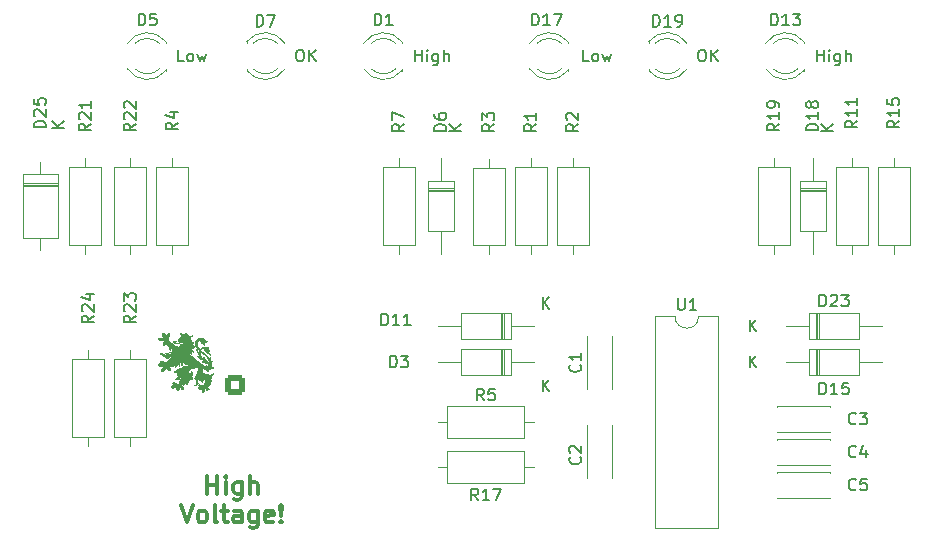
<source format=gbr>
%TF.GenerationSoftware,KiCad,Pcbnew,8.0.8*%
%TF.CreationDate,2025-01-24T23:50:34+01:00*%
%TF.ProjectId,Bias,42696173-2e6b-4696-9361-645f70636258,rev?*%
%TF.SameCoordinates,Original*%
%TF.FileFunction,Legend,Top*%
%TF.FilePolarity,Positive*%
%FSLAX46Y46*%
G04 Gerber Fmt 4.6, Leading zero omitted, Abs format (unit mm)*
G04 Created by KiCad (PCBNEW 8.0.8) date 2025-01-24 23:50:34*
%MOMM*%
%LPD*%
G01*
G04 APERTURE LIST*
G04 Aperture macros list*
%AMRoundRect*
0 Rectangle with rounded corners*
0 $1 Rounding radius*
0 $2 $3 $4 $5 $6 $7 $8 $9 X,Y pos of 4 corners*
0 Add a 4 corners polygon primitive as box body*
4,1,4,$2,$3,$4,$5,$6,$7,$8,$9,$2,$3,0*
0 Add four circle primitives for the rounded corners*
1,1,$1+$1,$2,$3*
1,1,$1+$1,$4,$5*
1,1,$1+$1,$6,$7*
1,1,$1+$1,$8,$9*
0 Add four rect primitives between the rounded corners*
20,1,$1+$1,$2,$3,$4,$5,0*
20,1,$1+$1,$4,$5,$6,$7,0*
20,1,$1+$1,$6,$7,$8,$9,0*
20,1,$1+$1,$8,$9,$2,$3,0*%
G04 Aperture macros list end*
%ADD10C,0.150000*%
%ADD11C,0.300000*%
%ADD12C,0.120000*%
%ADD13C,0.010000*%
%ADD14R,1.600000X1.600000*%
%ADD15O,1.600000X1.600000*%
%ADD16C,3.500120*%
%ADD17C,1.600000*%
%ADD18R,1.800000X1.800000*%
%ADD19C,1.800000*%
%ADD20R,2.200000X2.200000*%
%ADD21O,2.200000X2.200000*%
%ADD22C,4.000000*%
%ADD23C,2.340000*%
%ADD24RoundRect,0.250000X-0.600000X0.600000X-0.600000X-0.600000X0.600000X-0.600000X0.600000X0.600000X0*%
%ADD25C,1.700000*%
G04 APERTURE END LIST*
D10*
X166028762Y-67526819D02*
X166219238Y-67526819D01*
X166219238Y-67526819D02*
X166314476Y-67574438D01*
X166314476Y-67574438D02*
X166409714Y-67669676D01*
X166409714Y-67669676D02*
X166457333Y-67860152D01*
X166457333Y-67860152D02*
X166457333Y-68193485D01*
X166457333Y-68193485D02*
X166409714Y-68383961D01*
X166409714Y-68383961D02*
X166314476Y-68479200D01*
X166314476Y-68479200D02*
X166219238Y-68526819D01*
X166219238Y-68526819D02*
X166028762Y-68526819D01*
X166028762Y-68526819D02*
X165933524Y-68479200D01*
X165933524Y-68479200D02*
X165838286Y-68383961D01*
X165838286Y-68383961D02*
X165790667Y-68193485D01*
X165790667Y-68193485D02*
X165790667Y-67860152D01*
X165790667Y-67860152D02*
X165838286Y-67669676D01*
X165838286Y-67669676D02*
X165933524Y-67574438D01*
X165933524Y-67574438D02*
X166028762Y-67526819D01*
X166885905Y-68526819D02*
X166885905Y-67526819D01*
X167457333Y-68526819D02*
X167028762Y-67955390D01*
X167457333Y-67526819D02*
X166885905Y-68098247D01*
X200064762Y-67526819D02*
X200255238Y-67526819D01*
X200255238Y-67526819D02*
X200350476Y-67574438D01*
X200350476Y-67574438D02*
X200445714Y-67669676D01*
X200445714Y-67669676D02*
X200493333Y-67860152D01*
X200493333Y-67860152D02*
X200493333Y-68193485D01*
X200493333Y-68193485D02*
X200445714Y-68383961D01*
X200445714Y-68383961D02*
X200350476Y-68479200D01*
X200350476Y-68479200D02*
X200255238Y-68526819D01*
X200255238Y-68526819D02*
X200064762Y-68526819D01*
X200064762Y-68526819D02*
X199969524Y-68479200D01*
X199969524Y-68479200D02*
X199874286Y-68383961D01*
X199874286Y-68383961D02*
X199826667Y-68193485D01*
X199826667Y-68193485D02*
X199826667Y-67860152D01*
X199826667Y-67860152D02*
X199874286Y-67669676D01*
X199874286Y-67669676D02*
X199969524Y-67574438D01*
X199969524Y-67574438D02*
X200064762Y-67526819D01*
X200921905Y-68526819D02*
X200921905Y-67526819D01*
X201493333Y-68526819D02*
X201064762Y-67955390D01*
X201493333Y-67526819D02*
X200921905Y-68098247D01*
D11*
X158258142Y-105134870D02*
X158258142Y-103634870D01*
X158258142Y-104349156D02*
X159115285Y-104349156D01*
X159115285Y-105134870D02*
X159115285Y-103634870D01*
X159829571Y-105134870D02*
X159829571Y-104134870D01*
X159829571Y-103634870D02*
X159758143Y-103706299D01*
X159758143Y-103706299D02*
X159829571Y-103777727D01*
X159829571Y-103777727D02*
X159901000Y-103706299D01*
X159901000Y-103706299D02*
X159829571Y-103634870D01*
X159829571Y-103634870D02*
X159829571Y-103777727D01*
X161186715Y-104134870D02*
X161186715Y-105349156D01*
X161186715Y-105349156D02*
X161115286Y-105492013D01*
X161115286Y-105492013D02*
X161043857Y-105563442D01*
X161043857Y-105563442D02*
X160901000Y-105634870D01*
X160901000Y-105634870D02*
X160686715Y-105634870D01*
X160686715Y-105634870D02*
X160543857Y-105563442D01*
X161186715Y-105063442D02*
X161043857Y-105134870D01*
X161043857Y-105134870D02*
X160758143Y-105134870D01*
X160758143Y-105134870D02*
X160615286Y-105063442D01*
X160615286Y-105063442D02*
X160543857Y-104992013D01*
X160543857Y-104992013D02*
X160472429Y-104849156D01*
X160472429Y-104849156D02*
X160472429Y-104420584D01*
X160472429Y-104420584D02*
X160543857Y-104277727D01*
X160543857Y-104277727D02*
X160615286Y-104206299D01*
X160615286Y-104206299D02*
X160758143Y-104134870D01*
X160758143Y-104134870D02*
X161043857Y-104134870D01*
X161043857Y-104134870D02*
X161186715Y-104206299D01*
X161901000Y-105134870D02*
X161901000Y-103634870D01*
X162543858Y-105134870D02*
X162543858Y-104349156D01*
X162543858Y-104349156D02*
X162472429Y-104206299D01*
X162472429Y-104206299D02*
X162329572Y-104134870D01*
X162329572Y-104134870D02*
X162115286Y-104134870D01*
X162115286Y-104134870D02*
X161972429Y-104206299D01*
X161972429Y-104206299D02*
X161901000Y-104277727D01*
X156043857Y-106049786D02*
X156543857Y-107549786D01*
X156543857Y-107549786D02*
X157043857Y-106049786D01*
X157758142Y-107549786D02*
X157615285Y-107478358D01*
X157615285Y-107478358D02*
X157543856Y-107406929D01*
X157543856Y-107406929D02*
X157472428Y-107264072D01*
X157472428Y-107264072D02*
X157472428Y-106835500D01*
X157472428Y-106835500D02*
X157543856Y-106692643D01*
X157543856Y-106692643D02*
X157615285Y-106621215D01*
X157615285Y-106621215D02*
X157758142Y-106549786D01*
X157758142Y-106549786D02*
X157972428Y-106549786D01*
X157972428Y-106549786D02*
X158115285Y-106621215D01*
X158115285Y-106621215D02*
X158186714Y-106692643D01*
X158186714Y-106692643D02*
X158258142Y-106835500D01*
X158258142Y-106835500D02*
X158258142Y-107264072D01*
X158258142Y-107264072D02*
X158186714Y-107406929D01*
X158186714Y-107406929D02*
X158115285Y-107478358D01*
X158115285Y-107478358D02*
X157972428Y-107549786D01*
X157972428Y-107549786D02*
X157758142Y-107549786D01*
X159115285Y-107549786D02*
X158972428Y-107478358D01*
X158972428Y-107478358D02*
X158900999Y-107335500D01*
X158900999Y-107335500D02*
X158900999Y-106049786D01*
X159472428Y-106549786D02*
X160043856Y-106549786D01*
X159686713Y-106049786D02*
X159686713Y-107335500D01*
X159686713Y-107335500D02*
X159758142Y-107478358D01*
X159758142Y-107478358D02*
X159900999Y-107549786D01*
X159900999Y-107549786D02*
X160043856Y-107549786D01*
X161186714Y-107549786D02*
X161186714Y-106764072D01*
X161186714Y-106764072D02*
X161115285Y-106621215D01*
X161115285Y-106621215D02*
X160972428Y-106549786D01*
X160972428Y-106549786D02*
X160686714Y-106549786D01*
X160686714Y-106549786D02*
X160543856Y-106621215D01*
X161186714Y-107478358D02*
X161043856Y-107549786D01*
X161043856Y-107549786D02*
X160686714Y-107549786D01*
X160686714Y-107549786D02*
X160543856Y-107478358D01*
X160543856Y-107478358D02*
X160472428Y-107335500D01*
X160472428Y-107335500D02*
X160472428Y-107192643D01*
X160472428Y-107192643D02*
X160543856Y-107049786D01*
X160543856Y-107049786D02*
X160686714Y-106978358D01*
X160686714Y-106978358D02*
X161043856Y-106978358D01*
X161043856Y-106978358D02*
X161186714Y-106906929D01*
X162543857Y-106549786D02*
X162543857Y-107764072D01*
X162543857Y-107764072D02*
X162472428Y-107906929D01*
X162472428Y-107906929D02*
X162400999Y-107978358D01*
X162400999Y-107978358D02*
X162258142Y-108049786D01*
X162258142Y-108049786D02*
X162043857Y-108049786D01*
X162043857Y-108049786D02*
X161900999Y-107978358D01*
X162543857Y-107478358D02*
X162400999Y-107549786D01*
X162400999Y-107549786D02*
X162115285Y-107549786D01*
X162115285Y-107549786D02*
X161972428Y-107478358D01*
X161972428Y-107478358D02*
X161900999Y-107406929D01*
X161900999Y-107406929D02*
X161829571Y-107264072D01*
X161829571Y-107264072D02*
X161829571Y-106835500D01*
X161829571Y-106835500D02*
X161900999Y-106692643D01*
X161900999Y-106692643D02*
X161972428Y-106621215D01*
X161972428Y-106621215D02*
X162115285Y-106549786D01*
X162115285Y-106549786D02*
X162400999Y-106549786D01*
X162400999Y-106549786D02*
X162543857Y-106621215D01*
X163829571Y-107478358D02*
X163686714Y-107549786D01*
X163686714Y-107549786D02*
X163401000Y-107549786D01*
X163401000Y-107549786D02*
X163258142Y-107478358D01*
X163258142Y-107478358D02*
X163186714Y-107335500D01*
X163186714Y-107335500D02*
X163186714Y-106764072D01*
X163186714Y-106764072D02*
X163258142Y-106621215D01*
X163258142Y-106621215D02*
X163401000Y-106549786D01*
X163401000Y-106549786D02*
X163686714Y-106549786D01*
X163686714Y-106549786D02*
X163829571Y-106621215D01*
X163829571Y-106621215D02*
X163901000Y-106764072D01*
X163901000Y-106764072D02*
X163901000Y-106906929D01*
X163901000Y-106906929D02*
X163186714Y-107049786D01*
X164543856Y-107406929D02*
X164615285Y-107478358D01*
X164615285Y-107478358D02*
X164543856Y-107549786D01*
X164543856Y-107549786D02*
X164472428Y-107478358D01*
X164472428Y-107478358D02*
X164543856Y-107406929D01*
X164543856Y-107406929D02*
X164543856Y-107549786D01*
X164543856Y-106978358D02*
X164472428Y-106121215D01*
X164472428Y-106121215D02*
X164543856Y-106049786D01*
X164543856Y-106049786D02*
X164615285Y-106121215D01*
X164615285Y-106121215D02*
X164543856Y-106978358D01*
X164543856Y-106978358D02*
X164543856Y-106049786D01*
D10*
X190595333Y-68526819D02*
X190119143Y-68526819D01*
X190119143Y-68526819D02*
X190119143Y-67526819D01*
X191071524Y-68526819D02*
X190976286Y-68479200D01*
X190976286Y-68479200D02*
X190928667Y-68431580D01*
X190928667Y-68431580D02*
X190881048Y-68336342D01*
X190881048Y-68336342D02*
X190881048Y-68050628D01*
X190881048Y-68050628D02*
X190928667Y-67955390D01*
X190928667Y-67955390D02*
X190976286Y-67907771D01*
X190976286Y-67907771D02*
X191071524Y-67860152D01*
X191071524Y-67860152D02*
X191214381Y-67860152D01*
X191214381Y-67860152D02*
X191309619Y-67907771D01*
X191309619Y-67907771D02*
X191357238Y-67955390D01*
X191357238Y-67955390D02*
X191404857Y-68050628D01*
X191404857Y-68050628D02*
X191404857Y-68336342D01*
X191404857Y-68336342D02*
X191357238Y-68431580D01*
X191357238Y-68431580D02*
X191309619Y-68479200D01*
X191309619Y-68479200D02*
X191214381Y-68526819D01*
X191214381Y-68526819D02*
X191071524Y-68526819D01*
X191738191Y-67860152D02*
X191928667Y-68526819D01*
X191928667Y-68526819D02*
X192119143Y-68050628D01*
X192119143Y-68050628D02*
X192309619Y-68526819D01*
X192309619Y-68526819D02*
X192500095Y-67860152D01*
X156305333Y-68526819D02*
X155829143Y-68526819D01*
X155829143Y-68526819D02*
X155829143Y-67526819D01*
X156781524Y-68526819D02*
X156686286Y-68479200D01*
X156686286Y-68479200D02*
X156638667Y-68431580D01*
X156638667Y-68431580D02*
X156591048Y-68336342D01*
X156591048Y-68336342D02*
X156591048Y-68050628D01*
X156591048Y-68050628D02*
X156638667Y-67955390D01*
X156638667Y-67955390D02*
X156686286Y-67907771D01*
X156686286Y-67907771D02*
X156781524Y-67860152D01*
X156781524Y-67860152D02*
X156924381Y-67860152D01*
X156924381Y-67860152D02*
X157019619Y-67907771D01*
X157019619Y-67907771D02*
X157067238Y-67955390D01*
X157067238Y-67955390D02*
X157114857Y-68050628D01*
X157114857Y-68050628D02*
X157114857Y-68336342D01*
X157114857Y-68336342D02*
X157067238Y-68431580D01*
X157067238Y-68431580D02*
X157019619Y-68479200D01*
X157019619Y-68479200D02*
X156924381Y-68526819D01*
X156924381Y-68526819D02*
X156781524Y-68526819D01*
X157448191Y-67860152D02*
X157638667Y-68526819D01*
X157638667Y-68526819D02*
X157829143Y-68050628D01*
X157829143Y-68050628D02*
X158019619Y-68526819D01*
X158019619Y-68526819D02*
X158210095Y-67860152D01*
X175863429Y-68526819D02*
X175863429Y-67526819D01*
X175863429Y-68003009D02*
X176434857Y-68003009D01*
X176434857Y-68526819D02*
X176434857Y-67526819D01*
X176911048Y-68526819D02*
X176911048Y-67860152D01*
X176911048Y-67526819D02*
X176863429Y-67574438D01*
X176863429Y-67574438D02*
X176911048Y-67622057D01*
X176911048Y-67622057D02*
X176958667Y-67574438D01*
X176958667Y-67574438D02*
X176911048Y-67526819D01*
X176911048Y-67526819D02*
X176911048Y-67622057D01*
X177815809Y-67860152D02*
X177815809Y-68669676D01*
X177815809Y-68669676D02*
X177768190Y-68764914D01*
X177768190Y-68764914D02*
X177720571Y-68812533D01*
X177720571Y-68812533D02*
X177625333Y-68860152D01*
X177625333Y-68860152D02*
X177482476Y-68860152D01*
X177482476Y-68860152D02*
X177387238Y-68812533D01*
X177815809Y-68479200D02*
X177720571Y-68526819D01*
X177720571Y-68526819D02*
X177530095Y-68526819D01*
X177530095Y-68526819D02*
X177434857Y-68479200D01*
X177434857Y-68479200D02*
X177387238Y-68431580D01*
X177387238Y-68431580D02*
X177339619Y-68336342D01*
X177339619Y-68336342D02*
X177339619Y-68050628D01*
X177339619Y-68050628D02*
X177387238Y-67955390D01*
X177387238Y-67955390D02*
X177434857Y-67907771D01*
X177434857Y-67907771D02*
X177530095Y-67860152D01*
X177530095Y-67860152D02*
X177720571Y-67860152D01*
X177720571Y-67860152D02*
X177815809Y-67907771D01*
X178292000Y-68526819D02*
X178292000Y-67526819D01*
X178720571Y-68526819D02*
X178720571Y-68003009D01*
X178720571Y-68003009D02*
X178672952Y-67907771D01*
X178672952Y-67907771D02*
X178577714Y-67860152D01*
X178577714Y-67860152D02*
X178434857Y-67860152D01*
X178434857Y-67860152D02*
X178339619Y-67907771D01*
X178339619Y-67907771D02*
X178292000Y-67955390D01*
X209899429Y-68526819D02*
X209899429Y-67526819D01*
X209899429Y-68003009D02*
X210470857Y-68003009D01*
X210470857Y-68526819D02*
X210470857Y-67526819D01*
X210947048Y-68526819D02*
X210947048Y-67860152D01*
X210947048Y-67526819D02*
X210899429Y-67574438D01*
X210899429Y-67574438D02*
X210947048Y-67622057D01*
X210947048Y-67622057D02*
X210994667Y-67574438D01*
X210994667Y-67574438D02*
X210947048Y-67526819D01*
X210947048Y-67526819D02*
X210947048Y-67622057D01*
X211851809Y-67860152D02*
X211851809Y-68669676D01*
X211851809Y-68669676D02*
X211804190Y-68764914D01*
X211804190Y-68764914D02*
X211756571Y-68812533D01*
X211756571Y-68812533D02*
X211661333Y-68860152D01*
X211661333Y-68860152D02*
X211518476Y-68860152D01*
X211518476Y-68860152D02*
X211423238Y-68812533D01*
X211851809Y-68479200D02*
X211756571Y-68526819D01*
X211756571Y-68526819D02*
X211566095Y-68526819D01*
X211566095Y-68526819D02*
X211470857Y-68479200D01*
X211470857Y-68479200D02*
X211423238Y-68431580D01*
X211423238Y-68431580D02*
X211375619Y-68336342D01*
X211375619Y-68336342D02*
X211375619Y-68050628D01*
X211375619Y-68050628D02*
X211423238Y-67955390D01*
X211423238Y-67955390D02*
X211470857Y-67907771D01*
X211470857Y-67907771D02*
X211566095Y-67860152D01*
X211566095Y-67860152D02*
X211756571Y-67860152D01*
X211756571Y-67860152D02*
X211851809Y-67907771D01*
X212328000Y-68526819D02*
X212328000Y-67526819D01*
X212756571Y-68526819D02*
X212756571Y-68003009D01*
X212756571Y-68003009D02*
X212708952Y-67907771D01*
X212708952Y-67907771D02*
X212613714Y-67860152D01*
X212613714Y-67860152D02*
X212470857Y-67860152D01*
X212470857Y-67860152D02*
X212375619Y-67907771D01*
X212375619Y-67907771D02*
X212328000Y-67955390D01*
X198120095Y-88564819D02*
X198120095Y-89374342D01*
X198120095Y-89374342D02*
X198167714Y-89469580D01*
X198167714Y-89469580D02*
X198215333Y-89517200D01*
X198215333Y-89517200D02*
X198310571Y-89564819D01*
X198310571Y-89564819D02*
X198501047Y-89564819D01*
X198501047Y-89564819D02*
X198596285Y-89517200D01*
X198596285Y-89517200D02*
X198643904Y-89469580D01*
X198643904Y-89469580D02*
X198691523Y-89374342D01*
X198691523Y-89374342D02*
X198691523Y-88564819D01*
X199691523Y-89564819D02*
X199120095Y-89564819D01*
X199405809Y-89564819D02*
X199405809Y-88564819D01*
X199405809Y-88564819D02*
X199310571Y-88707676D01*
X199310571Y-88707676D02*
X199215333Y-88802914D01*
X199215333Y-88802914D02*
X199120095Y-88850533D01*
X189843580Y-94186666D02*
X189891200Y-94234285D01*
X189891200Y-94234285D02*
X189938819Y-94377142D01*
X189938819Y-94377142D02*
X189938819Y-94472380D01*
X189938819Y-94472380D02*
X189891200Y-94615237D01*
X189891200Y-94615237D02*
X189795961Y-94710475D01*
X189795961Y-94710475D02*
X189700723Y-94758094D01*
X189700723Y-94758094D02*
X189510247Y-94805713D01*
X189510247Y-94805713D02*
X189367390Y-94805713D01*
X189367390Y-94805713D02*
X189176914Y-94758094D01*
X189176914Y-94758094D02*
X189081676Y-94710475D01*
X189081676Y-94710475D02*
X188986438Y-94615237D01*
X188986438Y-94615237D02*
X188938819Y-94472380D01*
X188938819Y-94472380D02*
X188938819Y-94377142D01*
X188938819Y-94377142D02*
X188986438Y-94234285D01*
X188986438Y-94234285D02*
X189034057Y-94186666D01*
X189938819Y-93234285D02*
X189938819Y-93805713D01*
X189938819Y-93519999D02*
X188938819Y-93519999D01*
X188938819Y-93519999D02*
X189081676Y-93615237D01*
X189081676Y-93615237D02*
X189176914Y-93710475D01*
X189176914Y-93710475D02*
X189224533Y-93805713D01*
X189843580Y-102020666D02*
X189891200Y-102068285D01*
X189891200Y-102068285D02*
X189938819Y-102211142D01*
X189938819Y-102211142D02*
X189938819Y-102306380D01*
X189938819Y-102306380D02*
X189891200Y-102449237D01*
X189891200Y-102449237D02*
X189795961Y-102544475D01*
X189795961Y-102544475D02*
X189700723Y-102592094D01*
X189700723Y-102592094D02*
X189510247Y-102639713D01*
X189510247Y-102639713D02*
X189367390Y-102639713D01*
X189367390Y-102639713D02*
X189176914Y-102592094D01*
X189176914Y-102592094D02*
X189081676Y-102544475D01*
X189081676Y-102544475D02*
X188986438Y-102449237D01*
X188986438Y-102449237D02*
X188938819Y-102306380D01*
X188938819Y-102306380D02*
X188938819Y-102211142D01*
X188938819Y-102211142D02*
X188986438Y-102068285D01*
X188986438Y-102068285D02*
X189034057Y-102020666D01*
X189034057Y-101639713D02*
X188986438Y-101592094D01*
X188986438Y-101592094D02*
X188938819Y-101496856D01*
X188938819Y-101496856D02*
X188938819Y-101258761D01*
X188938819Y-101258761D02*
X188986438Y-101163523D01*
X188986438Y-101163523D02*
X189034057Y-101115904D01*
X189034057Y-101115904D02*
X189129295Y-101068285D01*
X189129295Y-101068285D02*
X189224533Y-101068285D01*
X189224533Y-101068285D02*
X189367390Y-101115904D01*
X189367390Y-101115904D02*
X189938819Y-101687332D01*
X189938819Y-101687332D02*
X189938819Y-101068285D01*
X213193333Y-101959580D02*
X213145714Y-102007200D01*
X213145714Y-102007200D02*
X213002857Y-102054819D01*
X213002857Y-102054819D02*
X212907619Y-102054819D01*
X212907619Y-102054819D02*
X212764762Y-102007200D01*
X212764762Y-102007200D02*
X212669524Y-101911961D01*
X212669524Y-101911961D02*
X212621905Y-101816723D01*
X212621905Y-101816723D02*
X212574286Y-101626247D01*
X212574286Y-101626247D02*
X212574286Y-101483390D01*
X212574286Y-101483390D02*
X212621905Y-101292914D01*
X212621905Y-101292914D02*
X212669524Y-101197676D01*
X212669524Y-101197676D02*
X212764762Y-101102438D01*
X212764762Y-101102438D02*
X212907619Y-101054819D01*
X212907619Y-101054819D02*
X213002857Y-101054819D01*
X213002857Y-101054819D02*
X213145714Y-101102438D01*
X213145714Y-101102438D02*
X213193333Y-101150057D01*
X214050476Y-101388152D02*
X214050476Y-102054819D01*
X213812381Y-101007200D02*
X213574286Y-101721485D01*
X213574286Y-101721485D02*
X214193333Y-101721485D01*
X173759905Y-94434819D02*
X173759905Y-93434819D01*
X173759905Y-93434819D02*
X173998000Y-93434819D01*
X173998000Y-93434819D02*
X174140857Y-93482438D01*
X174140857Y-93482438D02*
X174236095Y-93577676D01*
X174236095Y-93577676D02*
X174283714Y-93672914D01*
X174283714Y-93672914D02*
X174331333Y-93863390D01*
X174331333Y-93863390D02*
X174331333Y-94006247D01*
X174331333Y-94006247D02*
X174283714Y-94196723D01*
X174283714Y-94196723D02*
X174236095Y-94291961D01*
X174236095Y-94291961D02*
X174140857Y-94387200D01*
X174140857Y-94387200D02*
X173998000Y-94434819D01*
X173998000Y-94434819D02*
X173759905Y-94434819D01*
X174664667Y-93434819D02*
X175283714Y-93434819D01*
X175283714Y-93434819D02*
X174950381Y-93815771D01*
X174950381Y-93815771D02*
X175093238Y-93815771D01*
X175093238Y-93815771D02*
X175188476Y-93863390D01*
X175188476Y-93863390D02*
X175236095Y-93911009D01*
X175236095Y-93911009D02*
X175283714Y-94006247D01*
X175283714Y-94006247D02*
X175283714Y-94244342D01*
X175283714Y-94244342D02*
X175236095Y-94339580D01*
X175236095Y-94339580D02*
X175188476Y-94387200D01*
X175188476Y-94387200D02*
X175093238Y-94434819D01*
X175093238Y-94434819D02*
X174807524Y-94434819D01*
X174807524Y-94434819D02*
X174712286Y-94387200D01*
X174712286Y-94387200D02*
X174664667Y-94339580D01*
X186682095Y-96466819D02*
X186682095Y-95466819D01*
X187253523Y-96466819D02*
X186824952Y-95895390D01*
X187253523Y-95466819D02*
X186682095Y-96038247D01*
X152461905Y-65475819D02*
X152461905Y-64475819D01*
X152461905Y-64475819D02*
X152700000Y-64475819D01*
X152700000Y-64475819D02*
X152842857Y-64523438D01*
X152842857Y-64523438D02*
X152938095Y-64618676D01*
X152938095Y-64618676D02*
X152985714Y-64713914D01*
X152985714Y-64713914D02*
X153033333Y-64904390D01*
X153033333Y-64904390D02*
X153033333Y-65047247D01*
X153033333Y-65047247D02*
X152985714Y-65237723D01*
X152985714Y-65237723D02*
X152938095Y-65332961D01*
X152938095Y-65332961D02*
X152842857Y-65428200D01*
X152842857Y-65428200D02*
X152700000Y-65475819D01*
X152700000Y-65475819D02*
X152461905Y-65475819D01*
X153938095Y-64475819D02*
X153461905Y-64475819D01*
X153461905Y-64475819D02*
X153414286Y-64952009D01*
X153414286Y-64952009D02*
X153461905Y-64904390D01*
X153461905Y-64904390D02*
X153557143Y-64856771D01*
X153557143Y-64856771D02*
X153795238Y-64856771D01*
X153795238Y-64856771D02*
X153890476Y-64904390D01*
X153890476Y-64904390D02*
X153938095Y-64952009D01*
X153938095Y-64952009D02*
X153985714Y-65047247D01*
X153985714Y-65047247D02*
X153985714Y-65285342D01*
X153985714Y-65285342D02*
X153938095Y-65380580D01*
X153938095Y-65380580D02*
X153890476Y-65428200D01*
X153890476Y-65428200D02*
X153795238Y-65475819D01*
X153795238Y-65475819D02*
X153557143Y-65475819D01*
X153557143Y-65475819D02*
X153461905Y-65428200D01*
X153461905Y-65428200D02*
X153414286Y-65380580D01*
X178508819Y-74398094D02*
X177508819Y-74398094D01*
X177508819Y-74398094D02*
X177508819Y-74159999D01*
X177508819Y-74159999D02*
X177556438Y-74017142D01*
X177556438Y-74017142D02*
X177651676Y-73921904D01*
X177651676Y-73921904D02*
X177746914Y-73874285D01*
X177746914Y-73874285D02*
X177937390Y-73826666D01*
X177937390Y-73826666D02*
X178080247Y-73826666D01*
X178080247Y-73826666D02*
X178270723Y-73874285D01*
X178270723Y-73874285D02*
X178365961Y-73921904D01*
X178365961Y-73921904D02*
X178461200Y-74017142D01*
X178461200Y-74017142D02*
X178508819Y-74159999D01*
X178508819Y-74159999D02*
X178508819Y-74398094D01*
X177508819Y-72969523D02*
X177508819Y-73159999D01*
X177508819Y-73159999D02*
X177556438Y-73255237D01*
X177556438Y-73255237D02*
X177604057Y-73302856D01*
X177604057Y-73302856D02*
X177746914Y-73398094D01*
X177746914Y-73398094D02*
X177937390Y-73445713D01*
X177937390Y-73445713D02*
X178318342Y-73445713D01*
X178318342Y-73445713D02*
X178413580Y-73398094D01*
X178413580Y-73398094D02*
X178461200Y-73350475D01*
X178461200Y-73350475D02*
X178508819Y-73255237D01*
X178508819Y-73255237D02*
X178508819Y-73064761D01*
X178508819Y-73064761D02*
X178461200Y-72969523D01*
X178461200Y-72969523D02*
X178413580Y-72921904D01*
X178413580Y-72921904D02*
X178318342Y-72874285D01*
X178318342Y-72874285D02*
X178080247Y-72874285D01*
X178080247Y-72874285D02*
X177985009Y-72921904D01*
X177985009Y-72921904D02*
X177937390Y-72969523D01*
X177937390Y-72969523D02*
X177889771Y-73064761D01*
X177889771Y-73064761D02*
X177889771Y-73255237D01*
X177889771Y-73255237D02*
X177937390Y-73350475D01*
X177937390Y-73350475D02*
X177985009Y-73398094D01*
X177985009Y-73398094D02*
X178080247Y-73445713D01*
X179778819Y-74429904D02*
X178778819Y-74429904D01*
X179778819Y-73858476D02*
X179207390Y-74287047D01*
X178778819Y-73858476D02*
X179350247Y-74429904D01*
X162451905Y-65566819D02*
X162451905Y-64566819D01*
X162451905Y-64566819D02*
X162690000Y-64566819D01*
X162690000Y-64566819D02*
X162832857Y-64614438D01*
X162832857Y-64614438D02*
X162928095Y-64709676D01*
X162928095Y-64709676D02*
X162975714Y-64804914D01*
X162975714Y-64804914D02*
X163023333Y-64995390D01*
X163023333Y-64995390D02*
X163023333Y-65138247D01*
X163023333Y-65138247D02*
X162975714Y-65328723D01*
X162975714Y-65328723D02*
X162928095Y-65423961D01*
X162928095Y-65423961D02*
X162832857Y-65519200D01*
X162832857Y-65519200D02*
X162690000Y-65566819D01*
X162690000Y-65566819D02*
X162451905Y-65566819D01*
X163356667Y-64566819D02*
X164023333Y-64566819D01*
X164023333Y-64566819D02*
X163594762Y-65566819D01*
X173029714Y-90878819D02*
X173029714Y-89878819D01*
X173029714Y-89878819D02*
X173267809Y-89878819D01*
X173267809Y-89878819D02*
X173410666Y-89926438D01*
X173410666Y-89926438D02*
X173505904Y-90021676D01*
X173505904Y-90021676D02*
X173553523Y-90116914D01*
X173553523Y-90116914D02*
X173601142Y-90307390D01*
X173601142Y-90307390D02*
X173601142Y-90450247D01*
X173601142Y-90450247D02*
X173553523Y-90640723D01*
X173553523Y-90640723D02*
X173505904Y-90735961D01*
X173505904Y-90735961D02*
X173410666Y-90831200D01*
X173410666Y-90831200D02*
X173267809Y-90878819D01*
X173267809Y-90878819D02*
X173029714Y-90878819D01*
X174553523Y-90878819D02*
X173982095Y-90878819D01*
X174267809Y-90878819D02*
X174267809Y-89878819D01*
X174267809Y-89878819D02*
X174172571Y-90021676D01*
X174172571Y-90021676D02*
X174077333Y-90116914D01*
X174077333Y-90116914D02*
X173982095Y-90164533D01*
X175505904Y-90878819D02*
X174934476Y-90878819D01*
X175220190Y-90878819D02*
X175220190Y-89878819D01*
X175220190Y-89878819D02*
X175124952Y-90021676D01*
X175124952Y-90021676D02*
X175029714Y-90116914D01*
X175029714Y-90116914D02*
X174934476Y-90164533D01*
X186682095Y-89481819D02*
X186682095Y-88481819D01*
X187253523Y-89481819D02*
X186824952Y-88910390D01*
X187253523Y-88481819D02*
X186682095Y-89053247D01*
X206021714Y-65478819D02*
X206021714Y-64478819D01*
X206021714Y-64478819D02*
X206259809Y-64478819D01*
X206259809Y-64478819D02*
X206402666Y-64526438D01*
X206402666Y-64526438D02*
X206497904Y-64621676D01*
X206497904Y-64621676D02*
X206545523Y-64716914D01*
X206545523Y-64716914D02*
X206593142Y-64907390D01*
X206593142Y-64907390D02*
X206593142Y-65050247D01*
X206593142Y-65050247D02*
X206545523Y-65240723D01*
X206545523Y-65240723D02*
X206497904Y-65335961D01*
X206497904Y-65335961D02*
X206402666Y-65431200D01*
X206402666Y-65431200D02*
X206259809Y-65478819D01*
X206259809Y-65478819D02*
X206021714Y-65478819D01*
X207545523Y-65478819D02*
X206974095Y-65478819D01*
X207259809Y-65478819D02*
X207259809Y-64478819D01*
X207259809Y-64478819D02*
X207164571Y-64621676D01*
X207164571Y-64621676D02*
X207069333Y-64716914D01*
X207069333Y-64716914D02*
X206974095Y-64764533D01*
X207878857Y-64478819D02*
X208497904Y-64478819D01*
X208497904Y-64478819D02*
X208164571Y-64859771D01*
X208164571Y-64859771D02*
X208307428Y-64859771D01*
X208307428Y-64859771D02*
X208402666Y-64907390D01*
X208402666Y-64907390D02*
X208450285Y-64955009D01*
X208450285Y-64955009D02*
X208497904Y-65050247D01*
X208497904Y-65050247D02*
X208497904Y-65288342D01*
X208497904Y-65288342D02*
X208450285Y-65383580D01*
X208450285Y-65383580D02*
X208402666Y-65431200D01*
X208402666Y-65431200D02*
X208307428Y-65478819D01*
X208307428Y-65478819D02*
X208021714Y-65478819D01*
X208021714Y-65478819D02*
X207926476Y-65431200D01*
X207926476Y-65431200D02*
X207878857Y-65383580D01*
X210113714Y-96720819D02*
X210113714Y-95720819D01*
X210113714Y-95720819D02*
X210351809Y-95720819D01*
X210351809Y-95720819D02*
X210494666Y-95768438D01*
X210494666Y-95768438D02*
X210589904Y-95863676D01*
X210589904Y-95863676D02*
X210637523Y-95958914D01*
X210637523Y-95958914D02*
X210685142Y-96149390D01*
X210685142Y-96149390D02*
X210685142Y-96292247D01*
X210685142Y-96292247D02*
X210637523Y-96482723D01*
X210637523Y-96482723D02*
X210589904Y-96577961D01*
X210589904Y-96577961D02*
X210494666Y-96673200D01*
X210494666Y-96673200D02*
X210351809Y-96720819D01*
X210351809Y-96720819D02*
X210113714Y-96720819D01*
X211637523Y-96720819D02*
X211066095Y-96720819D01*
X211351809Y-96720819D02*
X211351809Y-95720819D01*
X211351809Y-95720819D02*
X211256571Y-95863676D01*
X211256571Y-95863676D02*
X211161333Y-95958914D01*
X211161333Y-95958914D02*
X211066095Y-96006533D01*
X212542285Y-95720819D02*
X212066095Y-95720819D01*
X212066095Y-95720819D02*
X212018476Y-96197009D01*
X212018476Y-96197009D02*
X212066095Y-96149390D01*
X212066095Y-96149390D02*
X212161333Y-96101771D01*
X212161333Y-96101771D02*
X212399428Y-96101771D01*
X212399428Y-96101771D02*
X212494666Y-96149390D01*
X212494666Y-96149390D02*
X212542285Y-96197009D01*
X212542285Y-96197009D02*
X212589904Y-96292247D01*
X212589904Y-96292247D02*
X212589904Y-96530342D01*
X212589904Y-96530342D02*
X212542285Y-96625580D01*
X212542285Y-96625580D02*
X212494666Y-96673200D01*
X212494666Y-96673200D02*
X212399428Y-96720819D01*
X212399428Y-96720819D02*
X212161333Y-96720819D01*
X212161333Y-96720819D02*
X212066095Y-96673200D01*
X212066095Y-96673200D02*
X212018476Y-96625580D01*
X204208095Y-94434819D02*
X204208095Y-93434819D01*
X204779523Y-94434819D02*
X204350952Y-93863390D01*
X204779523Y-93434819D02*
X204208095Y-94006247D01*
X210004819Y-74366285D02*
X209004819Y-74366285D01*
X209004819Y-74366285D02*
X209004819Y-74128190D01*
X209004819Y-74128190D02*
X209052438Y-73985333D01*
X209052438Y-73985333D02*
X209147676Y-73890095D01*
X209147676Y-73890095D02*
X209242914Y-73842476D01*
X209242914Y-73842476D02*
X209433390Y-73794857D01*
X209433390Y-73794857D02*
X209576247Y-73794857D01*
X209576247Y-73794857D02*
X209766723Y-73842476D01*
X209766723Y-73842476D02*
X209861961Y-73890095D01*
X209861961Y-73890095D02*
X209957200Y-73985333D01*
X209957200Y-73985333D02*
X210004819Y-74128190D01*
X210004819Y-74128190D02*
X210004819Y-74366285D01*
X210004819Y-72842476D02*
X210004819Y-73413904D01*
X210004819Y-73128190D02*
X209004819Y-73128190D01*
X209004819Y-73128190D02*
X209147676Y-73223428D01*
X209147676Y-73223428D02*
X209242914Y-73318666D01*
X209242914Y-73318666D02*
X209290533Y-73413904D01*
X209433390Y-72271047D02*
X209385771Y-72366285D01*
X209385771Y-72366285D02*
X209338152Y-72413904D01*
X209338152Y-72413904D02*
X209242914Y-72461523D01*
X209242914Y-72461523D02*
X209195295Y-72461523D01*
X209195295Y-72461523D02*
X209100057Y-72413904D01*
X209100057Y-72413904D02*
X209052438Y-72366285D01*
X209052438Y-72366285D02*
X209004819Y-72271047D01*
X209004819Y-72271047D02*
X209004819Y-72080571D01*
X209004819Y-72080571D02*
X209052438Y-71985333D01*
X209052438Y-71985333D02*
X209100057Y-71937714D01*
X209100057Y-71937714D02*
X209195295Y-71890095D01*
X209195295Y-71890095D02*
X209242914Y-71890095D01*
X209242914Y-71890095D02*
X209338152Y-71937714D01*
X209338152Y-71937714D02*
X209385771Y-71985333D01*
X209385771Y-71985333D02*
X209433390Y-72080571D01*
X209433390Y-72080571D02*
X209433390Y-72271047D01*
X209433390Y-72271047D02*
X209481009Y-72366285D01*
X209481009Y-72366285D02*
X209528628Y-72413904D01*
X209528628Y-72413904D02*
X209623866Y-72461523D01*
X209623866Y-72461523D02*
X209814342Y-72461523D01*
X209814342Y-72461523D02*
X209909580Y-72413904D01*
X209909580Y-72413904D02*
X209957200Y-72366285D01*
X209957200Y-72366285D02*
X210004819Y-72271047D01*
X210004819Y-72271047D02*
X210004819Y-72080571D01*
X210004819Y-72080571D02*
X209957200Y-71985333D01*
X209957200Y-71985333D02*
X209909580Y-71937714D01*
X209909580Y-71937714D02*
X209814342Y-71890095D01*
X209814342Y-71890095D02*
X209623866Y-71890095D01*
X209623866Y-71890095D02*
X209528628Y-71937714D01*
X209528628Y-71937714D02*
X209481009Y-71985333D01*
X209481009Y-71985333D02*
X209433390Y-72080571D01*
X211274819Y-74429904D02*
X210274819Y-74429904D01*
X211274819Y-73858476D02*
X210703390Y-74287047D01*
X210274819Y-73858476D02*
X210846247Y-74429904D01*
X210113714Y-89266819D02*
X210113714Y-88266819D01*
X210113714Y-88266819D02*
X210351809Y-88266819D01*
X210351809Y-88266819D02*
X210494666Y-88314438D01*
X210494666Y-88314438D02*
X210589904Y-88409676D01*
X210589904Y-88409676D02*
X210637523Y-88504914D01*
X210637523Y-88504914D02*
X210685142Y-88695390D01*
X210685142Y-88695390D02*
X210685142Y-88838247D01*
X210685142Y-88838247D02*
X210637523Y-89028723D01*
X210637523Y-89028723D02*
X210589904Y-89123961D01*
X210589904Y-89123961D02*
X210494666Y-89219200D01*
X210494666Y-89219200D02*
X210351809Y-89266819D01*
X210351809Y-89266819D02*
X210113714Y-89266819D01*
X211066095Y-88362057D02*
X211113714Y-88314438D01*
X211113714Y-88314438D02*
X211208952Y-88266819D01*
X211208952Y-88266819D02*
X211447047Y-88266819D01*
X211447047Y-88266819D02*
X211542285Y-88314438D01*
X211542285Y-88314438D02*
X211589904Y-88362057D01*
X211589904Y-88362057D02*
X211637523Y-88457295D01*
X211637523Y-88457295D02*
X211637523Y-88552533D01*
X211637523Y-88552533D02*
X211589904Y-88695390D01*
X211589904Y-88695390D02*
X211018476Y-89266819D01*
X211018476Y-89266819D02*
X211637523Y-89266819D01*
X211970857Y-88266819D02*
X212589904Y-88266819D01*
X212589904Y-88266819D02*
X212256571Y-88647771D01*
X212256571Y-88647771D02*
X212399428Y-88647771D01*
X212399428Y-88647771D02*
X212494666Y-88695390D01*
X212494666Y-88695390D02*
X212542285Y-88743009D01*
X212542285Y-88743009D02*
X212589904Y-88838247D01*
X212589904Y-88838247D02*
X212589904Y-89076342D01*
X212589904Y-89076342D02*
X212542285Y-89171580D01*
X212542285Y-89171580D02*
X212494666Y-89219200D01*
X212494666Y-89219200D02*
X212399428Y-89266819D01*
X212399428Y-89266819D02*
X212113714Y-89266819D01*
X212113714Y-89266819D02*
X212018476Y-89219200D01*
X212018476Y-89219200D02*
X211970857Y-89171580D01*
X204208095Y-91386819D02*
X204208095Y-90386819D01*
X204779523Y-91386819D02*
X204350952Y-90815390D01*
X204779523Y-90386819D02*
X204208095Y-90958247D01*
X144599819Y-74112285D02*
X143599819Y-74112285D01*
X143599819Y-74112285D02*
X143599819Y-73874190D01*
X143599819Y-73874190D02*
X143647438Y-73731333D01*
X143647438Y-73731333D02*
X143742676Y-73636095D01*
X143742676Y-73636095D02*
X143837914Y-73588476D01*
X143837914Y-73588476D02*
X144028390Y-73540857D01*
X144028390Y-73540857D02*
X144171247Y-73540857D01*
X144171247Y-73540857D02*
X144361723Y-73588476D01*
X144361723Y-73588476D02*
X144456961Y-73636095D01*
X144456961Y-73636095D02*
X144552200Y-73731333D01*
X144552200Y-73731333D02*
X144599819Y-73874190D01*
X144599819Y-73874190D02*
X144599819Y-74112285D01*
X143695057Y-73159904D02*
X143647438Y-73112285D01*
X143647438Y-73112285D02*
X143599819Y-73017047D01*
X143599819Y-73017047D02*
X143599819Y-72778952D01*
X143599819Y-72778952D02*
X143647438Y-72683714D01*
X143647438Y-72683714D02*
X143695057Y-72636095D01*
X143695057Y-72636095D02*
X143790295Y-72588476D01*
X143790295Y-72588476D02*
X143885533Y-72588476D01*
X143885533Y-72588476D02*
X144028390Y-72636095D01*
X144028390Y-72636095D02*
X144599819Y-73207523D01*
X144599819Y-73207523D02*
X144599819Y-72588476D01*
X143599819Y-71683714D02*
X143599819Y-72159904D01*
X143599819Y-72159904D02*
X144076009Y-72207523D01*
X144076009Y-72207523D02*
X144028390Y-72159904D01*
X144028390Y-72159904D02*
X143980771Y-72064666D01*
X143980771Y-72064666D02*
X143980771Y-71826571D01*
X143980771Y-71826571D02*
X144028390Y-71731333D01*
X144028390Y-71731333D02*
X144076009Y-71683714D01*
X144076009Y-71683714D02*
X144171247Y-71636095D01*
X144171247Y-71636095D02*
X144409342Y-71636095D01*
X144409342Y-71636095D02*
X144504580Y-71683714D01*
X144504580Y-71683714D02*
X144552200Y-71731333D01*
X144552200Y-71731333D02*
X144599819Y-71826571D01*
X144599819Y-71826571D02*
X144599819Y-72064666D01*
X144599819Y-72064666D02*
X144552200Y-72159904D01*
X144552200Y-72159904D02*
X144504580Y-72207523D01*
X146123819Y-74175904D02*
X145123819Y-74175904D01*
X146123819Y-73604476D02*
X145552390Y-74033047D01*
X145123819Y-73604476D02*
X145695247Y-74175904D01*
X186128819Y-73826666D02*
X185652628Y-74159999D01*
X186128819Y-74398094D02*
X185128819Y-74398094D01*
X185128819Y-74398094D02*
X185128819Y-74017142D01*
X185128819Y-74017142D02*
X185176438Y-73921904D01*
X185176438Y-73921904D02*
X185224057Y-73874285D01*
X185224057Y-73874285D02*
X185319295Y-73826666D01*
X185319295Y-73826666D02*
X185462152Y-73826666D01*
X185462152Y-73826666D02*
X185557390Y-73874285D01*
X185557390Y-73874285D02*
X185605009Y-73921904D01*
X185605009Y-73921904D02*
X185652628Y-74017142D01*
X185652628Y-74017142D02*
X185652628Y-74398094D01*
X186128819Y-72874285D02*
X186128819Y-73445713D01*
X186128819Y-73159999D02*
X185128819Y-73159999D01*
X185128819Y-73159999D02*
X185271676Y-73255237D01*
X185271676Y-73255237D02*
X185366914Y-73350475D01*
X185366914Y-73350475D02*
X185414533Y-73445713D01*
X181697333Y-97228819D02*
X181364000Y-96752628D01*
X181125905Y-97228819D02*
X181125905Y-96228819D01*
X181125905Y-96228819D02*
X181506857Y-96228819D01*
X181506857Y-96228819D02*
X181602095Y-96276438D01*
X181602095Y-96276438D02*
X181649714Y-96324057D01*
X181649714Y-96324057D02*
X181697333Y-96419295D01*
X181697333Y-96419295D02*
X181697333Y-96562152D01*
X181697333Y-96562152D02*
X181649714Y-96657390D01*
X181649714Y-96657390D02*
X181602095Y-96705009D01*
X181602095Y-96705009D02*
X181506857Y-96752628D01*
X181506857Y-96752628D02*
X181125905Y-96752628D01*
X182602095Y-96228819D02*
X182125905Y-96228819D01*
X182125905Y-96228819D02*
X182078286Y-96705009D01*
X182078286Y-96705009D02*
X182125905Y-96657390D01*
X182125905Y-96657390D02*
X182221143Y-96609771D01*
X182221143Y-96609771D02*
X182459238Y-96609771D01*
X182459238Y-96609771D02*
X182554476Y-96657390D01*
X182554476Y-96657390D02*
X182602095Y-96705009D01*
X182602095Y-96705009D02*
X182649714Y-96800247D01*
X182649714Y-96800247D02*
X182649714Y-97038342D01*
X182649714Y-97038342D02*
X182602095Y-97133580D01*
X182602095Y-97133580D02*
X182554476Y-97181200D01*
X182554476Y-97181200D02*
X182459238Y-97228819D01*
X182459238Y-97228819D02*
X182221143Y-97228819D01*
X182221143Y-97228819D02*
X182125905Y-97181200D01*
X182125905Y-97181200D02*
X182078286Y-97133580D01*
X174952819Y-73826666D02*
X174476628Y-74159999D01*
X174952819Y-74398094D02*
X173952819Y-74398094D01*
X173952819Y-74398094D02*
X173952819Y-74017142D01*
X173952819Y-74017142D02*
X174000438Y-73921904D01*
X174000438Y-73921904D02*
X174048057Y-73874285D01*
X174048057Y-73874285D02*
X174143295Y-73826666D01*
X174143295Y-73826666D02*
X174286152Y-73826666D01*
X174286152Y-73826666D02*
X174381390Y-73874285D01*
X174381390Y-73874285D02*
X174429009Y-73921904D01*
X174429009Y-73921904D02*
X174476628Y-74017142D01*
X174476628Y-74017142D02*
X174476628Y-74398094D01*
X173952819Y-73493332D02*
X173952819Y-72826666D01*
X173952819Y-72826666D02*
X174952819Y-73255237D01*
X213306819Y-73540857D02*
X212830628Y-73874190D01*
X213306819Y-74112285D02*
X212306819Y-74112285D01*
X212306819Y-74112285D02*
X212306819Y-73731333D01*
X212306819Y-73731333D02*
X212354438Y-73636095D01*
X212354438Y-73636095D02*
X212402057Y-73588476D01*
X212402057Y-73588476D02*
X212497295Y-73540857D01*
X212497295Y-73540857D02*
X212640152Y-73540857D01*
X212640152Y-73540857D02*
X212735390Y-73588476D01*
X212735390Y-73588476D02*
X212783009Y-73636095D01*
X212783009Y-73636095D02*
X212830628Y-73731333D01*
X212830628Y-73731333D02*
X212830628Y-74112285D01*
X213306819Y-72588476D02*
X213306819Y-73159904D01*
X213306819Y-72874190D02*
X212306819Y-72874190D01*
X212306819Y-72874190D02*
X212449676Y-72969428D01*
X212449676Y-72969428D02*
X212544914Y-73064666D01*
X212544914Y-73064666D02*
X212592533Y-73159904D01*
X213306819Y-71636095D02*
X213306819Y-72207523D01*
X213306819Y-71921809D02*
X212306819Y-71921809D01*
X212306819Y-71921809D02*
X212449676Y-72017047D01*
X212449676Y-72017047D02*
X212544914Y-72112285D01*
X212544914Y-72112285D02*
X212592533Y-72207523D01*
X216862819Y-73540857D02*
X216386628Y-73874190D01*
X216862819Y-74112285D02*
X215862819Y-74112285D01*
X215862819Y-74112285D02*
X215862819Y-73731333D01*
X215862819Y-73731333D02*
X215910438Y-73636095D01*
X215910438Y-73636095D02*
X215958057Y-73588476D01*
X215958057Y-73588476D02*
X216053295Y-73540857D01*
X216053295Y-73540857D02*
X216196152Y-73540857D01*
X216196152Y-73540857D02*
X216291390Y-73588476D01*
X216291390Y-73588476D02*
X216339009Y-73636095D01*
X216339009Y-73636095D02*
X216386628Y-73731333D01*
X216386628Y-73731333D02*
X216386628Y-74112285D01*
X216862819Y-72588476D02*
X216862819Y-73159904D01*
X216862819Y-72874190D02*
X215862819Y-72874190D01*
X215862819Y-72874190D02*
X216005676Y-72969428D01*
X216005676Y-72969428D02*
X216100914Y-73064666D01*
X216100914Y-73064666D02*
X216148533Y-73159904D01*
X215862819Y-71683714D02*
X215862819Y-72159904D01*
X215862819Y-72159904D02*
X216339009Y-72207523D01*
X216339009Y-72207523D02*
X216291390Y-72159904D01*
X216291390Y-72159904D02*
X216243771Y-72064666D01*
X216243771Y-72064666D02*
X216243771Y-71826571D01*
X216243771Y-71826571D02*
X216291390Y-71731333D01*
X216291390Y-71731333D02*
X216339009Y-71683714D01*
X216339009Y-71683714D02*
X216434247Y-71636095D01*
X216434247Y-71636095D02*
X216672342Y-71636095D01*
X216672342Y-71636095D02*
X216767580Y-71683714D01*
X216767580Y-71683714D02*
X216815200Y-71731333D01*
X216815200Y-71731333D02*
X216862819Y-71826571D01*
X216862819Y-71826571D02*
X216862819Y-72064666D01*
X216862819Y-72064666D02*
X216815200Y-72159904D01*
X216815200Y-72159904D02*
X216767580Y-72207523D01*
X181221142Y-105694819D02*
X180887809Y-105218628D01*
X180649714Y-105694819D02*
X180649714Y-104694819D01*
X180649714Y-104694819D02*
X181030666Y-104694819D01*
X181030666Y-104694819D02*
X181125904Y-104742438D01*
X181125904Y-104742438D02*
X181173523Y-104790057D01*
X181173523Y-104790057D02*
X181221142Y-104885295D01*
X181221142Y-104885295D02*
X181221142Y-105028152D01*
X181221142Y-105028152D02*
X181173523Y-105123390D01*
X181173523Y-105123390D02*
X181125904Y-105171009D01*
X181125904Y-105171009D02*
X181030666Y-105218628D01*
X181030666Y-105218628D02*
X180649714Y-105218628D01*
X182173523Y-105694819D02*
X181602095Y-105694819D01*
X181887809Y-105694819D02*
X181887809Y-104694819D01*
X181887809Y-104694819D02*
X181792571Y-104837676D01*
X181792571Y-104837676D02*
X181697333Y-104932914D01*
X181697333Y-104932914D02*
X181602095Y-104980533D01*
X182506857Y-104694819D02*
X183173523Y-104694819D01*
X183173523Y-104694819D02*
X182744952Y-105694819D01*
X206702819Y-73794857D02*
X206226628Y-74128190D01*
X206702819Y-74366285D02*
X205702819Y-74366285D01*
X205702819Y-74366285D02*
X205702819Y-73985333D01*
X205702819Y-73985333D02*
X205750438Y-73890095D01*
X205750438Y-73890095D02*
X205798057Y-73842476D01*
X205798057Y-73842476D02*
X205893295Y-73794857D01*
X205893295Y-73794857D02*
X206036152Y-73794857D01*
X206036152Y-73794857D02*
X206131390Y-73842476D01*
X206131390Y-73842476D02*
X206179009Y-73890095D01*
X206179009Y-73890095D02*
X206226628Y-73985333D01*
X206226628Y-73985333D02*
X206226628Y-74366285D01*
X206702819Y-72842476D02*
X206702819Y-73413904D01*
X206702819Y-73128190D02*
X205702819Y-73128190D01*
X205702819Y-73128190D02*
X205845676Y-73223428D01*
X205845676Y-73223428D02*
X205940914Y-73318666D01*
X205940914Y-73318666D02*
X205988533Y-73413904D01*
X206702819Y-72366285D02*
X206702819Y-72175809D01*
X206702819Y-72175809D02*
X206655200Y-72080571D01*
X206655200Y-72080571D02*
X206607580Y-72032952D01*
X206607580Y-72032952D02*
X206464723Y-71937714D01*
X206464723Y-71937714D02*
X206274247Y-71890095D01*
X206274247Y-71890095D02*
X205893295Y-71890095D01*
X205893295Y-71890095D02*
X205798057Y-71937714D01*
X205798057Y-71937714D02*
X205750438Y-71985333D01*
X205750438Y-71985333D02*
X205702819Y-72080571D01*
X205702819Y-72080571D02*
X205702819Y-72271047D01*
X205702819Y-72271047D02*
X205750438Y-72366285D01*
X205750438Y-72366285D02*
X205798057Y-72413904D01*
X205798057Y-72413904D02*
X205893295Y-72461523D01*
X205893295Y-72461523D02*
X206131390Y-72461523D01*
X206131390Y-72461523D02*
X206226628Y-72413904D01*
X206226628Y-72413904D02*
X206274247Y-72366285D01*
X206274247Y-72366285D02*
X206321866Y-72271047D01*
X206321866Y-72271047D02*
X206321866Y-72080571D01*
X206321866Y-72080571D02*
X206274247Y-71985333D01*
X206274247Y-71985333D02*
X206226628Y-71937714D01*
X206226628Y-71937714D02*
X206131390Y-71890095D01*
X148409819Y-73794857D02*
X147933628Y-74128190D01*
X148409819Y-74366285D02*
X147409819Y-74366285D01*
X147409819Y-74366285D02*
X147409819Y-73985333D01*
X147409819Y-73985333D02*
X147457438Y-73890095D01*
X147457438Y-73890095D02*
X147505057Y-73842476D01*
X147505057Y-73842476D02*
X147600295Y-73794857D01*
X147600295Y-73794857D02*
X147743152Y-73794857D01*
X147743152Y-73794857D02*
X147838390Y-73842476D01*
X147838390Y-73842476D02*
X147886009Y-73890095D01*
X147886009Y-73890095D02*
X147933628Y-73985333D01*
X147933628Y-73985333D02*
X147933628Y-74366285D01*
X147505057Y-73413904D02*
X147457438Y-73366285D01*
X147457438Y-73366285D02*
X147409819Y-73271047D01*
X147409819Y-73271047D02*
X147409819Y-73032952D01*
X147409819Y-73032952D02*
X147457438Y-72937714D01*
X147457438Y-72937714D02*
X147505057Y-72890095D01*
X147505057Y-72890095D02*
X147600295Y-72842476D01*
X147600295Y-72842476D02*
X147695533Y-72842476D01*
X147695533Y-72842476D02*
X147838390Y-72890095D01*
X147838390Y-72890095D02*
X148409819Y-73461523D01*
X148409819Y-73461523D02*
X148409819Y-72842476D01*
X148409819Y-71890095D02*
X148409819Y-72461523D01*
X148409819Y-72175809D02*
X147409819Y-72175809D01*
X147409819Y-72175809D02*
X147552676Y-72271047D01*
X147552676Y-72271047D02*
X147647914Y-72366285D01*
X147647914Y-72366285D02*
X147695533Y-72461523D01*
X152219819Y-73794857D02*
X151743628Y-74128190D01*
X152219819Y-74366285D02*
X151219819Y-74366285D01*
X151219819Y-74366285D02*
X151219819Y-73985333D01*
X151219819Y-73985333D02*
X151267438Y-73890095D01*
X151267438Y-73890095D02*
X151315057Y-73842476D01*
X151315057Y-73842476D02*
X151410295Y-73794857D01*
X151410295Y-73794857D02*
X151553152Y-73794857D01*
X151553152Y-73794857D02*
X151648390Y-73842476D01*
X151648390Y-73842476D02*
X151696009Y-73890095D01*
X151696009Y-73890095D02*
X151743628Y-73985333D01*
X151743628Y-73985333D02*
X151743628Y-74366285D01*
X151315057Y-73413904D02*
X151267438Y-73366285D01*
X151267438Y-73366285D02*
X151219819Y-73271047D01*
X151219819Y-73271047D02*
X151219819Y-73032952D01*
X151219819Y-73032952D02*
X151267438Y-72937714D01*
X151267438Y-72937714D02*
X151315057Y-72890095D01*
X151315057Y-72890095D02*
X151410295Y-72842476D01*
X151410295Y-72842476D02*
X151505533Y-72842476D01*
X151505533Y-72842476D02*
X151648390Y-72890095D01*
X151648390Y-72890095D02*
X152219819Y-73461523D01*
X152219819Y-73461523D02*
X152219819Y-72842476D01*
X151315057Y-72461523D02*
X151267438Y-72413904D01*
X151267438Y-72413904D02*
X151219819Y-72318666D01*
X151219819Y-72318666D02*
X151219819Y-72080571D01*
X151219819Y-72080571D02*
X151267438Y-71985333D01*
X151267438Y-71985333D02*
X151315057Y-71937714D01*
X151315057Y-71937714D02*
X151410295Y-71890095D01*
X151410295Y-71890095D02*
X151505533Y-71890095D01*
X151505533Y-71890095D02*
X151648390Y-71937714D01*
X151648390Y-71937714D02*
X152219819Y-72509142D01*
X152219819Y-72509142D02*
X152219819Y-71890095D01*
X152219819Y-90050857D02*
X151743628Y-90384190D01*
X152219819Y-90622285D02*
X151219819Y-90622285D01*
X151219819Y-90622285D02*
X151219819Y-90241333D01*
X151219819Y-90241333D02*
X151267438Y-90146095D01*
X151267438Y-90146095D02*
X151315057Y-90098476D01*
X151315057Y-90098476D02*
X151410295Y-90050857D01*
X151410295Y-90050857D02*
X151553152Y-90050857D01*
X151553152Y-90050857D02*
X151648390Y-90098476D01*
X151648390Y-90098476D02*
X151696009Y-90146095D01*
X151696009Y-90146095D02*
X151743628Y-90241333D01*
X151743628Y-90241333D02*
X151743628Y-90622285D01*
X151315057Y-89669904D02*
X151267438Y-89622285D01*
X151267438Y-89622285D02*
X151219819Y-89527047D01*
X151219819Y-89527047D02*
X151219819Y-89288952D01*
X151219819Y-89288952D02*
X151267438Y-89193714D01*
X151267438Y-89193714D02*
X151315057Y-89146095D01*
X151315057Y-89146095D02*
X151410295Y-89098476D01*
X151410295Y-89098476D02*
X151505533Y-89098476D01*
X151505533Y-89098476D02*
X151648390Y-89146095D01*
X151648390Y-89146095D02*
X152219819Y-89717523D01*
X152219819Y-89717523D02*
X152219819Y-89098476D01*
X151219819Y-88765142D02*
X151219819Y-88146095D01*
X151219819Y-88146095D02*
X151600771Y-88479428D01*
X151600771Y-88479428D02*
X151600771Y-88336571D01*
X151600771Y-88336571D02*
X151648390Y-88241333D01*
X151648390Y-88241333D02*
X151696009Y-88193714D01*
X151696009Y-88193714D02*
X151791247Y-88146095D01*
X151791247Y-88146095D02*
X152029342Y-88146095D01*
X152029342Y-88146095D02*
X152124580Y-88193714D01*
X152124580Y-88193714D02*
X152172200Y-88241333D01*
X152172200Y-88241333D02*
X152219819Y-88336571D01*
X152219819Y-88336571D02*
X152219819Y-88622285D01*
X152219819Y-88622285D02*
X152172200Y-88717523D01*
X152172200Y-88717523D02*
X152124580Y-88765142D01*
X148663819Y-90050857D02*
X148187628Y-90384190D01*
X148663819Y-90622285D02*
X147663819Y-90622285D01*
X147663819Y-90622285D02*
X147663819Y-90241333D01*
X147663819Y-90241333D02*
X147711438Y-90146095D01*
X147711438Y-90146095D02*
X147759057Y-90098476D01*
X147759057Y-90098476D02*
X147854295Y-90050857D01*
X147854295Y-90050857D02*
X147997152Y-90050857D01*
X147997152Y-90050857D02*
X148092390Y-90098476D01*
X148092390Y-90098476D02*
X148140009Y-90146095D01*
X148140009Y-90146095D02*
X148187628Y-90241333D01*
X148187628Y-90241333D02*
X148187628Y-90622285D01*
X147759057Y-89669904D02*
X147711438Y-89622285D01*
X147711438Y-89622285D02*
X147663819Y-89527047D01*
X147663819Y-89527047D02*
X147663819Y-89288952D01*
X147663819Y-89288952D02*
X147711438Y-89193714D01*
X147711438Y-89193714D02*
X147759057Y-89146095D01*
X147759057Y-89146095D02*
X147854295Y-89098476D01*
X147854295Y-89098476D02*
X147949533Y-89098476D01*
X147949533Y-89098476D02*
X148092390Y-89146095D01*
X148092390Y-89146095D02*
X148663819Y-89717523D01*
X148663819Y-89717523D02*
X148663819Y-89098476D01*
X147997152Y-88241333D02*
X148663819Y-88241333D01*
X147616200Y-88479428D02*
X148330485Y-88717523D01*
X148330485Y-88717523D02*
X148330485Y-88098476D01*
X213193333Y-99165580D02*
X213145714Y-99213200D01*
X213145714Y-99213200D02*
X213002857Y-99260819D01*
X213002857Y-99260819D02*
X212907619Y-99260819D01*
X212907619Y-99260819D02*
X212764762Y-99213200D01*
X212764762Y-99213200D02*
X212669524Y-99117961D01*
X212669524Y-99117961D02*
X212621905Y-99022723D01*
X212621905Y-99022723D02*
X212574286Y-98832247D01*
X212574286Y-98832247D02*
X212574286Y-98689390D01*
X212574286Y-98689390D02*
X212621905Y-98498914D01*
X212621905Y-98498914D02*
X212669524Y-98403676D01*
X212669524Y-98403676D02*
X212764762Y-98308438D01*
X212764762Y-98308438D02*
X212907619Y-98260819D01*
X212907619Y-98260819D02*
X213002857Y-98260819D01*
X213002857Y-98260819D02*
X213145714Y-98308438D01*
X213145714Y-98308438D02*
X213193333Y-98356057D01*
X213526667Y-98260819D02*
X214145714Y-98260819D01*
X214145714Y-98260819D02*
X213812381Y-98641771D01*
X213812381Y-98641771D02*
X213955238Y-98641771D01*
X213955238Y-98641771D02*
X214050476Y-98689390D01*
X214050476Y-98689390D02*
X214098095Y-98737009D01*
X214098095Y-98737009D02*
X214145714Y-98832247D01*
X214145714Y-98832247D02*
X214145714Y-99070342D01*
X214145714Y-99070342D02*
X214098095Y-99165580D01*
X214098095Y-99165580D02*
X214050476Y-99213200D01*
X214050476Y-99213200D02*
X213955238Y-99260819D01*
X213955238Y-99260819D02*
X213669524Y-99260819D01*
X213669524Y-99260819D02*
X213574286Y-99213200D01*
X213574286Y-99213200D02*
X213526667Y-99165580D01*
X213193333Y-104753580D02*
X213145714Y-104801200D01*
X213145714Y-104801200D02*
X213002857Y-104848819D01*
X213002857Y-104848819D02*
X212907619Y-104848819D01*
X212907619Y-104848819D02*
X212764762Y-104801200D01*
X212764762Y-104801200D02*
X212669524Y-104705961D01*
X212669524Y-104705961D02*
X212621905Y-104610723D01*
X212621905Y-104610723D02*
X212574286Y-104420247D01*
X212574286Y-104420247D02*
X212574286Y-104277390D01*
X212574286Y-104277390D02*
X212621905Y-104086914D01*
X212621905Y-104086914D02*
X212669524Y-103991676D01*
X212669524Y-103991676D02*
X212764762Y-103896438D01*
X212764762Y-103896438D02*
X212907619Y-103848819D01*
X212907619Y-103848819D02*
X213002857Y-103848819D01*
X213002857Y-103848819D02*
X213145714Y-103896438D01*
X213145714Y-103896438D02*
X213193333Y-103944057D01*
X214098095Y-103848819D02*
X213621905Y-103848819D01*
X213621905Y-103848819D02*
X213574286Y-104325009D01*
X213574286Y-104325009D02*
X213621905Y-104277390D01*
X213621905Y-104277390D02*
X213717143Y-104229771D01*
X213717143Y-104229771D02*
X213955238Y-104229771D01*
X213955238Y-104229771D02*
X214050476Y-104277390D01*
X214050476Y-104277390D02*
X214098095Y-104325009D01*
X214098095Y-104325009D02*
X214145714Y-104420247D01*
X214145714Y-104420247D02*
X214145714Y-104658342D01*
X214145714Y-104658342D02*
X214098095Y-104753580D01*
X214098095Y-104753580D02*
X214050476Y-104801200D01*
X214050476Y-104801200D02*
X213955238Y-104848819D01*
X213955238Y-104848819D02*
X213717143Y-104848819D01*
X213717143Y-104848819D02*
X213621905Y-104801200D01*
X213621905Y-104801200D02*
X213574286Y-104753580D01*
X172461905Y-65478819D02*
X172461905Y-64478819D01*
X172461905Y-64478819D02*
X172700000Y-64478819D01*
X172700000Y-64478819D02*
X172842857Y-64526438D01*
X172842857Y-64526438D02*
X172938095Y-64621676D01*
X172938095Y-64621676D02*
X172985714Y-64716914D01*
X172985714Y-64716914D02*
X173033333Y-64907390D01*
X173033333Y-64907390D02*
X173033333Y-65050247D01*
X173033333Y-65050247D02*
X172985714Y-65240723D01*
X172985714Y-65240723D02*
X172938095Y-65335961D01*
X172938095Y-65335961D02*
X172842857Y-65431200D01*
X172842857Y-65431200D02*
X172700000Y-65478819D01*
X172700000Y-65478819D02*
X172461905Y-65478819D01*
X173985714Y-65478819D02*
X173414286Y-65478819D01*
X173700000Y-65478819D02*
X173700000Y-64478819D01*
X173700000Y-64478819D02*
X173604762Y-64621676D01*
X173604762Y-64621676D02*
X173509524Y-64716914D01*
X173509524Y-64716914D02*
X173414286Y-64764533D01*
X182572819Y-73826666D02*
X182096628Y-74159999D01*
X182572819Y-74398094D02*
X181572819Y-74398094D01*
X181572819Y-74398094D02*
X181572819Y-74017142D01*
X181572819Y-74017142D02*
X181620438Y-73921904D01*
X181620438Y-73921904D02*
X181668057Y-73874285D01*
X181668057Y-73874285D02*
X181763295Y-73826666D01*
X181763295Y-73826666D02*
X181906152Y-73826666D01*
X181906152Y-73826666D02*
X182001390Y-73874285D01*
X182001390Y-73874285D02*
X182049009Y-73921904D01*
X182049009Y-73921904D02*
X182096628Y-74017142D01*
X182096628Y-74017142D02*
X182096628Y-74398094D01*
X181572819Y-73493332D02*
X181572819Y-72874285D01*
X181572819Y-72874285D02*
X181953771Y-73207618D01*
X181953771Y-73207618D02*
X181953771Y-73064761D01*
X181953771Y-73064761D02*
X182001390Y-72969523D01*
X182001390Y-72969523D02*
X182049009Y-72921904D01*
X182049009Y-72921904D02*
X182144247Y-72874285D01*
X182144247Y-72874285D02*
X182382342Y-72874285D01*
X182382342Y-72874285D02*
X182477580Y-72921904D01*
X182477580Y-72921904D02*
X182525200Y-72969523D01*
X182525200Y-72969523D02*
X182572819Y-73064761D01*
X182572819Y-73064761D02*
X182572819Y-73350475D01*
X182572819Y-73350475D02*
X182525200Y-73445713D01*
X182525200Y-73445713D02*
X182477580Y-73493332D01*
X196011714Y-65566819D02*
X196011714Y-64566819D01*
X196011714Y-64566819D02*
X196249809Y-64566819D01*
X196249809Y-64566819D02*
X196392666Y-64614438D01*
X196392666Y-64614438D02*
X196487904Y-64709676D01*
X196487904Y-64709676D02*
X196535523Y-64804914D01*
X196535523Y-64804914D02*
X196583142Y-64995390D01*
X196583142Y-64995390D02*
X196583142Y-65138247D01*
X196583142Y-65138247D02*
X196535523Y-65328723D01*
X196535523Y-65328723D02*
X196487904Y-65423961D01*
X196487904Y-65423961D02*
X196392666Y-65519200D01*
X196392666Y-65519200D02*
X196249809Y-65566819D01*
X196249809Y-65566819D02*
X196011714Y-65566819D01*
X197535523Y-65566819D02*
X196964095Y-65566819D01*
X197249809Y-65566819D02*
X197249809Y-64566819D01*
X197249809Y-64566819D02*
X197154571Y-64709676D01*
X197154571Y-64709676D02*
X197059333Y-64804914D01*
X197059333Y-64804914D02*
X196964095Y-64852533D01*
X198011714Y-65566819D02*
X198202190Y-65566819D01*
X198202190Y-65566819D02*
X198297428Y-65519200D01*
X198297428Y-65519200D02*
X198345047Y-65471580D01*
X198345047Y-65471580D02*
X198440285Y-65328723D01*
X198440285Y-65328723D02*
X198487904Y-65138247D01*
X198487904Y-65138247D02*
X198487904Y-64757295D01*
X198487904Y-64757295D02*
X198440285Y-64662057D01*
X198440285Y-64662057D02*
X198392666Y-64614438D01*
X198392666Y-64614438D02*
X198297428Y-64566819D01*
X198297428Y-64566819D02*
X198106952Y-64566819D01*
X198106952Y-64566819D02*
X198011714Y-64614438D01*
X198011714Y-64614438D02*
X197964095Y-64662057D01*
X197964095Y-64662057D02*
X197916476Y-64757295D01*
X197916476Y-64757295D02*
X197916476Y-64995390D01*
X197916476Y-64995390D02*
X197964095Y-65090628D01*
X197964095Y-65090628D02*
X198011714Y-65138247D01*
X198011714Y-65138247D02*
X198106952Y-65185866D01*
X198106952Y-65185866D02*
X198297428Y-65185866D01*
X198297428Y-65185866D02*
X198392666Y-65138247D01*
X198392666Y-65138247D02*
X198440285Y-65090628D01*
X198440285Y-65090628D02*
X198487904Y-64995390D01*
X185767714Y-65478819D02*
X185767714Y-64478819D01*
X185767714Y-64478819D02*
X186005809Y-64478819D01*
X186005809Y-64478819D02*
X186148666Y-64526438D01*
X186148666Y-64526438D02*
X186243904Y-64621676D01*
X186243904Y-64621676D02*
X186291523Y-64716914D01*
X186291523Y-64716914D02*
X186339142Y-64907390D01*
X186339142Y-64907390D02*
X186339142Y-65050247D01*
X186339142Y-65050247D02*
X186291523Y-65240723D01*
X186291523Y-65240723D02*
X186243904Y-65335961D01*
X186243904Y-65335961D02*
X186148666Y-65431200D01*
X186148666Y-65431200D02*
X186005809Y-65478819D01*
X186005809Y-65478819D02*
X185767714Y-65478819D01*
X187291523Y-65478819D02*
X186720095Y-65478819D01*
X187005809Y-65478819D02*
X187005809Y-64478819D01*
X187005809Y-64478819D02*
X186910571Y-64621676D01*
X186910571Y-64621676D02*
X186815333Y-64716914D01*
X186815333Y-64716914D02*
X186720095Y-64764533D01*
X187624857Y-64478819D02*
X188291523Y-64478819D01*
X188291523Y-64478819D02*
X187862952Y-65478819D01*
X155775819Y-73699666D02*
X155299628Y-74032999D01*
X155775819Y-74271094D02*
X154775819Y-74271094D01*
X154775819Y-74271094D02*
X154775819Y-73890142D01*
X154775819Y-73890142D02*
X154823438Y-73794904D01*
X154823438Y-73794904D02*
X154871057Y-73747285D01*
X154871057Y-73747285D02*
X154966295Y-73699666D01*
X154966295Y-73699666D02*
X155109152Y-73699666D01*
X155109152Y-73699666D02*
X155204390Y-73747285D01*
X155204390Y-73747285D02*
X155252009Y-73794904D01*
X155252009Y-73794904D02*
X155299628Y-73890142D01*
X155299628Y-73890142D02*
X155299628Y-74271094D01*
X155109152Y-72842523D02*
X155775819Y-72842523D01*
X154728200Y-73080618D02*
X155442485Y-73318713D01*
X155442485Y-73318713D02*
X155442485Y-72699666D01*
X189684819Y-73826666D02*
X189208628Y-74159999D01*
X189684819Y-74398094D02*
X188684819Y-74398094D01*
X188684819Y-74398094D02*
X188684819Y-74017142D01*
X188684819Y-74017142D02*
X188732438Y-73921904D01*
X188732438Y-73921904D02*
X188780057Y-73874285D01*
X188780057Y-73874285D02*
X188875295Y-73826666D01*
X188875295Y-73826666D02*
X189018152Y-73826666D01*
X189018152Y-73826666D02*
X189113390Y-73874285D01*
X189113390Y-73874285D02*
X189161009Y-73921904D01*
X189161009Y-73921904D02*
X189208628Y-74017142D01*
X189208628Y-74017142D02*
X189208628Y-74398094D01*
X188780057Y-73445713D02*
X188732438Y-73398094D01*
X188732438Y-73398094D02*
X188684819Y-73302856D01*
X188684819Y-73302856D02*
X188684819Y-73064761D01*
X188684819Y-73064761D02*
X188732438Y-72969523D01*
X188732438Y-72969523D02*
X188780057Y-72921904D01*
X188780057Y-72921904D02*
X188875295Y-72874285D01*
X188875295Y-72874285D02*
X188970533Y-72874285D01*
X188970533Y-72874285D02*
X189113390Y-72921904D01*
X189113390Y-72921904D02*
X189684819Y-73493332D01*
X189684819Y-73493332D02*
X189684819Y-72874285D01*
D12*
X196232000Y-90110000D02*
X196232000Y-108010000D01*
X196232000Y-108010000D02*
X201532000Y-108010000D01*
X197882000Y-90110000D02*
X196232000Y-90110000D01*
X201532000Y-90110000D02*
X199882000Y-90110000D01*
X201532000Y-108010000D02*
X201532000Y-90110000D01*
X199882000Y-90110000D02*
G75*
G02*
X197882000Y-90110000I-1000000J0D01*
G01*
X190446000Y-91750000D02*
X190461000Y-91750000D01*
X190446000Y-96290000D02*
X190446000Y-91750000D01*
X190446000Y-96290000D02*
X190461000Y-96290000D01*
X192571000Y-91750000D02*
X192586000Y-91750000D01*
X192571000Y-96290000D02*
X192586000Y-96290000D01*
X192586000Y-96290000D02*
X192586000Y-91750000D01*
X190446000Y-99290000D02*
X190446000Y-103830000D01*
X190461000Y-99290000D02*
X190446000Y-99290000D01*
X190461000Y-103830000D02*
X190446000Y-103830000D01*
X192586000Y-99290000D02*
X192571000Y-99290000D01*
X192586000Y-99290000D02*
X192586000Y-103830000D01*
X192586000Y-103830000D02*
X192571000Y-103830000D01*
X206478000Y-100530000D02*
X206478000Y-100545000D01*
X206478000Y-100530000D02*
X211018000Y-100530000D01*
X206478000Y-102655000D02*
X206478000Y-102670000D01*
X206478000Y-102670000D02*
X211018000Y-102670000D01*
X211018000Y-100530000D02*
X211018000Y-100545000D01*
X211018000Y-102655000D02*
X211018000Y-102670000D01*
X177824000Y-93980000D02*
X179744000Y-93980000D01*
X179744000Y-92860000D02*
X179744000Y-95100000D01*
X179744000Y-95100000D02*
X183984000Y-95100000D01*
X183144000Y-95100000D02*
X183144000Y-92860000D01*
X183264000Y-95100000D02*
X183264000Y-92860000D01*
X183384000Y-95100000D02*
X183384000Y-92860000D01*
X183984000Y-92860000D02*
X179744000Y-92860000D01*
X183984000Y-95100000D02*
X183984000Y-92860000D01*
X185904000Y-93980000D02*
X183984000Y-93980000D01*
X154760000Y-66992000D02*
X154760000Y-66836000D01*
X154760000Y-69308000D02*
X154760000Y-69152000D01*
X151528603Y-66991939D02*
G75*
G02*
X154760000Y-66836484I1671397J-1080061D01*
G01*
X152159090Y-66991951D02*
G75*
G02*
X154240961Y-66992000I1040910J-1080049D01*
G01*
X154240961Y-69152000D02*
G75*
G02*
X152159090Y-69152049I-1040961J1080000D01*
G01*
X154760000Y-69307516D02*
G75*
G02*
X151528603Y-69152061I-1560000J1235516D01*
G01*
X176934000Y-78652000D02*
X176934000Y-82892000D01*
X176934000Y-82892000D02*
X179174000Y-82892000D01*
X178054000Y-76732000D02*
X178054000Y-78652000D01*
X178054000Y-84812000D02*
X178054000Y-82892000D01*
X179174000Y-78652000D02*
X176934000Y-78652000D01*
X179174000Y-79252000D02*
X176934000Y-79252000D01*
X179174000Y-79372000D02*
X176934000Y-79372000D01*
X179174000Y-79492000D02*
X176934000Y-79492000D01*
X179174000Y-82892000D02*
X179174000Y-78652000D01*
X161630000Y-66836000D02*
X161630000Y-66992000D01*
X161630000Y-69152000D02*
X161630000Y-69308000D01*
X161630000Y-66836484D02*
G75*
G02*
X164861397Y-66991939I1560000J-1235516D01*
G01*
X162149039Y-66992000D02*
G75*
G02*
X164230910Y-66991951I1040961J-1080000D01*
G01*
X164230910Y-69152049D02*
G75*
G02*
X162149039Y-69152000I-1040910J1080049D01*
G01*
X164861397Y-69152061D02*
G75*
G02*
X161630000Y-69307516I-1671397J1080061D01*
G01*
X177824000Y-90932000D02*
X179744000Y-90932000D01*
X179744000Y-89812000D02*
X179744000Y-92052000D01*
X179744000Y-92052000D02*
X183984000Y-92052000D01*
X183144000Y-92052000D02*
X183144000Y-89812000D01*
X183264000Y-92052000D02*
X183264000Y-89812000D01*
X183384000Y-92052000D02*
X183384000Y-89812000D01*
X183984000Y-89812000D02*
X179744000Y-89812000D01*
X183984000Y-92052000D02*
X183984000Y-89812000D01*
X185904000Y-90932000D02*
X183984000Y-90932000D01*
X208796000Y-66992000D02*
X208796000Y-66836000D01*
X208796000Y-69308000D02*
X208796000Y-69152000D01*
X205564603Y-66991939D02*
G75*
G02*
X208796000Y-66836484I1671397J-1080061D01*
G01*
X206195090Y-66991951D02*
G75*
G02*
X208276961Y-66992000I1040910J-1080049D01*
G01*
X208276961Y-69152000D02*
G75*
G02*
X206195090Y-69152049I-1040961J1080000D01*
G01*
X208796000Y-69307516D02*
G75*
G02*
X205564603Y-69152061I-1560000J1235516D01*
G01*
X207288000Y-93980000D02*
X209208000Y-93980000D01*
X209208000Y-92860000D02*
X209208000Y-95100000D01*
X209208000Y-95100000D02*
X213448000Y-95100000D01*
X209808000Y-92860000D02*
X209808000Y-95100000D01*
X209928000Y-92860000D02*
X209928000Y-95100000D01*
X210048000Y-92860000D02*
X210048000Y-95100000D01*
X213448000Y-92860000D02*
X209208000Y-92860000D01*
X213448000Y-95100000D02*
X213448000Y-92860000D01*
X215368000Y-93980000D02*
X213448000Y-93980000D01*
X208430000Y-78652000D02*
X208430000Y-82892000D01*
X208430000Y-82892000D02*
X210670000Y-82892000D01*
X209550000Y-76732000D02*
X209550000Y-78652000D01*
X209550000Y-84812000D02*
X209550000Y-82892000D01*
X210670000Y-78652000D02*
X208430000Y-78652000D01*
X210670000Y-79252000D02*
X208430000Y-79252000D01*
X210670000Y-79372000D02*
X208430000Y-79372000D01*
X210670000Y-79492000D02*
X208430000Y-79492000D01*
X210670000Y-82892000D02*
X210670000Y-78652000D01*
X207288000Y-90932000D02*
X209208000Y-90932000D01*
X209208000Y-89812000D02*
X209208000Y-92052000D01*
X209208000Y-92052000D02*
X213448000Y-92052000D01*
X209808000Y-89812000D02*
X209808000Y-92052000D01*
X209928000Y-89812000D02*
X209928000Y-92052000D01*
X210048000Y-89812000D02*
X210048000Y-92052000D01*
X213448000Y-89812000D02*
X209208000Y-89812000D01*
X213448000Y-92052000D02*
X213448000Y-89812000D01*
X215368000Y-90932000D02*
X213448000Y-90932000D01*
X142675000Y-78052000D02*
X142675000Y-83492000D01*
X142675000Y-83492000D02*
X145615000Y-83492000D01*
X144145000Y-77032000D02*
X144145000Y-78052000D01*
X144145000Y-84512000D02*
X144145000Y-83492000D01*
X145615000Y-78052000D02*
X142675000Y-78052000D01*
X145615000Y-78832000D02*
X142675000Y-78832000D01*
X145615000Y-78952000D02*
X142675000Y-78952000D01*
X145615000Y-79072000D02*
X142675000Y-79072000D01*
X145615000Y-83492000D02*
X145615000Y-78052000D01*
X184304000Y-77502000D02*
X184304000Y-84042000D01*
X184304000Y-84042000D02*
X187044000Y-84042000D01*
X185674000Y-76732000D02*
X185674000Y-77502000D01*
X185674000Y-84812000D02*
X185674000Y-84042000D01*
X187044000Y-77502000D02*
X184304000Y-77502000D01*
X187044000Y-84042000D02*
X187044000Y-77502000D01*
X177824000Y-99060000D02*
X178594000Y-99060000D01*
X178594000Y-97690000D02*
X178594000Y-100430000D01*
X178594000Y-100430000D02*
X185134000Y-100430000D01*
X185134000Y-97690000D02*
X178594000Y-97690000D01*
X185134000Y-100430000D02*
X185134000Y-97690000D01*
X185904000Y-99060000D02*
X185134000Y-99060000D01*
X173128000Y-77502000D02*
X173128000Y-84042000D01*
X173128000Y-84042000D02*
X175868000Y-84042000D01*
X174498000Y-76732000D02*
X174498000Y-77502000D01*
X174498000Y-84812000D02*
X174498000Y-84042000D01*
X175868000Y-77502000D02*
X173128000Y-77502000D01*
X175868000Y-84042000D02*
X175868000Y-77502000D01*
X211482000Y-77502000D02*
X211482000Y-84042000D01*
X211482000Y-84042000D02*
X214222000Y-84042000D01*
X212852000Y-76732000D02*
X212852000Y-77502000D01*
X212852000Y-84812000D02*
X212852000Y-84042000D01*
X214222000Y-77502000D02*
X211482000Y-77502000D01*
X214222000Y-84042000D02*
X214222000Y-77502000D01*
X215038000Y-77502000D02*
X215038000Y-84042000D01*
X215038000Y-84042000D02*
X217778000Y-84042000D01*
X216408000Y-76732000D02*
X216408000Y-77502000D01*
X216408000Y-84812000D02*
X216408000Y-84042000D01*
X217778000Y-77502000D02*
X215038000Y-77502000D01*
X217778000Y-84042000D02*
X217778000Y-77502000D01*
X177824000Y-102870000D02*
X178594000Y-102870000D01*
X178594000Y-101500000D02*
X178594000Y-104240000D01*
X178594000Y-104240000D02*
X185134000Y-104240000D01*
X185134000Y-101500000D02*
X178594000Y-101500000D01*
X185134000Y-104240000D02*
X185134000Y-101500000D01*
X185904000Y-102870000D02*
X185134000Y-102870000D01*
X204878000Y-77502000D02*
X204878000Y-84042000D01*
X204878000Y-84042000D02*
X207618000Y-84042000D01*
X206248000Y-76732000D02*
X206248000Y-77502000D01*
X206248000Y-84812000D02*
X206248000Y-84042000D01*
X207618000Y-77502000D02*
X204878000Y-77502000D01*
X207618000Y-84042000D02*
X207618000Y-77502000D01*
X146585000Y-77502000D02*
X146585000Y-84042000D01*
X146585000Y-84042000D02*
X149325000Y-84042000D01*
X147955000Y-76732000D02*
X147955000Y-77502000D01*
X147955000Y-84812000D02*
X147955000Y-84042000D01*
X149325000Y-77502000D02*
X146585000Y-77502000D01*
X149325000Y-84042000D02*
X149325000Y-77502000D01*
X150395000Y-77502000D02*
X150395000Y-84042000D01*
X150395000Y-84042000D02*
X153135000Y-84042000D01*
X151765000Y-76732000D02*
X151765000Y-77502000D01*
X151765000Y-84812000D02*
X151765000Y-84042000D01*
X153135000Y-77502000D02*
X150395000Y-77502000D01*
X153135000Y-84042000D02*
X153135000Y-77502000D01*
X150395000Y-93758000D02*
X150395000Y-100298000D01*
X150395000Y-100298000D02*
X153135000Y-100298000D01*
X151765000Y-92988000D02*
X151765000Y-93758000D01*
X151765000Y-101068000D02*
X151765000Y-100298000D01*
X153135000Y-93758000D02*
X150395000Y-93758000D01*
X153135000Y-100298000D02*
X153135000Y-93758000D01*
X146839000Y-93758000D02*
X146839000Y-100298000D01*
X146839000Y-100298000D02*
X149579000Y-100298000D01*
X148209000Y-92988000D02*
X148209000Y-93758000D01*
X148209000Y-101068000D02*
X148209000Y-100298000D01*
X149579000Y-93758000D02*
X146839000Y-93758000D01*
X149579000Y-100298000D02*
X149579000Y-93758000D01*
X206478000Y-97736000D02*
X206478000Y-97751000D01*
X206478000Y-97736000D02*
X211018000Y-97736000D01*
X206478000Y-99861000D02*
X206478000Y-99876000D01*
X206478000Y-99876000D02*
X211018000Y-99876000D01*
X211018000Y-97736000D02*
X211018000Y-97751000D01*
X211018000Y-99861000D02*
X211018000Y-99876000D01*
X206478000Y-103324000D02*
X206478000Y-103339000D01*
X206478000Y-103324000D02*
X211018000Y-103324000D01*
X206478000Y-105449000D02*
X206478000Y-105464000D01*
X206478000Y-105464000D02*
X211018000Y-105464000D01*
X211018000Y-103324000D02*
X211018000Y-103339000D01*
X211018000Y-105449000D02*
X211018000Y-105464000D01*
X174760000Y-66992000D02*
X174760000Y-66836000D01*
X174760000Y-69308000D02*
X174760000Y-69152000D01*
X171528603Y-66991939D02*
G75*
G02*
X174760000Y-66836484I1671397J-1080061D01*
G01*
X172159090Y-66991951D02*
G75*
G02*
X174240961Y-66992000I1040910J-1080049D01*
G01*
X174240961Y-69152000D02*
G75*
G02*
X172159090Y-69152049I-1040961J1080000D01*
G01*
X174760000Y-69307516D02*
G75*
G02*
X171528603Y-69152061I-1560000J1235516D01*
G01*
X180748000Y-77514700D02*
X180748000Y-84054700D01*
X180748000Y-84054700D02*
X183488000Y-84054700D01*
X182118000Y-76744700D02*
X182118000Y-77514700D01*
X182118000Y-84824700D02*
X182118000Y-84054700D01*
X183488000Y-77514700D02*
X180748000Y-77514700D01*
X183488000Y-84054700D02*
X183488000Y-77514700D01*
X195666000Y-66836000D02*
X195666000Y-66992000D01*
X195666000Y-69152000D02*
X195666000Y-69308000D01*
X195666000Y-66836484D02*
G75*
G02*
X198897397Y-66991939I1560000J-1235516D01*
G01*
X196185039Y-66992000D02*
G75*
G02*
X198266910Y-66991951I1040961J-1080000D01*
G01*
X198266910Y-69152049D02*
G75*
G02*
X196185039Y-69152000I-1040910J1080049D01*
G01*
X198897397Y-69152061D02*
G75*
G02*
X195666000Y-69307516I-1671397J1080061D01*
G01*
X188796000Y-66992000D02*
X188796000Y-66836000D01*
X188796000Y-69308000D02*
X188796000Y-69152000D01*
X185564603Y-66991939D02*
G75*
G02*
X188796000Y-66836484I1671397J-1080061D01*
G01*
X186195090Y-66991951D02*
G75*
G02*
X188276961Y-66992000I1040910J-1080049D01*
G01*
X188276961Y-69152000D02*
G75*
G02*
X186195090Y-69152049I-1040961J1080000D01*
G01*
X188796000Y-69307516D02*
G75*
G02*
X185564603Y-69152061I-1560000J1235516D01*
G01*
D13*
X156286200Y-92011500D02*
X156273500Y-92024200D01*
X156260800Y-92011500D01*
X156273500Y-91998800D01*
X156286200Y-92011500D01*
G36*
X156286200Y-92011500D02*
G01*
X156273500Y-92024200D01*
X156260800Y-92011500D01*
X156273500Y-91998800D01*
X156286200Y-92011500D01*
G37*
X156074533Y-92439066D02*
X156077573Y-92469210D01*
X156074533Y-92472933D01*
X156059433Y-92469446D01*
X156057600Y-92456000D01*
X156066893Y-92435092D01*
X156074533Y-92439066D01*
G36*
X156074533Y-92439066D02*
G01*
X156077573Y-92469210D01*
X156074533Y-92472933D01*
X156059433Y-92469446D01*
X156057600Y-92456000D01*
X156066893Y-92435092D01*
X156074533Y-92439066D01*
G37*
X156226933Y-91981866D02*
X156229973Y-92012010D01*
X156226933Y-92015733D01*
X156211833Y-92012246D01*
X156210000Y-91998800D01*
X156219293Y-91977892D01*
X156226933Y-91981866D01*
G36*
X156226933Y-91981866D02*
G01*
X156229973Y-92012010D01*
X156226933Y-92015733D01*
X156211833Y-92012246D01*
X156210000Y-91998800D01*
X156219293Y-91977892D01*
X156226933Y-91981866D01*
G37*
X154429971Y-94715250D02*
X154432000Y-94730799D01*
X154417798Y-94763627D01*
X154406600Y-94767400D01*
X154386162Y-94746062D01*
X154381200Y-94715100D01*
X154390977Y-94679979D01*
X154406600Y-94678500D01*
X154429971Y-94715250D01*
G36*
X154429971Y-94715250D02*
G01*
X154432000Y-94730799D01*
X154417798Y-94763627D01*
X154406600Y-94767400D01*
X154386162Y-94746062D01*
X154381200Y-94715100D01*
X154390977Y-94679979D01*
X154406600Y-94678500D01*
X154429971Y-94715250D01*
G37*
X155320315Y-95751973D02*
X155321000Y-95758000D01*
X155300325Y-95780291D01*
X155281400Y-95783400D01*
X155255110Y-95771086D01*
X155257500Y-95758000D01*
X155289972Y-95733568D01*
X155297099Y-95732600D01*
X155320315Y-95751973D01*
G36*
X155320315Y-95751973D02*
G01*
X155321000Y-95758000D01*
X155300325Y-95780291D01*
X155281400Y-95783400D01*
X155255110Y-95771086D01*
X155257500Y-95758000D01*
X155289972Y-95733568D01*
X155297099Y-95732600D01*
X155320315Y-95751973D01*
G37*
X155773353Y-96304661D02*
X155778200Y-96316800D01*
X155759969Y-96341472D01*
X155754299Y-96342200D01*
X155719898Y-96323736D01*
X155714700Y-96316800D01*
X155720458Y-96295055D01*
X155738600Y-96291400D01*
X155773353Y-96304661D01*
G36*
X155773353Y-96304661D02*
G01*
X155778200Y-96316800D01*
X155759969Y-96341472D01*
X155754299Y-96342200D01*
X155719898Y-96323736D01*
X155714700Y-96316800D01*
X155720458Y-96295055D01*
X155738600Y-96291400D01*
X155773353Y-96304661D01*
G37*
X156158908Y-92450251D02*
X156159200Y-92456000D01*
X156139673Y-92480423D01*
X156132300Y-92481400D01*
X156117131Y-92465839D01*
X156121100Y-92456000D01*
X156143924Y-92431768D01*
X156147999Y-92430600D01*
X156158908Y-92450251D01*
G36*
X156158908Y-92450251D02*
G01*
X156159200Y-92456000D01*
X156139673Y-92480423D01*
X156132300Y-92481400D01*
X156117131Y-92465839D01*
X156121100Y-92456000D01*
X156143924Y-92431768D01*
X156147999Y-92430600D01*
X156158908Y-92450251D01*
G37*
X157017984Y-95035967D02*
X157019307Y-95068154D01*
X156992342Y-95078158D01*
X156949969Y-95061537D01*
X156910440Y-95036727D01*
X156913632Y-95021416D01*
X156935166Y-95011728D01*
X156985409Y-95009686D01*
X157017984Y-95035967D01*
G36*
X157017984Y-95035967D02*
G01*
X157019307Y-95068154D01*
X156992342Y-95078158D01*
X156949969Y-95061537D01*
X156910440Y-95036727D01*
X156913632Y-95021416D01*
X156935166Y-95011728D01*
X156985409Y-95009686D01*
X157017984Y-95035967D01*
G37*
X155872687Y-93944634D02*
X155855117Y-93980000D01*
X155823599Y-94037499D01*
X155808263Y-94053793D01*
X155803697Y-94033657D01*
X155803600Y-94025443D01*
X155821754Y-93978297D01*
X155845858Y-93951360D01*
X155873373Y-93931205D01*
X155872687Y-93944634D01*
G36*
X155872687Y-93944634D02*
G01*
X155855117Y-93980000D01*
X155823599Y-94037499D01*
X155808263Y-94053793D01*
X155803697Y-94033657D01*
X155803600Y-94025443D01*
X155821754Y-93978297D01*
X155845858Y-93951360D01*
X155873373Y-93931205D01*
X155872687Y-93944634D01*
G37*
X156013752Y-95115323D02*
X156020136Y-95124029D01*
X156027791Y-95166968D01*
X156018462Y-95221561D01*
X155998163Y-95264590D01*
X155980916Y-95275400D01*
X155963287Y-95253360D01*
X155956000Y-95200699D01*
X155964990Y-95139243D01*
X155986815Y-95107708D01*
X156013752Y-95115323D01*
G36*
X156013752Y-95115323D02*
G01*
X156020136Y-95124029D01*
X156027791Y-95166968D01*
X156018462Y-95221561D01*
X155998163Y-95264590D01*
X155980916Y-95275400D01*
X155963287Y-95253360D01*
X155956000Y-95200699D01*
X155964990Y-95139243D01*
X155986815Y-95107708D01*
X156013752Y-95115323D01*
G37*
X155704461Y-92718243D02*
X155760386Y-92755334D01*
X155771951Y-92767150D01*
X155825358Y-92824300D01*
X155689213Y-92826280D01*
X155603593Y-92823020D01*
X155534257Y-92812515D01*
X155509589Y-92803928D01*
X155487041Y-92785151D01*
X155501816Y-92766868D01*
X155548871Y-92744798D01*
X155639088Y-92715245D01*
X155704461Y-92718243D01*
G36*
X155704461Y-92718243D02*
G01*
X155760386Y-92755334D01*
X155771951Y-92767150D01*
X155825358Y-92824300D01*
X155689213Y-92826280D01*
X155603593Y-92823020D01*
X155534257Y-92812515D01*
X155509589Y-92803928D01*
X155487041Y-92785151D01*
X155501816Y-92766868D01*
X155548871Y-92744798D01*
X155639088Y-92715245D01*
X155704461Y-92718243D01*
G37*
X157403696Y-95784043D02*
X157391157Y-95833674D01*
X157352708Y-95883648D01*
X157297566Y-95921743D01*
X157238700Y-95935800D01*
X157190965Y-95927105D01*
X157175200Y-95910400D01*
X157189308Y-95889599D01*
X157194250Y-95890032D01*
X157252817Y-95883295D01*
X157310311Y-95846041D01*
X157342950Y-95794582D01*
X157362025Y-95753410D01*
X157381109Y-95746974D01*
X157403696Y-95784043D01*
G36*
X157403696Y-95784043D02*
G01*
X157391157Y-95833674D01*
X157352708Y-95883648D01*
X157297566Y-95921743D01*
X157238700Y-95935800D01*
X157190965Y-95927105D01*
X157175200Y-95910400D01*
X157189308Y-95889599D01*
X157194250Y-95890032D01*
X157252817Y-95883295D01*
X157310311Y-95846041D01*
X157342950Y-95794582D01*
X157362025Y-95753410D01*
X157381109Y-95746974D01*
X157403696Y-95784043D01*
G37*
X156940195Y-92632587D02*
X156979962Y-92671114D01*
X157013380Y-92680199D01*
X157062680Y-92662742D01*
X157086245Y-92651641D01*
X157149359Y-92629150D01*
X157173104Y-92638034D01*
X157155530Y-92675309D01*
X157124400Y-92710000D01*
X157059999Y-92748314D01*
X156984056Y-92759313D01*
X156917857Y-92741677D01*
X156896960Y-92724098D01*
X156875797Y-92670606D01*
X156874800Y-92629255D01*
X156883100Y-92571114D01*
X156940195Y-92632587D01*
G36*
X156940195Y-92632587D02*
G01*
X156979962Y-92671114D01*
X157013380Y-92680199D01*
X157062680Y-92662742D01*
X157086245Y-92651641D01*
X157149359Y-92629150D01*
X157173104Y-92638034D01*
X157155530Y-92675309D01*
X157124400Y-92710000D01*
X157059999Y-92748314D01*
X156984056Y-92759313D01*
X156917857Y-92741677D01*
X156896960Y-92724098D01*
X156875797Y-92670606D01*
X156874800Y-92629255D01*
X156883100Y-92571114D01*
X156940195Y-92632587D01*
G37*
X156850146Y-92245828D02*
X156856293Y-92251478D01*
X156918725Y-92293020D01*
X156982600Y-92293695D01*
X156983293Y-92293522D01*
X157030793Y-92288096D01*
X157046997Y-92313246D01*
X157048200Y-92338498D01*
X157027358Y-92398129D01*
X156967080Y-92427748D01*
X156931449Y-92430600D01*
X156895602Y-92410629D01*
X156853257Y-92361279D01*
X156844721Y-92348050D01*
X156805888Y-92274474D01*
X156794240Y-92229638D01*
X156809189Y-92218452D01*
X156850146Y-92245828D01*
G36*
X156850146Y-92245828D02*
G01*
X156856293Y-92251478D01*
X156918725Y-92293020D01*
X156982600Y-92293695D01*
X156983293Y-92293522D01*
X157030793Y-92288096D01*
X157046997Y-92313246D01*
X157048200Y-92338498D01*
X157027358Y-92398129D01*
X156967080Y-92427748D01*
X156931449Y-92430600D01*
X156895602Y-92410629D01*
X156853257Y-92361279D01*
X156844721Y-92348050D01*
X156805888Y-92274474D01*
X156794240Y-92229638D01*
X156809189Y-92218452D01*
X156850146Y-92245828D01*
G37*
X156528090Y-92631001D02*
X156557309Y-92687671D01*
X156566202Y-92746829D01*
X156576229Y-92811887D01*
X156601598Y-92901181D01*
X156628910Y-92975376D01*
X156665166Y-93069560D01*
X156679740Y-93121963D01*
X156672747Y-93131351D01*
X156644303Y-93096488D01*
X156620975Y-93060303D01*
X156579906Y-92982701D01*
X156541504Y-92891060D01*
X156509115Y-92796722D01*
X156486086Y-92711029D01*
X156475766Y-92645320D01*
X156481501Y-92610939D01*
X156487599Y-92608400D01*
X156528090Y-92631001D01*
G36*
X156528090Y-92631001D02*
G01*
X156557309Y-92687671D01*
X156566202Y-92746829D01*
X156576229Y-92811887D01*
X156601598Y-92901181D01*
X156628910Y-92975376D01*
X156665166Y-93069560D01*
X156679740Y-93121963D01*
X156672747Y-93131351D01*
X156644303Y-93096488D01*
X156620975Y-93060303D01*
X156579906Y-92982701D01*
X156541504Y-92891060D01*
X156509115Y-92796722D01*
X156486086Y-92711029D01*
X156475766Y-92645320D01*
X156481501Y-92610939D01*
X156487599Y-92608400D01*
X156528090Y-92631001D01*
G37*
X156259954Y-92765306D02*
X156257343Y-92852074D01*
X156244278Y-92905907D01*
X156214831Y-92944466D01*
X156193874Y-92962156D01*
X156123758Y-93000972D01*
X156053326Y-93015000D01*
X156001555Y-93000776D01*
X155998333Y-92997866D01*
X155982126Y-92961202D01*
X156010641Y-92940131D01*
X156028263Y-92938600D01*
X156088108Y-92916549D01*
X156137402Y-92862973D01*
X156159141Y-92796732D01*
X156159200Y-92793363D01*
X156174992Y-92736309D01*
X156209154Y-92681063D01*
X156259109Y-92621100D01*
X156259954Y-92765306D01*
G36*
X156259954Y-92765306D02*
G01*
X156257343Y-92852074D01*
X156244278Y-92905907D01*
X156214831Y-92944466D01*
X156193874Y-92962156D01*
X156123758Y-93000972D01*
X156053326Y-93015000D01*
X156001555Y-93000776D01*
X155998333Y-92997866D01*
X155982126Y-92961202D01*
X156010641Y-92940131D01*
X156028263Y-92938600D01*
X156088108Y-92916549D01*
X156137402Y-92862973D01*
X156159141Y-92796732D01*
X156159200Y-92793363D01*
X156174992Y-92736309D01*
X156209154Y-92681063D01*
X156259109Y-92621100D01*
X156259954Y-92765306D01*
G37*
X156755071Y-92234186D02*
X156761288Y-92245232D01*
X156807516Y-92329686D01*
X156877876Y-92412876D01*
X156953545Y-92473171D01*
X156965021Y-92479315D01*
X157016920Y-92511996D01*
X157039494Y-92540865D01*
X157039231Y-92544900D01*
X157008208Y-92572841D01*
X156951930Y-92573886D01*
X156887579Y-92549060D01*
X156866487Y-92534574D01*
X156824812Y-92487704D01*
X156783430Y-92419406D01*
X156749068Y-92344746D01*
X156728453Y-92278791D01*
X156728313Y-92236609D01*
X156731487Y-92232206D01*
X156755071Y-92234186D01*
G36*
X156755071Y-92234186D02*
G01*
X156761288Y-92245232D01*
X156807516Y-92329686D01*
X156877876Y-92412876D01*
X156953545Y-92473171D01*
X156965021Y-92479315D01*
X157016920Y-92511996D01*
X157039494Y-92540865D01*
X157039231Y-92544900D01*
X157008208Y-92572841D01*
X156951930Y-92573886D01*
X156887579Y-92549060D01*
X156866487Y-92534574D01*
X156824812Y-92487704D01*
X156783430Y-92419406D01*
X156749068Y-92344746D01*
X156728453Y-92278791D01*
X156728313Y-92236609D01*
X156731487Y-92232206D01*
X156755071Y-92234186D01*
G37*
X156677467Y-92587272D02*
X156696438Y-92663313D01*
X156716440Y-92774154D01*
X156740834Y-92881996D01*
X156774894Y-92985313D01*
X156806853Y-93053554D01*
X156879034Y-93175960D01*
X156923379Y-93258449D01*
X156940195Y-93303394D01*
X156929792Y-93313170D01*
X156892479Y-93290151D01*
X156830942Y-93238800D01*
X156741990Y-93138147D01*
X156670637Y-93014142D01*
X156621409Y-92880210D01*
X156598833Y-92749778D01*
X156607434Y-92636271D01*
X156617505Y-92605730D01*
X156640151Y-92562141D01*
X156659421Y-92554768D01*
X156677467Y-92587272D01*
G36*
X156677467Y-92587272D02*
G01*
X156696438Y-92663313D01*
X156716440Y-92774154D01*
X156740834Y-92881996D01*
X156774894Y-92985313D01*
X156806853Y-93053554D01*
X156879034Y-93175960D01*
X156923379Y-93258449D01*
X156940195Y-93303394D01*
X156929792Y-93313170D01*
X156892479Y-93290151D01*
X156830942Y-93238800D01*
X156741990Y-93138147D01*
X156670637Y-93014142D01*
X156621409Y-92880210D01*
X156598833Y-92749778D01*
X156607434Y-92636271D01*
X156617505Y-92605730D01*
X156640151Y-92562141D01*
X156659421Y-92554768D01*
X156677467Y-92587272D01*
G37*
X155656405Y-93439190D02*
X155628323Y-93496218D01*
X155576058Y-93551341D01*
X155571720Y-93554640D01*
X155523024Y-93598517D01*
X155499259Y-93635385D01*
X155498800Y-93639159D01*
X155477088Y-93674561D01*
X155424345Y-93695379D01*
X155359155Y-93697927D01*
X155300159Y-93678555D01*
X155287455Y-93655949D01*
X155308684Y-93618183D01*
X155346563Y-93577344D01*
X155402230Y-93528511D01*
X155447701Y-93500227D01*
X155459109Y-93497400D01*
X155499369Y-93483991D01*
X155559988Y-93450536D01*
X155579940Y-93437526D01*
X155668169Y-93377652D01*
X155656405Y-93439190D01*
G36*
X155656405Y-93439190D02*
G01*
X155628323Y-93496218D01*
X155576058Y-93551341D01*
X155571720Y-93554640D01*
X155523024Y-93598517D01*
X155499259Y-93635385D01*
X155498800Y-93639159D01*
X155477088Y-93674561D01*
X155424345Y-93695379D01*
X155359155Y-93697927D01*
X155300159Y-93678555D01*
X155287455Y-93655949D01*
X155308684Y-93618183D01*
X155346563Y-93577344D01*
X155402230Y-93528511D01*
X155447701Y-93500227D01*
X155459109Y-93497400D01*
X155499369Y-93483991D01*
X155559988Y-93450536D01*
X155579940Y-93437526D01*
X155668169Y-93377652D01*
X155656405Y-93439190D01*
G37*
X155572693Y-92163541D02*
X155603028Y-92193387D01*
X155594173Y-92229972D01*
X155581424Y-92241547D01*
X155552390Y-92279955D01*
X155568534Y-92314360D01*
X155624236Y-92340894D01*
X155713875Y-92355684D01*
X155749560Y-92357320D01*
X155829056Y-92359284D01*
X155861332Y-92362288D01*
X155849955Y-92368400D01*
X155798495Y-92379685D01*
X155790900Y-92381257D01*
X155653356Y-92401912D01*
X155540553Y-92403324D01*
X155460455Y-92386038D01*
X155423493Y-92356069D01*
X155398345Y-92273247D01*
X155412186Y-92204624D01*
X155460366Y-92161028D01*
X155511500Y-92151200D01*
X155572693Y-92163541D01*
G36*
X155572693Y-92163541D02*
G01*
X155603028Y-92193387D01*
X155594173Y-92229972D01*
X155581424Y-92241547D01*
X155552390Y-92279955D01*
X155568534Y-92314360D01*
X155624236Y-92340894D01*
X155713875Y-92355684D01*
X155749560Y-92357320D01*
X155829056Y-92359284D01*
X155861332Y-92362288D01*
X155849955Y-92368400D01*
X155798495Y-92379685D01*
X155790900Y-92381257D01*
X155653356Y-92401912D01*
X155540553Y-92403324D01*
X155460455Y-92386038D01*
X155423493Y-92356069D01*
X155398345Y-92273247D01*
X155412186Y-92204624D01*
X155460366Y-92161028D01*
X155511500Y-92151200D01*
X155572693Y-92163541D01*
G37*
X156254931Y-93017502D02*
X156266266Y-93086822D01*
X156272811Y-93145096D01*
X156282394Y-93260061D01*
X156288405Y-93375550D01*
X156289564Y-93459300D01*
X156286010Y-93600253D01*
X156281521Y-93720559D01*
X156276518Y-93812058D01*
X156271418Y-93866591D01*
X156268040Y-93878400D01*
X156246996Y-93862593D01*
X156210000Y-93827600D01*
X156177786Y-93788185D01*
X156163129Y-93743880D01*
X156165527Y-93682116D01*
X156184476Y-93590325D01*
X156198327Y-93535653D01*
X156224951Y-93368621D01*
X156220747Y-93215885D01*
X156215378Y-93117259D01*
X156219250Y-93039178D01*
X156228789Y-93002115D01*
X156242965Y-92990979D01*
X156254931Y-93017502D01*
G36*
X156254931Y-93017502D02*
G01*
X156266266Y-93086822D01*
X156272811Y-93145096D01*
X156282394Y-93260061D01*
X156288405Y-93375550D01*
X156289564Y-93459300D01*
X156286010Y-93600253D01*
X156281521Y-93720559D01*
X156276518Y-93812058D01*
X156271418Y-93866591D01*
X156268040Y-93878400D01*
X156246996Y-93862593D01*
X156210000Y-93827600D01*
X156177786Y-93788185D01*
X156163129Y-93743880D01*
X156165527Y-93682116D01*
X156184476Y-93590325D01*
X156198327Y-93535653D01*
X156224951Y-93368621D01*
X156220747Y-93215885D01*
X156215378Y-93117259D01*
X156219250Y-93039178D01*
X156228789Y-93002115D01*
X156242965Y-92990979D01*
X156254931Y-93017502D01*
G37*
X156323579Y-92682410D02*
X156335054Y-92743549D01*
X156345548Y-92829880D01*
X156346399Y-92838827D01*
X156360468Y-92951813D01*
X156382567Y-93087985D01*
X156408384Y-93221252D01*
X156413547Y-93244958D01*
X156442352Y-93381307D01*
X156457818Y-93478736D01*
X156459895Y-93547359D01*
X156448528Y-93597288D01*
X156423666Y-93638636D01*
X156411429Y-93653336D01*
X156358859Y-93713300D01*
X156374318Y-93641438D01*
X156375340Y-93578023D01*
X156361786Y-93483206D01*
X156337599Y-93379387D01*
X156309486Y-93257154D01*
X156294454Y-93134374D01*
X156290393Y-92990269D01*
X156291317Y-92924199D01*
X156295194Y-92815092D01*
X156301054Y-92727800D01*
X156308018Y-92672852D01*
X156313458Y-92659200D01*
X156323579Y-92682410D01*
G36*
X156323579Y-92682410D02*
G01*
X156335054Y-92743549D01*
X156345548Y-92829880D01*
X156346399Y-92838827D01*
X156360468Y-92951813D01*
X156382567Y-93087985D01*
X156408384Y-93221252D01*
X156413547Y-93244958D01*
X156442352Y-93381307D01*
X156457818Y-93478736D01*
X156459895Y-93547359D01*
X156448528Y-93597288D01*
X156423666Y-93638636D01*
X156411429Y-93653336D01*
X156358859Y-93713300D01*
X156374318Y-93641438D01*
X156375340Y-93578023D01*
X156361786Y-93483206D01*
X156337599Y-93379387D01*
X156309486Y-93257154D01*
X156294454Y-93134374D01*
X156290393Y-92990269D01*
X156291317Y-92924199D01*
X156295194Y-92815092D01*
X156301054Y-92727800D01*
X156308018Y-92672852D01*
X156313458Y-92659200D01*
X156323579Y-92682410D01*
G37*
X156181317Y-93050730D02*
X156187835Y-93110525D01*
X156189965Y-93157739D01*
X156193461Y-93292247D01*
X156191760Y-93386233D01*
X156183644Y-93449821D01*
X156167894Y-93493133D01*
X156145963Y-93523392D01*
X156076331Y-93565484D01*
X155991158Y-93566168D01*
X155965019Y-93557667D01*
X155948134Y-93524848D01*
X155956748Y-93477123D01*
X155972740Y-93414048D01*
X155991910Y-93324208D01*
X156004530Y-93257718D01*
X156027118Y-93154125D01*
X156048561Y-93093126D01*
X156066134Y-93076222D01*
X156077113Y-93104913D01*
X156078770Y-93180700D01*
X156076688Y-93218000D01*
X156067552Y-93312325D01*
X156055468Y-93391940D01*
X156044886Y-93433900D01*
X156034574Y-93467701D01*
X156050378Y-93460620D01*
X156059407Y-93452483D01*
X156080181Y-93408619D01*
X156096352Y-93326658D01*
X156104068Y-93243701D01*
X156115264Y-93135984D01*
X156133685Y-93062927D01*
X156149322Y-93037857D01*
X156169416Y-93029268D01*
X156181317Y-93050730D01*
G36*
X156181317Y-93050730D02*
G01*
X156187835Y-93110525D01*
X156189965Y-93157739D01*
X156193461Y-93292247D01*
X156191760Y-93386233D01*
X156183644Y-93449821D01*
X156167894Y-93493133D01*
X156145963Y-93523392D01*
X156076331Y-93565484D01*
X155991158Y-93566168D01*
X155965019Y-93557667D01*
X155948134Y-93524848D01*
X155956748Y-93477123D01*
X155972740Y-93414048D01*
X155991910Y-93324208D01*
X156004530Y-93257718D01*
X156027118Y-93154125D01*
X156048561Y-93093126D01*
X156066134Y-93076222D01*
X156077113Y-93104913D01*
X156078770Y-93180700D01*
X156076688Y-93218000D01*
X156067552Y-93312325D01*
X156055468Y-93391940D01*
X156044886Y-93433900D01*
X156034574Y-93467701D01*
X156050378Y-93460620D01*
X156059407Y-93452483D01*
X156080181Y-93408619D01*
X156096352Y-93326658D01*
X156104068Y-93243701D01*
X156115264Y-93135984D01*
X156133685Y-93062927D01*
X156149322Y-93037857D01*
X156169416Y-93029268D01*
X156181317Y-93050730D01*
G37*
X156443809Y-92672484D02*
X156463870Y-92719684D01*
X156470989Y-92761181D01*
X156506761Y-92891884D01*
X156575385Y-93030770D01*
X156667144Y-93158298D01*
X156670040Y-93161616D01*
X156729484Y-93255647D01*
X156743400Y-93331684D01*
X156737679Y-93402040D01*
X156719371Y-93425225D01*
X156686754Y-93401114D01*
X156638107Y-93329579D01*
X156634570Y-93323657D01*
X156569564Y-93218692D01*
X156513046Y-93135824D01*
X156469621Y-93081062D01*
X156443895Y-93060417D01*
X156438846Y-93068193D01*
X156453908Y-93106537D01*
X156492451Y-93167809D01*
X156528652Y-93216369D01*
X156575459Y-93283896D01*
X156602220Y-93339855D01*
X156604606Y-93364497D01*
X156592272Y-93403300D01*
X156591000Y-93411461D01*
X156576182Y-93401256D01*
X156538438Y-93362420D01*
X156511534Y-93332461D01*
X156462213Y-93266790D01*
X156436330Y-93199758D01*
X156425257Y-93107943D01*
X156424638Y-93096628D01*
X156415586Y-93001720D01*
X156400481Y-92916657D01*
X156389803Y-92879796D01*
X156365080Y-92788841D01*
X156363611Y-92714819D01*
X156384388Y-92668820D01*
X156409855Y-92659200D01*
X156443809Y-92672484D01*
G36*
X156443809Y-92672484D02*
G01*
X156463870Y-92719684D01*
X156470989Y-92761181D01*
X156506761Y-92891884D01*
X156575385Y-93030770D01*
X156667144Y-93158298D01*
X156670040Y-93161616D01*
X156729484Y-93255647D01*
X156743400Y-93331684D01*
X156737679Y-93402040D01*
X156719371Y-93425225D01*
X156686754Y-93401114D01*
X156638107Y-93329579D01*
X156634570Y-93323657D01*
X156569564Y-93218692D01*
X156513046Y-93135824D01*
X156469621Y-93081062D01*
X156443895Y-93060417D01*
X156438846Y-93068193D01*
X156453908Y-93106537D01*
X156492451Y-93167809D01*
X156528652Y-93216369D01*
X156575459Y-93283896D01*
X156602220Y-93339855D01*
X156604606Y-93364497D01*
X156592272Y-93403300D01*
X156591000Y-93411461D01*
X156576182Y-93401256D01*
X156538438Y-93362420D01*
X156511534Y-93332461D01*
X156462213Y-93266790D01*
X156436330Y-93199758D01*
X156425257Y-93107943D01*
X156424638Y-93096628D01*
X156415586Y-93001720D01*
X156400481Y-92916657D01*
X156389803Y-92879796D01*
X156365080Y-92788841D01*
X156363611Y-92714819D01*
X156384388Y-92668820D01*
X156409855Y-92659200D01*
X156443809Y-92672484D01*
G37*
X155954172Y-92958602D02*
X155954395Y-93001297D01*
X155943040Y-93040710D01*
X155934405Y-93050547D01*
X155916955Y-93079703D01*
X155890525Y-93144615D01*
X155860326Y-93232259D01*
X155855063Y-93248896D01*
X155823856Y-93342515D01*
X155794756Y-93418960D01*
X155773447Y-93463459D01*
X155771438Y-93466263D01*
X155756270Y-93501773D01*
X155760007Y-93513074D01*
X155780337Y-93504663D01*
X155809395Y-93458273D01*
X155841867Y-93384741D01*
X155872436Y-93294909D01*
X155879800Y-93268800D01*
X155907232Y-93181285D01*
X155938247Y-93102193D01*
X155947044Y-93083819D01*
X155983582Y-93034477D01*
X156009863Y-93030893D01*
X156015439Y-93068025D01*
X156003267Y-93110949D01*
X155985601Y-93173105D01*
X155967388Y-93263774D01*
X155955419Y-93342530D01*
X155937181Y-93445883D01*
X155909935Y-93516558D01*
X155866514Y-93572644D01*
X155862731Y-93576445D01*
X155800235Y-93621365D01*
X155723068Y-93654342D01*
X155646888Y-93671386D01*
X155587353Y-93668504D01*
X155564019Y-93652582D01*
X155569555Y-93619155D01*
X155605827Y-93573890D01*
X155613488Y-93567008D01*
X155652473Y-93524907D01*
X155676033Y-93471468D01*
X155690130Y-93390354D01*
X155694610Y-93344712D01*
X155707478Y-93246694D01*
X155726348Y-93159823D01*
X155743168Y-93112052D01*
X155780080Y-93060987D01*
X155835403Y-93005731D01*
X155893109Y-92960347D01*
X155937167Y-92938897D01*
X155940871Y-92938600D01*
X155954172Y-92958602D01*
G36*
X155954172Y-92958602D02*
G01*
X155954395Y-93001297D01*
X155943040Y-93040710D01*
X155934405Y-93050547D01*
X155916955Y-93079703D01*
X155890525Y-93144615D01*
X155860326Y-93232259D01*
X155855063Y-93248896D01*
X155823856Y-93342515D01*
X155794756Y-93418960D01*
X155773447Y-93463459D01*
X155771438Y-93466263D01*
X155756270Y-93501773D01*
X155760007Y-93513074D01*
X155780337Y-93504663D01*
X155809395Y-93458273D01*
X155841867Y-93384741D01*
X155872436Y-93294909D01*
X155879800Y-93268800D01*
X155907232Y-93181285D01*
X155938247Y-93102193D01*
X155947044Y-93083819D01*
X155983582Y-93034477D01*
X156009863Y-93030893D01*
X156015439Y-93068025D01*
X156003267Y-93110949D01*
X155985601Y-93173105D01*
X155967388Y-93263774D01*
X155955419Y-93342530D01*
X155937181Y-93445883D01*
X155909935Y-93516558D01*
X155866514Y-93572644D01*
X155862731Y-93576445D01*
X155800235Y-93621365D01*
X155723068Y-93654342D01*
X155646888Y-93671386D01*
X155587353Y-93668504D01*
X155564019Y-93652582D01*
X155569555Y-93619155D01*
X155605827Y-93573890D01*
X155613488Y-93567008D01*
X155652473Y-93524907D01*
X155676033Y-93471468D01*
X155690130Y-93390354D01*
X155694610Y-93344712D01*
X155707478Y-93246694D01*
X155726348Y-93159823D01*
X155743168Y-93112052D01*
X155780080Y-93060987D01*
X155835403Y-93005731D01*
X155893109Y-92960347D01*
X155937167Y-92938897D01*
X155940871Y-92938600D01*
X155954172Y-92958602D01*
G37*
X156675186Y-92257575D02*
X156692377Y-92286665D01*
X156721021Y-92345634D01*
X156764664Y-92439801D01*
X156806754Y-92544735D01*
X156835461Y-92643149D01*
X156845000Y-92710562D01*
X156851184Y-92772227D01*
X156875834Y-92825055D01*
X156928094Y-92885480D01*
X156959300Y-92915955D01*
X157019597Y-92979461D01*
X157060867Y-93034485D01*
X157073211Y-93064295D01*
X157067625Y-93088425D01*
X157052130Y-93071089D01*
X157013829Y-93049229D01*
X156995369Y-93051641D01*
X156958663Y-93040483D01*
X156911611Y-92993893D01*
X156862600Y-92923660D01*
X156820017Y-92841572D01*
X156794702Y-92769596D01*
X156769581Y-92671900D01*
X156781084Y-92772023D01*
X156804708Y-92857349D01*
X156850843Y-92950718D01*
X156870994Y-92981325D01*
X156918897Y-93057784D01*
X156932720Y-93109320D01*
X156926387Y-93131628D01*
X156907544Y-93151588D01*
X156884557Y-93136570D01*
X156851867Y-93087425D01*
X156789969Y-92957620D01*
X156747205Y-92800423D01*
X156730262Y-92697300D01*
X156709831Y-92598803D01*
X156679126Y-92503073D01*
X156667011Y-92475050D01*
X156643563Y-92416857D01*
X156638997Y-92383162D01*
X156643211Y-92379800D01*
X156674070Y-92402501D01*
X156707209Y-92461474D01*
X156735753Y-92543022D01*
X156745181Y-92583000D01*
X156756868Y-92635179D01*
X156762960Y-92639948D01*
X156765879Y-92604572D01*
X156756919Y-92544355D01*
X156730765Y-92461166D01*
X156706345Y-92402443D01*
X156674734Y-92328456D01*
X156656794Y-92274813D01*
X156655545Y-92255987D01*
X156664543Y-92250102D01*
X156675186Y-92257575D01*
G36*
X156675186Y-92257575D02*
G01*
X156692377Y-92286665D01*
X156721021Y-92345634D01*
X156764664Y-92439801D01*
X156806754Y-92544735D01*
X156835461Y-92643149D01*
X156845000Y-92710562D01*
X156851184Y-92772227D01*
X156875834Y-92825055D01*
X156928094Y-92885480D01*
X156959300Y-92915955D01*
X157019597Y-92979461D01*
X157060867Y-93034485D01*
X157073211Y-93064295D01*
X157067625Y-93088425D01*
X157052130Y-93071089D01*
X157013829Y-93049229D01*
X156995369Y-93051641D01*
X156958663Y-93040483D01*
X156911611Y-92993893D01*
X156862600Y-92923660D01*
X156820017Y-92841572D01*
X156794702Y-92769596D01*
X156769581Y-92671900D01*
X156781084Y-92772023D01*
X156804708Y-92857349D01*
X156850843Y-92950718D01*
X156870994Y-92981325D01*
X156918897Y-93057784D01*
X156932720Y-93109320D01*
X156926387Y-93131628D01*
X156907544Y-93151588D01*
X156884557Y-93136570D01*
X156851867Y-93087425D01*
X156789969Y-92957620D01*
X156747205Y-92800423D01*
X156730262Y-92697300D01*
X156709831Y-92598803D01*
X156679126Y-92503073D01*
X156667011Y-92475050D01*
X156643563Y-92416857D01*
X156638997Y-92383162D01*
X156643211Y-92379800D01*
X156674070Y-92402501D01*
X156707209Y-92461474D01*
X156735753Y-92543022D01*
X156745181Y-92583000D01*
X156756868Y-92635179D01*
X156762960Y-92639948D01*
X156765879Y-92604572D01*
X156756919Y-92544355D01*
X156730765Y-92461166D01*
X156706345Y-92402443D01*
X156674734Y-92328456D01*
X156656794Y-92274813D01*
X156655545Y-92255987D01*
X156664543Y-92250102D01*
X156675186Y-92257575D01*
G37*
X156041745Y-91517104D02*
X156084028Y-91546376D01*
X156143800Y-91610291D01*
X156159200Y-91673376D01*
X156168656Y-91727269D01*
X156202362Y-91744622D01*
X156208500Y-91744799D01*
X156262148Y-91729408D01*
X156278194Y-91691609D01*
X156261753Y-91657048D01*
X156250597Y-91619213D01*
X156274256Y-91597787D01*
X156313629Y-91606354D01*
X156346609Y-91601065D01*
X156378570Y-91569753D01*
X156421878Y-91531225D01*
X156470120Y-91517195D01*
X156506104Y-91529613D01*
X156514800Y-91554300D01*
X156528515Y-91588101D01*
X156540200Y-91592400D01*
X156563084Y-91612817D01*
X156565600Y-91628383D01*
X156584577Y-91667697D01*
X156597350Y-91675056D01*
X156620229Y-91705403D01*
X156629100Y-91759170D01*
X156643187Y-91816101D01*
X156675637Y-91844195D01*
X156711726Y-91838104D01*
X156735462Y-91797809D01*
X156759411Y-91755385D01*
X156781287Y-91744800D01*
X156827693Y-91740063D01*
X156892625Y-91728925D01*
X156953131Y-91726356D01*
X156971479Y-91743149D01*
X156944811Y-91767671D01*
X156905502Y-91781382D01*
X156861671Y-91797671D01*
X156852616Y-91811682D01*
X156847971Y-91837018D01*
X156821773Y-91877047D01*
X156789342Y-91911522D01*
X156769505Y-91921526D01*
X156740732Y-91911936D01*
X156679391Y-91888076D01*
X156611811Y-91860498D01*
X156534106Y-91831142D01*
X156476475Y-91814825D01*
X156453659Y-91814407D01*
X156434444Y-91807857D01*
X156425772Y-91791727D01*
X156405112Y-91771565D01*
X156356633Y-91762919D01*
X156270180Y-91764299D01*
X156247859Y-91765620D01*
X156159142Y-91770174D01*
X156107607Y-91766667D01*
X156079772Y-91750706D01*
X156062152Y-91717898D01*
X156056527Y-91703278D01*
X156023163Y-91622627D01*
X155994489Y-91560650D01*
X155976315Y-91508434D01*
X155992104Y-91493913D01*
X156041745Y-91517104D01*
G36*
X156041745Y-91517104D02*
G01*
X156084028Y-91546376D01*
X156143800Y-91610291D01*
X156159200Y-91673376D01*
X156168656Y-91727269D01*
X156202362Y-91744622D01*
X156208500Y-91744799D01*
X156262148Y-91729408D01*
X156278194Y-91691609D01*
X156261753Y-91657048D01*
X156250597Y-91619213D01*
X156274256Y-91597787D01*
X156313629Y-91606354D01*
X156346609Y-91601065D01*
X156378570Y-91569753D01*
X156421878Y-91531225D01*
X156470120Y-91517195D01*
X156506104Y-91529613D01*
X156514800Y-91554300D01*
X156528515Y-91588101D01*
X156540200Y-91592400D01*
X156563084Y-91612817D01*
X156565600Y-91628383D01*
X156584577Y-91667697D01*
X156597350Y-91675056D01*
X156620229Y-91705403D01*
X156629100Y-91759170D01*
X156643187Y-91816101D01*
X156675637Y-91844195D01*
X156711726Y-91838104D01*
X156735462Y-91797809D01*
X156759411Y-91755385D01*
X156781287Y-91744800D01*
X156827693Y-91740063D01*
X156892625Y-91728925D01*
X156953131Y-91726356D01*
X156971479Y-91743149D01*
X156944811Y-91767671D01*
X156905502Y-91781382D01*
X156861671Y-91797671D01*
X156852616Y-91811682D01*
X156847971Y-91837018D01*
X156821773Y-91877047D01*
X156789342Y-91911522D01*
X156769505Y-91921526D01*
X156740732Y-91911936D01*
X156679391Y-91888076D01*
X156611811Y-91860498D01*
X156534106Y-91831142D01*
X156476475Y-91814825D01*
X156453659Y-91814407D01*
X156434444Y-91807857D01*
X156425772Y-91791727D01*
X156405112Y-91771565D01*
X156356633Y-91762919D01*
X156270180Y-91764299D01*
X156247859Y-91765620D01*
X156159142Y-91770174D01*
X156107607Y-91766667D01*
X156079772Y-91750706D01*
X156062152Y-91717898D01*
X156056527Y-91703278D01*
X156023163Y-91622627D01*
X155994489Y-91560650D01*
X155976315Y-91508434D01*
X155992104Y-91493913D01*
X156041745Y-91517104D01*
G37*
X157744058Y-91918566D02*
X157800923Y-91945941D01*
X157867035Y-91976303D01*
X157906187Y-91968831D01*
X157906910Y-91968129D01*
X157930856Y-91960889D01*
X157967261Y-91981187D01*
X158021541Y-92033483D01*
X158099112Y-92122237D01*
X158110295Y-92135611D01*
X158160240Y-92180635D01*
X158202318Y-92193139D01*
X158205545Y-92192183D01*
X158237303Y-92191044D01*
X158242000Y-92199834D01*
X158221978Y-92229287D01*
X158173401Y-92237194D01*
X158113502Y-92224013D01*
X158064883Y-92195134D01*
X158031133Y-92167822D01*
X158027728Y-92169990D01*
X158032450Y-92175710D01*
X158064226Y-92230394D01*
X158059475Y-92265795D01*
X158027253Y-92271672D01*
X157977114Y-92238285D01*
X157946556Y-92216945D01*
X157937200Y-92224086D01*
X157955750Y-92260311D01*
X157962600Y-92265499D01*
X157987721Y-92296733D01*
X157975833Y-92320013D01*
X157943550Y-92318952D01*
X157931341Y-92321304D01*
X157956090Y-92346343D01*
X157968950Y-92356453D01*
X158019159Y-92411095D01*
X158036794Y-92464468D01*
X158031616Y-92497206D01*
X158019974Y-92481400D01*
X157968606Y-92417590D01*
X157875292Y-92375324D01*
X157842680Y-92367887D01*
X157772601Y-92340120D01*
X157722030Y-92296934D01*
X157690602Y-92228447D01*
X157686096Y-92162687D01*
X157708580Y-92117036D01*
X157721300Y-92109585D01*
X157756454Y-92079755D01*
X157747958Y-92042373D01*
X157699371Y-92008632D01*
X157687767Y-92004198D01*
X157593780Y-91997456D01*
X157489495Y-92035716D01*
X157416500Y-92086421D01*
X157382071Y-92115979D01*
X157388092Y-92117364D01*
X157421180Y-92101801D01*
X157483116Y-92081579D01*
X157544604Y-92075561D01*
X157589384Y-92083485D01*
X157601337Y-92104688D01*
X157572904Y-92131158D01*
X157514274Y-92160527D01*
X157493939Y-92168133D01*
X157398355Y-92208347D01*
X157345563Y-92250550D01*
X157327757Y-92301287D01*
X157327600Y-92307603D01*
X157334336Y-92340580D01*
X157363766Y-92336348D01*
X157380116Y-92328081D01*
X157407311Y-92315774D01*
X157421586Y-92321808D01*
X157425132Y-92355412D01*
X157420137Y-92425813D01*
X157415263Y-92476246D01*
X157397894Y-92652517D01*
X157491657Y-92756301D01*
X157547297Y-92824800D01*
X157568089Y-92871648D01*
X157562137Y-92901687D01*
X157544874Y-92917846D01*
X157519077Y-92907330D01*
X157477214Y-92864779D01*
X157429920Y-92807595D01*
X157366946Y-92722860D01*
X157312708Y-92638939D01*
X157283220Y-92583052D01*
X157259804Y-92483390D01*
X157257897Y-92405200D01*
X157302200Y-92405200D01*
X157311493Y-92426107D01*
X157319133Y-92422133D01*
X157322173Y-92391989D01*
X157319133Y-92388266D01*
X157304033Y-92391753D01*
X157302200Y-92405200D01*
X157257897Y-92405200D01*
X157256776Y-92359279D01*
X157272543Y-92232070D01*
X157305513Y-92123113D01*
X157319604Y-92095301D01*
X157404401Y-91991603D01*
X157510178Y-91925481D01*
X157626782Y-91900085D01*
X157744058Y-91918566D01*
G36*
X157744058Y-91918566D02*
G01*
X157800923Y-91945941D01*
X157867035Y-91976303D01*
X157906187Y-91968831D01*
X157906910Y-91968129D01*
X157930856Y-91960889D01*
X157967261Y-91981187D01*
X158021541Y-92033483D01*
X158099112Y-92122237D01*
X158110295Y-92135611D01*
X158160240Y-92180635D01*
X158202318Y-92193139D01*
X158205545Y-92192183D01*
X158237303Y-92191044D01*
X158242000Y-92199834D01*
X158221978Y-92229287D01*
X158173401Y-92237194D01*
X158113502Y-92224013D01*
X158064883Y-92195134D01*
X158031133Y-92167822D01*
X158027728Y-92169990D01*
X158032450Y-92175710D01*
X158064226Y-92230394D01*
X158059475Y-92265795D01*
X158027253Y-92271672D01*
X157977114Y-92238285D01*
X157946556Y-92216945D01*
X157937200Y-92224086D01*
X157955750Y-92260311D01*
X157962600Y-92265499D01*
X157987721Y-92296733D01*
X157975833Y-92320013D01*
X157943550Y-92318952D01*
X157931341Y-92321304D01*
X157956090Y-92346343D01*
X157968950Y-92356453D01*
X158019159Y-92411095D01*
X158036794Y-92464468D01*
X158031616Y-92497206D01*
X158019974Y-92481400D01*
X157968606Y-92417590D01*
X157875292Y-92375324D01*
X157842680Y-92367887D01*
X157772601Y-92340120D01*
X157722030Y-92296934D01*
X157690602Y-92228447D01*
X157686096Y-92162687D01*
X157708580Y-92117036D01*
X157721300Y-92109585D01*
X157756454Y-92079755D01*
X157747958Y-92042373D01*
X157699371Y-92008632D01*
X157687767Y-92004198D01*
X157593780Y-91997456D01*
X157489495Y-92035716D01*
X157416500Y-92086421D01*
X157382071Y-92115979D01*
X157388092Y-92117364D01*
X157421180Y-92101801D01*
X157483116Y-92081579D01*
X157544604Y-92075561D01*
X157589384Y-92083485D01*
X157601337Y-92104688D01*
X157572904Y-92131158D01*
X157514274Y-92160527D01*
X157493939Y-92168133D01*
X157398355Y-92208347D01*
X157345563Y-92250550D01*
X157327757Y-92301287D01*
X157327600Y-92307603D01*
X157334336Y-92340580D01*
X157363766Y-92336348D01*
X157380116Y-92328081D01*
X157407311Y-92315774D01*
X157421586Y-92321808D01*
X157425132Y-92355412D01*
X157420137Y-92425813D01*
X157415263Y-92476246D01*
X157397894Y-92652517D01*
X157491657Y-92756301D01*
X157547297Y-92824800D01*
X157568089Y-92871648D01*
X157562137Y-92901687D01*
X157544874Y-92917846D01*
X157519077Y-92907330D01*
X157477214Y-92864779D01*
X157429920Y-92807595D01*
X157366946Y-92722860D01*
X157312708Y-92638939D01*
X157283220Y-92583052D01*
X157259804Y-92483390D01*
X157257897Y-92405200D01*
X157302200Y-92405200D01*
X157311493Y-92426107D01*
X157319133Y-92422133D01*
X157322173Y-92391989D01*
X157319133Y-92388266D01*
X157304033Y-92391753D01*
X157302200Y-92405200D01*
X157257897Y-92405200D01*
X157256776Y-92359279D01*
X157272543Y-92232070D01*
X157305513Y-92123113D01*
X157319604Y-92095301D01*
X157404401Y-91991603D01*
X157510178Y-91925481D01*
X157626782Y-91900085D01*
X157744058Y-91918566D01*
G37*
X156080373Y-94475513D02*
X156137809Y-94488275D01*
X156151665Y-94501571D01*
X156128555Y-94523748D01*
X156122274Y-94528382D01*
X156064220Y-94557168D01*
X156027345Y-94564200D01*
X155987320Y-94575965D01*
X155990264Y-94606776D01*
X156035367Y-94649903D01*
X156037851Y-94651659D01*
X156110027Y-94686313D01*
X156178134Y-94678906D01*
X156255894Y-94627929D01*
X156256167Y-94627700D01*
X156307508Y-94587052D01*
X156340854Y-94565329D01*
X156344638Y-94564200D01*
X156350268Y-94584001D01*
X156340991Y-94629617D01*
X156322359Y-94680361D01*
X156305744Y-94709137D01*
X156294482Y-94753846D01*
X156322951Y-94786643D01*
X156352910Y-94792800D01*
X156374497Y-94799844D01*
X156378174Y-94827199D01*
X156363018Y-94884195D01*
X156336523Y-94957900D01*
X156287292Y-95034417D01*
X156213981Y-95088292D01*
X156132030Y-95111799D01*
X156057529Y-95097562D01*
X156004740Y-95069310D01*
X156059883Y-95024658D01*
X156106799Y-94957071D01*
X156134370Y-94854653D01*
X156143774Y-94780802D01*
X156146402Y-94730815D01*
X156144355Y-94719314D01*
X156134942Y-94721370D01*
X156123039Y-94752241D01*
X156106041Y-94820060D01*
X156092350Y-94881700D01*
X156058894Y-94968299D01*
X156015306Y-95007444D01*
X155966123Y-95056211D01*
X155937603Y-95148022D01*
X155930600Y-95247523D01*
X155912489Y-95341456D01*
X155857583Y-95400767D01*
X155765023Y-95426237D01*
X155732309Y-95427411D01*
X155653292Y-95422651D01*
X155592811Y-95411093D01*
X155577993Y-95404787D01*
X155560921Y-95390217D01*
X155568712Y-95377952D01*
X155609267Y-95364104D01*
X155690481Y-95344784D01*
X155707616Y-95340960D01*
X155770279Y-95309990D01*
X155806469Y-95270038D01*
X155819896Y-95224678D01*
X155830173Y-95152946D01*
X155836824Y-95068151D01*
X155839376Y-94983603D01*
X155837352Y-94912613D01*
X155830277Y-94868492D01*
X155821058Y-94861221D01*
X155811549Y-94891211D01*
X155806636Y-94957398D01*
X155807321Y-95043110D01*
X155807414Y-95162040D01*
X155795216Y-95236411D01*
X155769511Y-95271243D01*
X155751085Y-95275400D01*
X155743727Y-95257833D01*
X155758144Y-95225481D01*
X155773631Y-95185741D01*
X155770613Y-95133766D01*
X155747820Y-95053611D01*
X155743421Y-95040534D01*
X155697524Y-94905506D01*
X155764107Y-94780279D01*
X155806478Y-94706764D01*
X155844210Y-94651667D01*
X155861595Y-94633092D01*
X155875970Y-94618008D01*
X155854400Y-94621248D01*
X155819875Y-94649136D01*
X155781307Y-94705917D01*
X155771881Y-94724290D01*
X155712653Y-94804090D01*
X155636566Y-94839223D01*
X155550859Y-94826976D01*
X155527996Y-94815755D01*
X155477801Y-94779036D01*
X155452792Y-94745156D01*
X155457223Y-94724695D01*
X155492439Y-94727281D01*
X155574609Y-94728363D01*
X155657797Y-94686208D01*
X155730436Y-94606794D01*
X155732890Y-94603034D01*
X155813581Y-94522255D01*
X155923151Y-94476883D01*
X156050492Y-94470996D01*
X156080373Y-94475513D01*
G36*
X156080373Y-94475513D02*
G01*
X156137809Y-94488275D01*
X156151665Y-94501571D01*
X156128555Y-94523748D01*
X156122274Y-94528382D01*
X156064220Y-94557168D01*
X156027345Y-94564200D01*
X155987320Y-94575965D01*
X155990264Y-94606776D01*
X156035367Y-94649903D01*
X156037851Y-94651659D01*
X156110027Y-94686313D01*
X156178134Y-94678906D01*
X156255894Y-94627929D01*
X156256167Y-94627700D01*
X156307508Y-94587052D01*
X156340854Y-94565329D01*
X156344638Y-94564200D01*
X156350268Y-94584001D01*
X156340991Y-94629617D01*
X156322359Y-94680361D01*
X156305744Y-94709137D01*
X156294482Y-94753846D01*
X156322951Y-94786643D01*
X156352910Y-94792800D01*
X156374497Y-94799844D01*
X156378174Y-94827199D01*
X156363018Y-94884195D01*
X156336523Y-94957900D01*
X156287292Y-95034417D01*
X156213981Y-95088292D01*
X156132030Y-95111799D01*
X156057529Y-95097562D01*
X156004740Y-95069310D01*
X156059883Y-95024658D01*
X156106799Y-94957071D01*
X156134370Y-94854653D01*
X156143774Y-94780802D01*
X156146402Y-94730815D01*
X156144355Y-94719314D01*
X156134942Y-94721370D01*
X156123039Y-94752241D01*
X156106041Y-94820060D01*
X156092350Y-94881700D01*
X156058894Y-94968299D01*
X156015306Y-95007444D01*
X155966123Y-95056211D01*
X155937603Y-95148022D01*
X155930600Y-95247523D01*
X155912489Y-95341456D01*
X155857583Y-95400767D01*
X155765023Y-95426237D01*
X155732309Y-95427411D01*
X155653292Y-95422651D01*
X155592811Y-95411093D01*
X155577993Y-95404787D01*
X155560921Y-95390217D01*
X155568712Y-95377952D01*
X155609267Y-95364104D01*
X155690481Y-95344784D01*
X155707616Y-95340960D01*
X155770279Y-95309990D01*
X155806469Y-95270038D01*
X155819896Y-95224678D01*
X155830173Y-95152946D01*
X155836824Y-95068151D01*
X155839376Y-94983603D01*
X155837352Y-94912613D01*
X155830277Y-94868492D01*
X155821058Y-94861221D01*
X155811549Y-94891211D01*
X155806636Y-94957398D01*
X155807321Y-95043110D01*
X155807414Y-95162040D01*
X155795216Y-95236411D01*
X155769511Y-95271243D01*
X155751085Y-95275400D01*
X155743727Y-95257833D01*
X155758144Y-95225481D01*
X155773631Y-95185741D01*
X155770613Y-95133766D01*
X155747820Y-95053611D01*
X155743421Y-95040534D01*
X155697524Y-94905506D01*
X155764107Y-94780279D01*
X155806478Y-94706764D01*
X155844210Y-94651667D01*
X155861595Y-94633092D01*
X155875970Y-94618008D01*
X155854400Y-94621248D01*
X155819875Y-94649136D01*
X155781307Y-94705917D01*
X155771881Y-94724290D01*
X155712653Y-94804090D01*
X155636566Y-94839223D01*
X155550859Y-94826976D01*
X155527996Y-94815755D01*
X155477801Y-94779036D01*
X155452792Y-94745156D01*
X155457223Y-94724695D01*
X155492439Y-94727281D01*
X155574609Y-94728363D01*
X155657797Y-94686208D01*
X155730436Y-94606794D01*
X155732890Y-94603034D01*
X155813581Y-94522255D01*
X155923151Y-94476883D01*
X156050492Y-94470996D01*
X156080373Y-94475513D01*
G37*
X156181957Y-91840262D02*
X156287909Y-91857970D01*
X156364838Y-91872522D01*
X156449557Y-91892724D01*
X156543927Y-91921121D01*
X156635340Y-91953093D01*
X156711193Y-91984021D01*
X156758878Y-92009286D01*
X156768800Y-92020548D01*
X156788492Y-92044138D01*
X156836922Y-92078729D01*
X156847290Y-92085012D01*
X156897809Y-92124208D01*
X156903120Y-92153838D01*
X156901490Y-92155669D01*
X156853385Y-92179816D01*
X156770226Y-92199481D01*
X156667742Y-92211506D01*
X156612475Y-92213687D01*
X156555590Y-92218822D01*
X156530827Y-92230286D01*
X156531424Y-92233750D01*
X156564192Y-92251386D01*
X156578300Y-92252799D01*
X156622346Y-92269360D01*
X156629044Y-92310445D01*
X156602251Y-92356000D01*
X156578639Y-92391601D01*
X156585351Y-92405200D01*
X156618323Y-92425898D01*
X156630822Y-92476212D01*
X156620940Y-92538471D01*
X156603590Y-92574031D01*
X156561168Y-92638776D01*
X156523455Y-92584933D01*
X156485741Y-92531089D01*
X156438126Y-92588794D01*
X156403211Y-92625862D01*
X156372088Y-92631595D01*
X156322539Y-92608557D01*
X156312956Y-92603231D01*
X156261794Y-92581172D01*
X156236197Y-92583085D01*
X156235400Y-92586525D01*
X156220897Y-92623499D01*
X156185877Y-92676036D01*
X156184600Y-92677669D01*
X156148577Y-92736978D01*
X156133800Y-92787811D01*
X156116373Y-92841022D01*
X156076136Y-92889960D01*
X156031157Y-92913101D01*
X156028542Y-92913200D01*
X156024976Y-92896333D01*
X156049199Y-92854878D01*
X156055756Y-92846274D01*
X156098422Y-92785521D01*
X156105419Y-92759561D01*
X156078940Y-92769319D01*
X156021178Y-92815717D01*
X156009139Y-92826639D01*
X155890118Y-92936392D01*
X155803506Y-93017844D01*
X155744161Y-93076908D01*
X155706940Y-93119498D01*
X155686701Y-93151526D01*
X155678302Y-93178905D01*
X155676601Y-93207547D01*
X155676600Y-93209006D01*
X155652454Y-93309762D01*
X155583995Y-93394471D01*
X155523919Y-93434045D01*
X155446331Y-93466007D01*
X155389709Y-93463382D01*
X155336148Y-93424291D01*
X155325427Y-93413212D01*
X155286908Y-93366979D01*
X155270219Y-93336577D01*
X155270200Y-93336072D01*
X155287098Y-93311007D01*
X155332126Y-93260164D01*
X155396783Y-93192962D01*
X155422600Y-93167200D01*
X155491436Y-93100577D01*
X155544096Y-93052209D01*
X155572362Y-93029532D01*
X155575000Y-93029256D01*
X155566125Y-93058810D01*
X155544306Y-93115182D01*
X155539699Y-93126318D01*
X155486863Y-93217426D01*
X155418855Y-93286359D01*
X155348447Y-93320860D01*
X155335260Y-93322546D01*
X155301378Y-93326380D01*
X155316393Y-93334063D01*
X155328598Y-93337349D01*
X155398545Y-93330008D01*
X155470446Y-93273354D01*
X155542914Y-93168766D01*
X155587862Y-93079706D01*
X155645062Y-92967122D01*
X155695832Y-92897959D01*
X155745285Y-92866170D01*
X155771514Y-92862400D01*
X155769076Y-92878354D01*
X155748213Y-92906850D01*
X155715480Y-92954365D01*
X155678187Y-93021054D01*
X155643594Y-93091868D01*
X155618962Y-93151761D01*
X155611549Y-93185684D01*
X155612622Y-93187889D01*
X155628310Y-93172837D01*
X155658582Y-93122930D01*
X155692918Y-93056872D01*
X155745766Y-92963977D01*
X155802919Y-92902412D01*
X155876328Y-92856492D01*
X155944671Y-92815448D01*
X155991475Y-92776405D01*
X156002212Y-92760295D01*
X156002998Y-92740016D01*
X155977134Y-92755870D01*
X155964060Y-92767150D01*
X155922601Y-92798804D01*
X155886831Y-92805843D01*
X155845158Y-92784432D01*
X155785989Y-92730738D01*
X155752800Y-92697300D01*
X155687054Y-92627971D01*
X155659104Y-92592253D01*
X155668950Y-92589812D01*
X155716591Y-92620315D01*
X155752800Y-92646500D01*
X155822945Y-92689490D01*
X155879614Y-92708773D01*
X155913095Y-92702823D01*
X155914385Y-92671900D01*
X155915408Y-92663791D01*
X155965315Y-92663791D01*
X155971564Y-92671182D01*
X155994100Y-92682293D01*
X156040455Y-92703144D01*
X156068412Y-92704191D01*
X156106205Y-92685779D01*
X156110069Y-92683706D01*
X156149491Y-92651089D01*
X156159200Y-92628969D01*
X156144273Y-92620991D01*
X156113813Y-92641600D01*
X156048466Y-92671023D01*
X156005863Y-92670416D01*
X155965315Y-92663791D01*
X155915408Y-92663791D01*
X155918273Y-92641104D01*
X155953282Y-92633800D01*
X155998776Y-92621621D01*
X156000348Y-92592492D01*
X155963549Y-92561320D01*
X155935051Y-92534009D01*
X155950629Y-92500571D01*
X155968402Y-92462601D01*
X155964246Y-92447312D01*
X155966941Y-92431930D01*
X155977166Y-92430599D01*
X156003428Y-92451102D01*
X156006800Y-92468700D01*
X156023932Y-92495444D01*
X156080431Y-92506235D01*
X156106322Y-92506800D01*
X156202518Y-92501259D01*
X156258147Y-92480981D01*
X156282589Y-92440483D01*
X156286200Y-92401666D01*
X156278605Y-92342643D01*
X156259752Y-92271336D01*
X156235536Y-92204854D01*
X156211851Y-92160304D01*
X156199892Y-92151200D01*
X156200487Y-92171771D01*
X156217520Y-92223078D01*
X156225422Y-92242697D01*
X156248631Y-92316945D01*
X156256141Y-92380888D01*
X156255392Y-92388747D01*
X156246044Y-92407086D01*
X156229487Y-92379116D01*
X156209737Y-92320673D01*
X156173121Y-92221754D01*
X156138749Y-92171113D01*
X156107506Y-92169565D01*
X156084864Y-92205450D01*
X156067017Y-92238955D01*
X156059210Y-92233750D01*
X156036444Y-92209647D01*
X156000450Y-92203785D01*
X155960878Y-92206769D01*
X155970077Y-92216707D01*
X155994100Y-92227400D01*
X156028003Y-92243597D01*
X156025200Y-92253490D01*
X155979849Y-92263880D01*
X155959528Y-92267658D01*
X155916421Y-92268235D01*
X155912987Y-92243748D01*
X155913178Y-92243246D01*
X155910045Y-92217850D01*
X155881787Y-92219520D01*
X155840402Y-92210959D01*
X155806050Y-92157099D01*
X155805238Y-92155154D01*
X155797545Y-92125800D01*
X155943300Y-92125800D01*
X155945313Y-92149205D01*
X155954500Y-92151200D01*
X155969836Y-92140267D01*
X156603462Y-92140267D01*
X156612368Y-92145734D01*
X156629100Y-92146136D01*
X156693555Y-92138302D01*
X156743400Y-92125800D01*
X156781737Y-92111332D01*
X156772831Y-92105865D01*
X156756100Y-92105463D01*
X156691644Y-92113297D01*
X156641800Y-92125800D01*
X156603462Y-92140267D01*
X155969836Y-92140267D01*
X155980366Y-92132761D01*
X155981400Y-92125800D01*
X155972733Y-92101060D01*
X155970199Y-92100400D01*
X155948513Y-92118198D01*
X155943300Y-92125800D01*
X155797545Y-92125800D01*
X155788581Y-92091596D01*
X156542836Y-92091596D01*
X156552139Y-92090797D01*
X156583494Y-92072450D01*
X156620963Y-92043531D01*
X156620964Y-92043527D01*
X156678216Y-92043527D01*
X156703183Y-92047594D01*
X156736127Y-92042924D01*
X156736520Y-92034254D01*
X156702525Y-92028190D01*
X156687837Y-92032248D01*
X156678216Y-92043527D01*
X156620964Y-92043527D01*
X156627340Y-92026673D01*
X156603153Y-92033239D01*
X156571345Y-92060300D01*
X156542836Y-92091596D01*
X155788581Y-92091596D01*
X155782014Y-92066540D01*
X155786886Y-92049600D01*
X155829000Y-92049600D01*
X155838293Y-92070507D01*
X155845933Y-92066533D01*
X155848973Y-92036389D01*
X155845933Y-92032666D01*
X155830833Y-92036153D01*
X155829000Y-92049600D01*
X155786886Y-92049600D01*
X155799264Y-92006572D01*
X155858043Y-91971849D01*
X155862613Y-91970574D01*
X155921512Y-91942494D01*
X156136067Y-91942494D01*
X156155960Y-91947611D01*
X156177454Y-91955962D01*
X156160901Y-91984049D01*
X156146431Y-92018213D01*
X156176841Y-92046777D01*
X156226622Y-92064621D01*
X156287251Y-92073385D01*
X156339049Y-92071884D01*
X156362336Y-92058934D01*
X156362400Y-92057950D01*
X156347162Y-92028002D01*
X156320363Y-91994450D01*
X156298158Y-91958540D01*
X156311197Y-91948786D01*
X156349212Y-91968772D01*
X156362445Y-91979750D01*
X156385054Y-91998058D01*
X156374798Y-91980840D01*
X156365309Y-91968128D01*
X156316883Y-91936744D01*
X156252234Y-91936863D01*
X156203778Y-91942420D01*
X156201256Y-91936147D01*
X156222700Y-91924870D01*
X156251899Y-91905885D01*
X156235400Y-91899374D01*
X156181177Y-91911368D01*
X156159200Y-91922600D01*
X156136067Y-91942494D01*
X155921512Y-91942494D01*
X155931379Y-91937790D01*
X155993622Y-91887415D01*
X156025828Y-91857109D01*
X156061138Y-91839422D01*
X156109774Y-91833943D01*
X156181957Y-91840262D01*
G36*
X156181957Y-91840262D02*
G01*
X156287909Y-91857970D01*
X156364838Y-91872522D01*
X156449557Y-91892724D01*
X156543927Y-91921121D01*
X156635340Y-91953093D01*
X156711193Y-91984021D01*
X156758878Y-92009286D01*
X156768800Y-92020548D01*
X156788492Y-92044138D01*
X156836922Y-92078729D01*
X156847290Y-92085012D01*
X156897809Y-92124208D01*
X156903120Y-92153838D01*
X156901490Y-92155669D01*
X156853385Y-92179816D01*
X156770226Y-92199481D01*
X156667742Y-92211506D01*
X156612475Y-92213687D01*
X156555590Y-92218822D01*
X156530827Y-92230286D01*
X156531424Y-92233750D01*
X156564192Y-92251386D01*
X156578300Y-92252799D01*
X156622346Y-92269360D01*
X156629044Y-92310445D01*
X156602251Y-92356000D01*
X156578639Y-92391601D01*
X156585351Y-92405200D01*
X156618323Y-92425898D01*
X156630822Y-92476212D01*
X156620940Y-92538471D01*
X156603590Y-92574031D01*
X156561168Y-92638776D01*
X156523455Y-92584933D01*
X156485741Y-92531089D01*
X156438126Y-92588794D01*
X156403211Y-92625862D01*
X156372088Y-92631595D01*
X156322539Y-92608557D01*
X156312956Y-92603231D01*
X156261794Y-92581172D01*
X156236197Y-92583085D01*
X156235400Y-92586525D01*
X156220897Y-92623499D01*
X156185877Y-92676036D01*
X156184600Y-92677669D01*
X156148577Y-92736978D01*
X156133800Y-92787811D01*
X156116373Y-92841022D01*
X156076136Y-92889960D01*
X156031157Y-92913101D01*
X156028542Y-92913200D01*
X156024976Y-92896333D01*
X156049199Y-92854878D01*
X156055756Y-92846274D01*
X156098422Y-92785521D01*
X156105419Y-92759561D01*
X156078940Y-92769319D01*
X156021178Y-92815717D01*
X156009139Y-92826639D01*
X155890118Y-92936392D01*
X155803506Y-93017844D01*
X155744161Y-93076908D01*
X155706940Y-93119498D01*
X155686701Y-93151526D01*
X155678302Y-93178905D01*
X155676601Y-93207547D01*
X155676600Y-93209006D01*
X155652454Y-93309762D01*
X155583995Y-93394471D01*
X155523919Y-93434045D01*
X155446331Y-93466007D01*
X155389709Y-93463382D01*
X155336148Y-93424291D01*
X155325427Y-93413212D01*
X155286908Y-93366979D01*
X155270219Y-93336577D01*
X155270200Y-93336072D01*
X155287098Y-93311007D01*
X155332126Y-93260164D01*
X155396783Y-93192962D01*
X155422600Y-93167200D01*
X155491436Y-93100577D01*
X155544096Y-93052209D01*
X155572362Y-93029532D01*
X155575000Y-93029256D01*
X155566125Y-93058810D01*
X155544306Y-93115182D01*
X155539699Y-93126318D01*
X155486863Y-93217426D01*
X155418855Y-93286359D01*
X155348447Y-93320860D01*
X155335260Y-93322546D01*
X155301378Y-93326380D01*
X155316393Y-93334063D01*
X155328598Y-93337349D01*
X155398545Y-93330008D01*
X155470446Y-93273354D01*
X155542914Y-93168766D01*
X155587862Y-93079706D01*
X155645062Y-92967122D01*
X155695832Y-92897959D01*
X155745285Y-92866170D01*
X155771514Y-92862400D01*
X155769076Y-92878354D01*
X155748213Y-92906850D01*
X155715480Y-92954365D01*
X155678187Y-93021054D01*
X155643594Y-93091868D01*
X155618962Y-93151761D01*
X155611549Y-93185684D01*
X155612622Y-93187889D01*
X155628310Y-93172837D01*
X155658582Y-93122930D01*
X155692918Y-93056872D01*
X155745766Y-92963977D01*
X155802919Y-92902412D01*
X155876328Y-92856492D01*
X155944671Y-92815448D01*
X155991475Y-92776405D01*
X156002212Y-92760295D01*
X156002998Y-92740016D01*
X155977134Y-92755870D01*
X155964060Y-92767150D01*
X155922601Y-92798804D01*
X155886831Y-92805843D01*
X155845158Y-92784432D01*
X155785989Y-92730738D01*
X155752800Y-92697300D01*
X155687054Y-92627971D01*
X155659104Y-92592253D01*
X155668950Y-92589812D01*
X155716591Y-92620315D01*
X155752800Y-92646500D01*
X155822945Y-92689490D01*
X155879614Y-92708773D01*
X155913095Y-92702823D01*
X155914385Y-92671900D01*
X155915408Y-92663791D01*
X155965315Y-92663791D01*
X155971564Y-92671182D01*
X155994100Y-92682293D01*
X156040455Y-92703144D01*
X156068412Y-92704191D01*
X156106205Y-92685779D01*
X156110069Y-92683706D01*
X156149491Y-92651089D01*
X156159200Y-92628969D01*
X156144273Y-92620991D01*
X156113813Y-92641600D01*
X156048466Y-92671023D01*
X156005863Y-92670416D01*
X155965315Y-92663791D01*
X155915408Y-92663791D01*
X155918273Y-92641104D01*
X155953282Y-92633800D01*
X155998776Y-92621621D01*
X156000348Y-92592492D01*
X155963549Y-92561320D01*
X155935051Y-92534009D01*
X155950629Y-92500571D01*
X155968402Y-92462601D01*
X155964246Y-92447312D01*
X155966941Y-92431930D01*
X155977166Y-92430599D01*
X156003428Y-92451102D01*
X156006800Y-92468700D01*
X156023932Y-92495444D01*
X156080431Y-92506235D01*
X156106322Y-92506800D01*
X156202518Y-92501259D01*
X156258147Y-92480981D01*
X156282589Y-92440483D01*
X156286200Y-92401666D01*
X156278605Y-92342643D01*
X156259752Y-92271336D01*
X156235536Y-92204854D01*
X156211851Y-92160304D01*
X156199892Y-92151200D01*
X156200487Y-92171771D01*
X156217520Y-92223078D01*
X156225422Y-92242697D01*
X156248631Y-92316945D01*
X156256141Y-92380888D01*
X156255392Y-92388747D01*
X156246044Y-92407086D01*
X156229487Y-92379116D01*
X156209737Y-92320673D01*
X156173121Y-92221754D01*
X156138749Y-92171113D01*
X156107506Y-92169565D01*
X156084864Y-92205450D01*
X156067017Y-92238955D01*
X156059210Y-92233750D01*
X156036444Y-92209647D01*
X156000450Y-92203785D01*
X155960878Y-92206769D01*
X155970077Y-92216707D01*
X155994100Y-92227400D01*
X156028003Y-92243597D01*
X156025200Y-92253490D01*
X155979849Y-92263880D01*
X155959528Y-92267658D01*
X155916421Y-92268235D01*
X155912987Y-92243748D01*
X155913178Y-92243246D01*
X155910045Y-92217850D01*
X155881787Y-92219520D01*
X155840402Y-92210959D01*
X155806050Y-92157099D01*
X155805238Y-92155154D01*
X155797545Y-92125800D01*
X155943300Y-92125800D01*
X155945313Y-92149205D01*
X155954500Y-92151200D01*
X155969836Y-92140267D01*
X156603462Y-92140267D01*
X156612368Y-92145734D01*
X156629100Y-92146136D01*
X156693555Y-92138302D01*
X156743400Y-92125800D01*
X156781737Y-92111332D01*
X156772831Y-92105865D01*
X156756100Y-92105463D01*
X156691644Y-92113297D01*
X156641800Y-92125800D01*
X156603462Y-92140267D01*
X155969836Y-92140267D01*
X155980366Y-92132761D01*
X155981400Y-92125800D01*
X155972733Y-92101060D01*
X155970199Y-92100400D01*
X155948513Y-92118198D01*
X155943300Y-92125800D01*
X155797545Y-92125800D01*
X155788581Y-92091596D01*
X156542836Y-92091596D01*
X156552139Y-92090797D01*
X156583494Y-92072450D01*
X156620963Y-92043531D01*
X156620964Y-92043527D01*
X156678216Y-92043527D01*
X156703183Y-92047594D01*
X156736127Y-92042924D01*
X156736520Y-92034254D01*
X156702525Y-92028190D01*
X156687837Y-92032248D01*
X156678216Y-92043527D01*
X156620964Y-92043527D01*
X156627340Y-92026673D01*
X156603153Y-92033239D01*
X156571345Y-92060300D01*
X156542836Y-92091596D01*
X155788581Y-92091596D01*
X155782014Y-92066540D01*
X155786886Y-92049600D01*
X155829000Y-92049600D01*
X155838293Y-92070507D01*
X155845933Y-92066533D01*
X155848973Y-92036389D01*
X155845933Y-92032666D01*
X155830833Y-92036153D01*
X155829000Y-92049600D01*
X155786886Y-92049600D01*
X155799264Y-92006572D01*
X155858043Y-91971849D01*
X155862613Y-91970574D01*
X155921512Y-91942494D01*
X156136067Y-91942494D01*
X156155960Y-91947611D01*
X156177454Y-91955962D01*
X156160901Y-91984049D01*
X156146431Y-92018213D01*
X156176841Y-92046777D01*
X156226622Y-92064621D01*
X156287251Y-92073385D01*
X156339049Y-92071884D01*
X156362336Y-92058934D01*
X156362400Y-92057950D01*
X156347162Y-92028002D01*
X156320363Y-91994450D01*
X156298158Y-91958540D01*
X156311197Y-91948786D01*
X156349212Y-91968772D01*
X156362445Y-91979750D01*
X156385054Y-91998058D01*
X156374798Y-91980840D01*
X156365309Y-91968128D01*
X156316883Y-91936744D01*
X156252234Y-91936863D01*
X156203778Y-91942420D01*
X156201256Y-91936147D01*
X156222700Y-91924870D01*
X156251899Y-91905885D01*
X156235400Y-91899374D01*
X156181177Y-91911368D01*
X156159200Y-91922600D01*
X156136067Y-91942494D01*
X155921512Y-91942494D01*
X155931379Y-91937790D01*
X155993622Y-91887415D01*
X156025828Y-91857109D01*
X156061138Y-91839422D01*
X156109774Y-91833943D01*
X156181957Y-91840262D01*
G37*
X157091788Y-94255475D02*
X157213101Y-94275203D01*
X157329473Y-94308468D01*
X157403385Y-94337659D01*
X157442521Y-94366814D01*
X157454570Y-94399968D01*
X157454600Y-94402011D01*
X157442268Y-94428193D01*
X157397726Y-94428454D01*
X157382322Y-94425361D01*
X157312100Y-94422631D01*
X157210327Y-94433815D01*
X157093270Y-94455675D01*
X156977192Y-94484972D01*
X156878360Y-94518465D01*
X156848655Y-94531645D01*
X156768810Y-94592552D01*
X156704983Y-94680315D01*
X156670807Y-94774699D01*
X156668420Y-94799150D01*
X156686272Y-94851615D01*
X156730167Y-94905364D01*
X156781881Y-94940628D01*
X156803047Y-94945200D01*
X156832504Y-94923749D01*
X156867599Y-94869480D01*
X156882735Y-94837250D01*
X156928176Y-94729300D01*
X156954437Y-94840760D01*
X156968187Y-94912802D01*
X156963788Y-94954246D01*
X156938682Y-94982840D01*
X156933394Y-94986810D01*
X156850758Y-95018515D01*
X156761560Y-95008329D01*
X156707300Y-94977491D01*
X156692940Y-94969276D01*
X156709835Y-94992982D01*
X156743400Y-95031320D01*
X156812302Y-95096392D01*
X156884447Y-95148682D01*
X156912710Y-95163575D01*
X156981752Y-95218373D01*
X157017050Y-95300597D01*
X157012340Y-95394947D01*
X157010281Y-95401829D01*
X156974560Y-95442177D01*
X156913943Y-95452270D01*
X156846355Y-95429183D01*
X156845580Y-95428696D01*
X156797484Y-95423222D01*
X156762874Y-95445862D01*
X156726275Y-95473314D01*
X156711494Y-95476327D01*
X156637743Y-95339480D01*
X156596023Y-95229665D01*
X156588949Y-95199565D01*
X156571441Y-95110300D01*
X156568520Y-95194167D01*
X156579651Y-95270088D01*
X156610950Y-95355066D01*
X156622088Y-95376186D01*
X156678577Y-95474338D01*
X156610313Y-95622519D01*
X156573127Y-95708433D01*
X156545384Y-95782153D01*
X156534426Y-95821500D01*
X156518365Y-95862659D01*
X156494745Y-95859977D01*
X156471329Y-95818045D01*
X156460993Y-95778049D01*
X156449905Y-95730860D01*
X156442628Y-95721237D01*
X156441943Y-95724864D01*
X156418751Y-95756441D01*
X156368981Y-95788595D01*
X156306709Y-95836480D01*
X156264481Y-95894739D01*
X156233192Y-95938082D01*
X156207105Y-95934111D01*
X156189894Y-95886286D01*
X156184988Y-95819827D01*
X156192660Y-95765954D01*
X156224315Y-95725130D01*
X156289054Y-95683247D01*
X156358256Y-95649113D01*
X156397548Y-95643689D01*
X156413095Y-95656230D01*
X156428279Y-95656846D01*
X156441104Y-95612066D01*
X156444229Y-95589610D01*
X156457288Y-95511865D01*
X156474278Y-95449248D01*
X156476905Y-95442683D01*
X156485809Y-95409008D01*
X156469300Y-95411824D01*
X156445037Y-95447282D01*
X156425736Y-95508740D01*
X156425115Y-95511949D01*
X156404704Y-95569569D01*
X156360358Y-95615306D01*
X156290881Y-95657108D01*
X156215577Y-95705785D01*
X156170444Y-95753268D01*
X156163368Y-95770700D01*
X156137239Y-95825239D01*
X156102153Y-95862699D01*
X156067256Y-95910798D01*
X156070882Y-95956981D01*
X156109389Y-95984482D01*
X156129066Y-95986600D01*
X156185143Y-96006743D01*
X156235827Y-96053952D01*
X156260547Y-96108394D01*
X156260800Y-96113600D01*
X156245440Y-96157424D01*
X156216350Y-96200062D01*
X156187033Y-96235658D01*
X156190922Y-96237170D01*
X156216350Y-96218002D01*
X156250336Y-96196916D01*
X156260477Y-96212444D01*
X156260800Y-96223290D01*
X156252508Y-96260491D01*
X156220150Y-96274851D01*
X156152500Y-96270272D01*
X156133800Y-96267435D01*
X156067529Y-96247548D01*
X156031058Y-96204374D01*
X156030343Y-96202500D01*
X156057600Y-96202500D01*
X156070300Y-96215200D01*
X156083000Y-96202500D01*
X156070300Y-96189800D01*
X156057600Y-96202500D01*
X156030343Y-96202500D01*
X156018211Y-96170731D01*
X155987814Y-96096805D01*
X155956976Y-96053539D01*
X155931878Y-96047744D01*
X155922198Y-96064902D01*
X155894621Y-96159823D01*
X155872287Y-96216389D01*
X155847091Y-96245257D01*
X155810932Y-96257088D01*
X155773048Y-96261084D01*
X155690045Y-96254012D01*
X155647843Y-96217965D01*
X155647878Y-96212028D01*
X155835599Y-96212028D01*
X155854206Y-96199855D01*
X155857551Y-96196573D01*
X155877614Y-96163270D01*
X155874894Y-96151027D01*
X155856000Y-96158650D01*
X155843333Y-96182354D01*
X155835599Y-96212028D01*
X155647878Y-96212028D01*
X155648208Y-96156478D01*
X155684848Y-96084567D01*
X155742775Y-95999300D01*
X155602052Y-96070388D01*
X155494161Y-96115812D01*
X155416395Y-96128709D01*
X155401736Y-96126520D01*
X155360558Y-96122045D01*
X155360664Y-96141521D01*
X155361138Y-96142298D01*
X155363685Y-96162165D01*
X155335789Y-96156016D01*
X155293354Y-96141636D01*
X155280822Y-96139000D01*
X155271477Y-96118172D01*
X155270200Y-96099400D01*
X155260204Y-96071476D01*
X155249937Y-96072325D01*
X155213297Y-96071931D01*
X155195308Y-96063608D01*
X155184939Y-96042581D01*
X155211785Y-96009399D01*
X155224913Y-95999300D01*
X155244800Y-95999300D01*
X155257500Y-96012000D01*
X155270200Y-95999300D01*
X155257500Y-95986600D01*
X155244800Y-95999300D01*
X155224913Y-95999300D01*
X155262959Y-95970034D01*
X155317054Y-95928248D01*
X155463859Y-95928248D01*
X155498800Y-95931789D01*
X155534858Y-95927797D01*
X155530550Y-95918978D01*
X155478547Y-95915623D01*
X155467050Y-95918978D01*
X155463859Y-95928248D01*
X155317054Y-95928248D01*
X155324141Y-95922774D01*
X155342034Y-95897700D01*
X155397200Y-95897700D01*
X155409900Y-95910400D01*
X155422600Y-95897700D01*
X155409900Y-95885000D01*
X155397200Y-95897700D01*
X155342034Y-95897700D01*
X155351880Y-95883903D01*
X155355964Y-95835135D01*
X155352405Y-95802912D01*
X155355402Y-95725544D01*
X155387398Y-95688335D01*
X155444499Y-95694031D01*
X155479946Y-95712983D01*
X155538853Y-95743508D01*
X155620359Y-95777219D01*
X155654611Y-95789433D01*
X155732365Y-95811979D01*
X155783857Y-95814261D01*
X155829126Y-95796917D01*
X155832411Y-95795080D01*
X155900609Y-95758835D01*
X155968700Y-95725357D01*
X156034994Y-95685196D01*
X156083000Y-95641963D01*
X156099970Y-95617109D01*
X156084248Y-95623725D01*
X156047824Y-95650728D01*
X155986508Y-95686051D01*
X155923557Y-95704970D01*
X155874383Y-95704905D01*
X155854400Y-95683279D01*
X155854400Y-95683092D01*
X155874889Y-95649993D01*
X155926159Y-95606174D01*
X155992912Y-95562303D01*
X156059851Y-95529048D01*
X156088647Y-95519727D01*
X156180131Y-95473647D01*
X156246191Y-95391089D01*
X156270853Y-95320383D01*
X156277212Y-95265286D01*
X156273772Y-95229989D01*
X156263560Y-95225454D01*
X156252164Y-95252714D01*
X156221679Y-95352540D01*
X156193528Y-95415120D01*
X156160423Y-95453089D01*
X156123980Y-95474956D01*
X156053303Y-95496084D01*
X155991221Y-95481910D01*
X155945154Y-95450487D01*
X155931311Y-95419991D01*
X155953997Y-95403052D01*
X155964108Y-95402400D01*
X155989482Y-95379952D01*
X156017255Y-95322314D01*
X156031484Y-95278026D01*
X156054790Y-95203481D01*
X156080862Y-95164124D01*
X156123143Y-95145481D01*
X156161237Y-95138320D01*
X156259582Y-95099929D01*
X156283552Y-95074374D01*
X156671699Y-95074374D01*
X156674246Y-95085227D01*
X156700307Y-95123000D01*
X156741599Y-95189613D01*
X156783653Y-95269813D01*
X156788909Y-95281035D01*
X156817386Y-95331883D01*
X156836742Y-95344995D01*
X156840562Y-95337927D01*
X156833331Y-95293358D01*
X156805031Y-95230226D01*
X156795805Y-95214497D01*
X156749805Y-95149174D01*
X156705239Y-95099465D01*
X156698941Y-95094105D01*
X156671699Y-95074374D01*
X156283552Y-95074374D01*
X156336070Y-95018385D01*
X156390215Y-94899781D01*
X156426692Y-94824574D01*
X156474987Y-94764495D01*
X156480561Y-94759824D01*
X156523366Y-94717496D01*
X156540200Y-94684567D01*
X156525939Y-94680389D01*
X156491321Y-94708730D01*
X156488410Y-94711810D01*
X156436877Y-94751555D01*
X156386892Y-94767593D01*
X156352166Y-94758846D01*
X156346412Y-94724235D01*
X156346782Y-94722950D01*
X156362225Y-94665728D01*
X156377804Y-94602300D01*
X156398949Y-94542207D01*
X156423460Y-94507438D01*
X156435137Y-94490637D01*
X156425818Y-94488388D01*
X156392874Y-94501949D01*
X156333400Y-94537521D01*
X156275297Y-94576900D01*
X156190334Y-94633643D01*
X156133255Y-94659831D01*
X156093367Y-94657958D01*
X156059976Y-94630520D01*
X156057600Y-94627700D01*
X156039303Y-94597484D01*
X156060403Y-94589612D01*
X156062437Y-94589600D01*
X156102284Y-94572447D01*
X156155479Y-94529901D01*
X156168834Y-94516599D01*
X156238772Y-94443599D01*
X156176563Y-94455491D01*
X156116676Y-94460521D01*
X156098448Y-94447569D01*
X156118201Y-94421572D01*
X156172255Y-94387462D01*
X156254360Y-94351148D01*
X156396878Y-94308964D01*
X156567267Y-94277085D01*
X156750139Y-94256732D01*
X156930109Y-94249122D01*
X157091788Y-94255475D01*
G36*
X157091788Y-94255475D02*
G01*
X157213101Y-94275203D01*
X157329473Y-94308468D01*
X157403385Y-94337659D01*
X157442521Y-94366814D01*
X157454570Y-94399968D01*
X157454600Y-94402011D01*
X157442268Y-94428193D01*
X157397726Y-94428454D01*
X157382322Y-94425361D01*
X157312100Y-94422631D01*
X157210327Y-94433815D01*
X157093270Y-94455675D01*
X156977192Y-94484972D01*
X156878360Y-94518465D01*
X156848655Y-94531645D01*
X156768810Y-94592552D01*
X156704983Y-94680315D01*
X156670807Y-94774699D01*
X156668420Y-94799150D01*
X156686272Y-94851615D01*
X156730167Y-94905364D01*
X156781881Y-94940628D01*
X156803047Y-94945200D01*
X156832504Y-94923749D01*
X156867599Y-94869480D01*
X156882735Y-94837250D01*
X156928176Y-94729300D01*
X156954437Y-94840760D01*
X156968187Y-94912802D01*
X156963788Y-94954246D01*
X156938682Y-94982840D01*
X156933394Y-94986810D01*
X156850758Y-95018515D01*
X156761560Y-95008329D01*
X156707300Y-94977491D01*
X156692940Y-94969276D01*
X156709835Y-94992982D01*
X156743400Y-95031320D01*
X156812302Y-95096392D01*
X156884447Y-95148682D01*
X156912710Y-95163575D01*
X156981752Y-95218373D01*
X157017050Y-95300597D01*
X157012340Y-95394947D01*
X157010281Y-95401829D01*
X156974560Y-95442177D01*
X156913943Y-95452270D01*
X156846355Y-95429183D01*
X156845580Y-95428696D01*
X156797484Y-95423222D01*
X156762874Y-95445862D01*
X156726275Y-95473314D01*
X156711494Y-95476327D01*
X156637743Y-95339480D01*
X156596023Y-95229665D01*
X156588949Y-95199565D01*
X156571441Y-95110300D01*
X156568520Y-95194167D01*
X156579651Y-95270088D01*
X156610950Y-95355066D01*
X156622088Y-95376186D01*
X156678577Y-95474338D01*
X156610313Y-95622519D01*
X156573127Y-95708433D01*
X156545384Y-95782153D01*
X156534426Y-95821500D01*
X156518365Y-95862659D01*
X156494745Y-95859977D01*
X156471329Y-95818045D01*
X156460993Y-95778049D01*
X156449905Y-95730860D01*
X156442628Y-95721237D01*
X156441943Y-95724864D01*
X156418751Y-95756441D01*
X156368981Y-95788595D01*
X156306709Y-95836480D01*
X156264481Y-95894739D01*
X156233192Y-95938082D01*
X156207105Y-95934111D01*
X156189894Y-95886286D01*
X156184988Y-95819827D01*
X156192660Y-95765954D01*
X156224315Y-95725130D01*
X156289054Y-95683247D01*
X156358256Y-95649113D01*
X156397548Y-95643689D01*
X156413095Y-95656230D01*
X156428279Y-95656846D01*
X156441104Y-95612066D01*
X156444229Y-95589610D01*
X156457288Y-95511865D01*
X156474278Y-95449248D01*
X156476905Y-95442683D01*
X156485809Y-95409008D01*
X156469300Y-95411824D01*
X156445037Y-95447282D01*
X156425736Y-95508740D01*
X156425115Y-95511949D01*
X156404704Y-95569569D01*
X156360358Y-95615306D01*
X156290881Y-95657108D01*
X156215577Y-95705785D01*
X156170444Y-95753268D01*
X156163368Y-95770700D01*
X156137239Y-95825239D01*
X156102153Y-95862699D01*
X156067256Y-95910798D01*
X156070882Y-95956981D01*
X156109389Y-95984482D01*
X156129066Y-95986600D01*
X156185143Y-96006743D01*
X156235827Y-96053952D01*
X156260547Y-96108394D01*
X156260800Y-96113600D01*
X156245440Y-96157424D01*
X156216350Y-96200062D01*
X156187033Y-96235658D01*
X156190922Y-96237170D01*
X156216350Y-96218002D01*
X156250336Y-96196916D01*
X156260477Y-96212444D01*
X156260800Y-96223290D01*
X156252508Y-96260491D01*
X156220150Y-96274851D01*
X156152500Y-96270272D01*
X156133800Y-96267435D01*
X156067529Y-96247548D01*
X156031058Y-96204374D01*
X156030343Y-96202500D01*
X156057600Y-96202500D01*
X156070300Y-96215200D01*
X156083000Y-96202500D01*
X156070300Y-96189800D01*
X156057600Y-96202500D01*
X156030343Y-96202500D01*
X156018211Y-96170731D01*
X155987814Y-96096805D01*
X155956976Y-96053539D01*
X155931878Y-96047744D01*
X155922198Y-96064902D01*
X155894621Y-96159823D01*
X155872287Y-96216389D01*
X155847091Y-96245257D01*
X155810932Y-96257088D01*
X155773048Y-96261084D01*
X155690045Y-96254012D01*
X155647843Y-96217965D01*
X155647878Y-96212028D01*
X155835599Y-96212028D01*
X155854206Y-96199855D01*
X155857551Y-96196573D01*
X155877614Y-96163270D01*
X155874894Y-96151027D01*
X155856000Y-96158650D01*
X155843333Y-96182354D01*
X155835599Y-96212028D01*
X155647878Y-96212028D01*
X155648208Y-96156478D01*
X155684848Y-96084567D01*
X155742775Y-95999300D01*
X155602052Y-96070388D01*
X155494161Y-96115812D01*
X155416395Y-96128709D01*
X155401736Y-96126520D01*
X155360558Y-96122045D01*
X155360664Y-96141521D01*
X155361138Y-96142298D01*
X155363685Y-96162165D01*
X155335789Y-96156016D01*
X155293354Y-96141636D01*
X155280822Y-96139000D01*
X155271477Y-96118172D01*
X155270200Y-96099400D01*
X155260204Y-96071476D01*
X155249937Y-96072325D01*
X155213297Y-96071931D01*
X155195308Y-96063608D01*
X155184939Y-96042581D01*
X155211785Y-96009399D01*
X155224913Y-95999300D01*
X155244800Y-95999300D01*
X155257500Y-96012000D01*
X155270200Y-95999300D01*
X155257500Y-95986600D01*
X155244800Y-95999300D01*
X155224913Y-95999300D01*
X155262959Y-95970034D01*
X155317054Y-95928248D01*
X155463859Y-95928248D01*
X155498800Y-95931789D01*
X155534858Y-95927797D01*
X155530550Y-95918978D01*
X155478547Y-95915623D01*
X155467050Y-95918978D01*
X155463859Y-95928248D01*
X155317054Y-95928248D01*
X155324141Y-95922774D01*
X155342034Y-95897700D01*
X155397200Y-95897700D01*
X155409900Y-95910400D01*
X155422600Y-95897700D01*
X155409900Y-95885000D01*
X155397200Y-95897700D01*
X155342034Y-95897700D01*
X155351880Y-95883903D01*
X155355964Y-95835135D01*
X155352405Y-95802912D01*
X155355402Y-95725544D01*
X155387398Y-95688335D01*
X155444499Y-95694031D01*
X155479946Y-95712983D01*
X155538853Y-95743508D01*
X155620359Y-95777219D01*
X155654611Y-95789433D01*
X155732365Y-95811979D01*
X155783857Y-95814261D01*
X155829126Y-95796917D01*
X155832411Y-95795080D01*
X155900609Y-95758835D01*
X155968700Y-95725357D01*
X156034994Y-95685196D01*
X156083000Y-95641963D01*
X156099970Y-95617109D01*
X156084248Y-95623725D01*
X156047824Y-95650728D01*
X155986508Y-95686051D01*
X155923557Y-95704970D01*
X155874383Y-95704905D01*
X155854400Y-95683279D01*
X155854400Y-95683092D01*
X155874889Y-95649993D01*
X155926159Y-95606174D01*
X155992912Y-95562303D01*
X156059851Y-95529048D01*
X156088647Y-95519727D01*
X156180131Y-95473647D01*
X156246191Y-95391089D01*
X156270853Y-95320383D01*
X156277212Y-95265286D01*
X156273772Y-95229989D01*
X156263560Y-95225454D01*
X156252164Y-95252714D01*
X156221679Y-95352540D01*
X156193528Y-95415120D01*
X156160423Y-95453089D01*
X156123980Y-95474956D01*
X156053303Y-95496084D01*
X155991221Y-95481910D01*
X155945154Y-95450487D01*
X155931311Y-95419991D01*
X155953997Y-95403052D01*
X155964108Y-95402400D01*
X155989482Y-95379952D01*
X156017255Y-95322314D01*
X156031484Y-95278026D01*
X156054790Y-95203481D01*
X156080862Y-95164124D01*
X156123143Y-95145481D01*
X156161237Y-95138320D01*
X156259582Y-95099929D01*
X156283552Y-95074374D01*
X156671699Y-95074374D01*
X156674246Y-95085227D01*
X156700307Y-95123000D01*
X156741599Y-95189613D01*
X156783653Y-95269813D01*
X156788909Y-95281035D01*
X156817386Y-95331883D01*
X156836742Y-95344995D01*
X156840562Y-95337927D01*
X156833331Y-95293358D01*
X156805031Y-95230226D01*
X156795805Y-95214497D01*
X156749805Y-95149174D01*
X156705239Y-95099465D01*
X156698941Y-95094105D01*
X156671699Y-95074374D01*
X156283552Y-95074374D01*
X156336070Y-95018385D01*
X156390215Y-94899781D01*
X156426692Y-94824574D01*
X156474987Y-94764495D01*
X156480561Y-94759824D01*
X156523366Y-94717496D01*
X156540200Y-94684567D01*
X156525939Y-94680389D01*
X156491321Y-94708730D01*
X156488410Y-94711810D01*
X156436877Y-94751555D01*
X156386892Y-94767593D01*
X156352166Y-94758846D01*
X156346412Y-94724235D01*
X156346782Y-94722950D01*
X156362225Y-94665728D01*
X156377804Y-94602300D01*
X156398949Y-94542207D01*
X156423460Y-94507438D01*
X156435137Y-94490637D01*
X156425818Y-94488388D01*
X156392874Y-94501949D01*
X156333400Y-94537521D01*
X156275297Y-94576900D01*
X156190334Y-94633643D01*
X156133255Y-94659831D01*
X156093367Y-94657958D01*
X156059976Y-94630520D01*
X156057600Y-94627700D01*
X156039303Y-94597484D01*
X156060403Y-94589612D01*
X156062437Y-94589600D01*
X156102284Y-94572447D01*
X156155479Y-94529901D01*
X156168834Y-94516599D01*
X156238772Y-94443599D01*
X156176563Y-94455491D01*
X156116676Y-94460521D01*
X156098448Y-94447569D01*
X156118201Y-94421572D01*
X156172255Y-94387462D01*
X156254360Y-94351148D01*
X156396878Y-94308964D01*
X156567267Y-94277085D01*
X156750139Y-94256732D01*
X156930109Y-94249122D01*
X157091788Y-94255475D01*
G37*
X154530890Y-91509601D02*
X154544180Y-91532535D01*
X154564558Y-91560429D01*
X154575637Y-91558829D01*
X154610136Y-91552848D01*
X154649772Y-91582577D01*
X154682279Y-91636001D01*
X154693184Y-91673980D01*
X154709650Y-91742677D01*
X154734593Y-91817555D01*
X154762316Y-91884758D01*
X154787123Y-91930431D01*
X154802988Y-91941078D01*
X154809659Y-91911414D01*
X154815786Y-91844612D01*
X154820169Y-91754326D01*
X154820550Y-91741482D01*
X154824236Y-91645603D01*
X154831024Y-91590154D01*
X154844374Y-91564769D01*
X154867745Y-91559080D01*
X154881104Y-91560041D01*
X154928570Y-91550354D01*
X154944604Y-91529423D01*
X154957771Y-91509428D01*
X154989439Y-91522017D01*
X155015141Y-91540483D01*
X155077582Y-91587901D01*
X155010158Y-91723500D01*
X154969091Y-91817074D01*
X154936864Y-91910036D01*
X154925445Y-91956455D01*
X154918827Y-92013174D01*
X154927994Y-92057259D01*
X154960042Y-92104774D01*
X155019328Y-92168942D01*
X155101480Y-92247178D01*
X155201256Y-92332759D01*
X155278533Y-92393182D01*
X155369075Y-92465530D01*
X155456550Y-92544616D01*
X155513887Y-92604305D01*
X155562771Y-92664054D01*
X155580692Y-92697185D01*
X155571247Y-92714312D01*
X155553582Y-92721435D01*
X155489401Y-92725435D01*
X155457997Y-92718148D01*
X155427315Y-92708447D01*
X155425486Y-92720527D01*
X155452223Y-92764122D01*
X155456448Y-92770575D01*
X155485576Y-92820295D01*
X155495050Y-92847609D01*
X155494479Y-92848552D01*
X155468564Y-92864130D01*
X155416496Y-92892621D01*
X155409900Y-92896131D01*
X155369865Y-92922542D01*
X155367040Y-92936830D01*
X155372498Y-92937583D01*
X155423416Y-92924723D01*
X155461398Y-92904304D01*
X155519548Y-92877732D01*
X155597808Y-92856713D01*
X155611618Y-92854311D01*
X155711736Y-92838613D01*
X155536099Y-93015606D01*
X155457921Y-93091235D01*
X155390452Y-93150743D01*
X155343031Y-93186187D01*
X155328031Y-93192600D01*
X155298104Y-93212297D01*
X155295600Y-93224590D01*
X155272440Y-93265802D01*
X155209628Y-93310975D01*
X155117166Y-93353342D01*
X155092400Y-93362097D01*
X155046351Y-93381116D01*
X155038836Y-93392596D01*
X155046296Y-93393847D01*
X155101669Y-93386511D01*
X155156531Y-93370159D01*
X155204489Y-93358593D01*
X155244328Y-93373018D01*
X155295016Y-93420581D01*
X155297539Y-93423275D01*
X155343749Y-93480816D01*
X155354936Y-93522779D01*
X155346081Y-93548795D01*
X155304523Y-93594599D01*
X155276349Y-93609748D01*
X155231559Y-93642896D01*
X155206472Y-93681291D01*
X155167600Y-93730453D01*
X155104518Y-93777245D01*
X155092400Y-93783800D01*
X155044885Y-93810114D01*
X155043245Y-93817917D01*
X155067000Y-93813433D01*
X155135914Y-93786685D01*
X155194527Y-93752801D01*
X155285657Y-93718480D01*
X155340265Y-93719681D01*
X155411919Y-93722709D01*
X155466738Y-93713287D01*
X155516421Y-93702184D01*
X155595930Y-93693420D01*
X155654446Y-93690174D01*
X155797392Y-93685449D01*
X155766579Y-93774451D01*
X155736030Y-93833099D01*
X155690576Y-93890595D01*
X155642067Y-93935172D01*
X155602354Y-93955065D01*
X155588550Y-93951216D01*
X155586171Y-93920694D01*
X155597440Y-93863463D01*
X155599061Y-93857667D01*
X155609604Y-93798996D01*
X155598979Y-93776806D01*
X155598626Y-93776800D01*
X155580323Y-93798383D01*
X155575000Y-93835220D01*
X155562829Y-93894504D01*
X155545352Y-93923287D01*
X155532305Y-93951226D01*
X155562035Y-93970713D01*
X155631234Y-93972150D01*
X155700361Y-93928634D01*
X155762802Y-93845588D01*
X155793606Y-93780802D01*
X155834944Y-93685304D01*
X155872610Y-93628187D01*
X155918571Y-93599502D01*
X155984796Y-93589298D01*
X156025416Y-93588069D01*
X156146631Y-93586300D01*
X156137679Y-93680168D01*
X156140900Y-93758670D01*
X156175763Y-93819910D01*
X156193609Y-93838918D01*
X156253630Y-93887351D01*
X156300180Y-93904521D01*
X156324652Y-93889902D01*
X156319816Y-93846650D01*
X156303359Y-93768175D01*
X156301899Y-93681229D01*
X156314350Y-93606189D01*
X156334741Y-93567283D01*
X156356389Y-93552334D01*
X156355517Y-93575990D01*
X156349069Y-93599000D01*
X156329929Y-93659864D01*
X156318096Y-93694250D01*
X156322023Y-93721340D01*
X156354676Y-93723629D01*
X156401916Y-93703573D01*
X156440896Y-93672903D01*
X156474366Y-93626913D01*
X156486998Y-93566928D01*
X156485346Y-93495087D01*
X156485360Y-93419712D01*
X156495340Y-93376822D01*
X156511545Y-93372240D01*
X156530233Y-93411787D01*
X156532840Y-93421200D01*
X156556447Y-93465664D01*
X156586653Y-93461690D01*
X156614674Y-93414850D01*
X156632791Y-93376884D01*
X156646637Y-93384123D01*
X156654673Y-93402150D01*
X156662892Y-93459801D01*
X156658014Y-93484700D01*
X156653823Y-93518309D01*
X156674805Y-93517923D01*
X156711738Y-93486927D01*
X156737329Y-93455579D01*
X156786296Y-93388358D01*
X156936298Y-93498369D01*
X157039161Y-93576301D01*
X157150871Y-93664682D01*
X157226000Y-93726579D01*
X157313681Y-93797066D01*
X157403175Y-93863144D01*
X157467300Y-93905602D01*
X157561403Y-93968748D01*
X157647140Y-94038264D01*
X157714588Y-94104850D01*
X157753825Y-94159202D01*
X157759788Y-94179805D01*
X157774010Y-94237087D01*
X157785960Y-94259400D01*
X157801023Y-94273763D01*
X157798968Y-94244260D01*
X157794131Y-94222127D01*
X157776520Y-94146754D01*
X157886832Y-94241177D01*
X157975517Y-94305675D01*
X158051855Y-94333343D01*
X158081955Y-94335600D01*
X158138572Y-94331779D01*
X158156994Y-94312847D01*
X158151140Y-94273336D01*
X158143804Y-94230801D01*
X158161145Y-94224934D01*
X158200152Y-94241578D01*
X158259691Y-94287997D01*
X158277568Y-94344758D01*
X158250624Y-94399546D01*
X158226784Y-94428745D01*
X158241746Y-94437051D01*
X158248949Y-94437200D01*
X158292213Y-94419736D01*
X158329356Y-94388105D01*
X158360182Y-94321176D01*
X158350517Y-94244094D01*
X158306912Y-94165873D01*
X158235921Y-94095527D01*
X158144099Y-94042069D01*
X158059904Y-94017495D01*
X157974493Y-93996776D01*
X157909585Y-93969291D01*
X157875700Y-93940649D01*
X157878094Y-93920571D01*
X157920382Y-93906147D01*
X157988809Y-93905649D01*
X158060991Y-93917966D01*
X158097619Y-93931456D01*
X158138766Y-93949667D01*
X158143070Y-93945684D01*
X158116987Y-93923883D01*
X158066973Y-93888638D01*
X157999484Y-93844326D01*
X157920975Y-93795320D01*
X157837901Y-93745998D01*
X157758978Y-93701943D01*
X157612034Y-93619921D01*
X157497662Y-93549403D01*
X157419516Y-93492957D01*
X157381255Y-93453154D01*
X157380631Y-93436062D01*
X157418965Y-93429841D01*
X157481441Y-93450166D01*
X157554036Y-93490053D01*
X157622728Y-93542520D01*
X157650496Y-93570458D01*
X157697113Y-93617653D01*
X157727103Y-93637694D01*
X157733046Y-93633467D01*
X157713765Y-93599572D01*
X157698542Y-93590828D01*
X157670834Y-93560488D01*
X157638808Y-93497796D01*
X157621286Y-93451375D01*
X157569990Y-93343599D01*
X157495562Y-93240827D01*
X157478943Y-93222958D01*
X157406539Y-93133671D01*
X157378657Y-93059912D01*
X157378400Y-93053224D01*
X157368355Y-92981749D01*
X157352106Y-92936930D01*
X157338784Y-92896611D01*
X157352426Y-92887800D01*
X157376306Y-92909179D01*
X157410460Y-92964461D01*
X157438113Y-93021150D01*
X157476804Y-93099877D01*
X157513762Y-93161130D01*
X157533043Y-93184160D01*
X157553339Y-93194050D01*
X157562394Y-93173953D01*
X157562401Y-93145217D01*
X157632250Y-93145217D01*
X157642641Y-93224648D01*
X157662564Y-93312633D01*
X157683824Y-93378939D01*
X157755098Y-93513877D01*
X157861624Y-93632795D01*
X157924628Y-93689498D01*
X157969909Y-93727707D01*
X157987977Y-93739425D01*
X157988000Y-93739257D01*
X157979971Y-93710813D01*
X157963312Y-93664374D01*
X157950316Y-93598156D01*
X157960171Y-93545247D01*
X157989552Y-93522822D01*
X157990717Y-93522800D01*
X158008313Y-93544382D01*
X158013400Y-93581011D01*
X158033090Y-93635684D01*
X158087442Y-93708803D01*
X158128919Y-93752461D01*
X158208041Y-93838884D01*
X158290202Y-93942265D01*
X158338469Y-94011300D01*
X158432500Y-94156901D01*
X158440860Y-94062100D01*
X158438789Y-93972467D01*
X158422736Y-93877380D01*
X158419539Y-93865700D01*
X158362534Y-93729878D01*
X158352131Y-93713300D01*
X158419800Y-93713300D01*
X158432500Y-93726000D01*
X158445200Y-93713300D01*
X158432500Y-93700600D01*
X158419800Y-93713300D01*
X158352131Y-93713300D01*
X158273744Y-93588397D01*
X158165606Y-93460601D01*
X158148094Y-93443434D01*
X158093920Y-93395715D01*
X158017995Y-93333805D01*
X157930021Y-93265010D01*
X157839700Y-93196637D01*
X157756734Y-93135995D01*
X157690825Y-93090390D01*
X157651674Y-93067131D01*
X157646451Y-93065600D01*
X157632988Y-93087736D01*
X157632250Y-93145217D01*
X157562401Y-93145217D01*
X157562409Y-93115362D01*
X157560344Y-93078724D01*
X157558350Y-92996247D01*
X157570880Y-92939389D01*
X157606145Y-92885107D01*
X157645395Y-92840017D01*
X157726824Y-92764484D01*
X157813285Y-92719686D01*
X157917739Y-92701933D01*
X158053147Y-92707535D01*
X158094213Y-92712260D01*
X158191358Y-92721804D01*
X158272946Y-92725068D01*
X158322129Y-92721413D01*
X158323636Y-92720974D01*
X158361425Y-92719558D01*
X158365527Y-92741529D01*
X158337510Y-92773701D01*
X158315719Y-92787527D01*
X158262439Y-92816042D01*
X158315719Y-92853361D01*
X158356443Y-92894458D01*
X158369000Y-92925900D01*
X158388042Y-92965715D01*
X158424617Y-93000075D01*
X158459229Y-93034435D01*
X158461499Y-93057767D01*
X158428745Y-93060218D01*
X158399531Y-93045590D01*
X158338391Y-93008851D01*
X158276732Y-92981964D01*
X158232273Y-92972006D01*
X158222588Y-92974944D01*
X158233907Y-92996773D01*
X158274750Y-93044381D01*
X158337379Y-93109023D01*
X158365811Y-93136745D01*
X158437431Y-93211061D01*
X158491384Y-93277612D01*
X158518914Y-93325213D01*
X158520712Y-93334640D01*
X158514285Y-93356991D01*
X158491379Y-93347406D01*
X158444975Y-93302324D01*
X158434063Y-93290679D01*
X158374928Y-93234741D01*
X158336349Y-93218311D01*
X158320450Y-93225909D01*
X158299141Y-93234096D01*
X158292800Y-93196498D01*
X158267902Y-93137034D01*
X158213818Y-93096168D01*
X158116929Y-93037317D01*
X158060126Y-92986116D01*
X158035351Y-92934006D01*
X158032450Y-92903479D01*
X158013738Y-92840506D01*
X157965134Y-92806525D01*
X157897929Y-92800792D01*
X157823417Y-92822561D01*
X157752891Y-92871087D01*
X157709283Y-92924794D01*
X157676044Y-92984089D01*
X157658857Y-93025543D01*
X157658188Y-93030498D01*
X157668909Y-93032535D01*
X157682386Y-93015246D01*
X157703849Y-92996041D01*
X157734614Y-93007915D01*
X157777247Y-93045023D01*
X157828666Y-93089999D01*
X157907654Y-93154706D01*
X158001066Y-93228492D01*
X158051500Y-93267309D01*
X158181087Y-93373239D01*
X158284423Y-93472331D01*
X158356333Y-93558871D01*
X158391644Y-93627143D01*
X158394400Y-93646052D01*
X158404141Y-93663135D01*
X158437208Y-93642987D01*
X158457900Y-93624400D01*
X158521400Y-93564744D01*
X158521011Y-93639022D01*
X158513928Y-93704517D01*
X158499806Y-93746110D01*
X158494106Y-93788150D01*
X158501622Y-93857613D01*
X158518265Y-93934159D01*
X158539943Y-93997451D01*
X158555378Y-94022445D01*
X158564511Y-94020663D01*
X158558878Y-94000239D01*
X158564384Y-93949726D01*
X158597752Y-93903647D01*
X158644490Y-93864833D01*
X158664093Y-93868618D01*
X158656425Y-93914570D01*
X158625831Y-93992215D01*
X158589899Y-94101535D01*
X158586776Y-94204688D01*
X158588578Y-94219405D01*
X158594195Y-94292786D01*
X158581597Y-94336288D01*
X158548495Y-94367113D01*
X158515145Y-94393027D01*
X158518362Y-94407253D01*
X158564056Y-94418870D01*
X158584735Y-94422793D01*
X158660186Y-94430205D01*
X158721629Y-94425307D01*
X158725710Y-94424147D01*
X158765314Y-94421561D01*
X158775400Y-94433470D01*
X158753367Y-94455247D01*
X158699642Y-94474830D01*
X158692850Y-94476381D01*
X158613791Y-94500428D01*
X158527817Y-94536110D01*
X158516335Y-94541759D01*
X158440458Y-94571803D01*
X158380203Y-94571657D01*
X158355932Y-94564060D01*
X158291556Y-94542415D01*
X158272202Y-94543672D01*
X158297520Y-94567877D01*
X158302473Y-94571545D01*
X158333859Y-94614552D01*
X158329929Y-94673324D01*
X158312602Y-94742358D01*
X158213801Y-94640550D01*
X158159407Y-94580530D01*
X158123522Y-94533323D01*
X158115000Y-94514869D01*
X158096822Y-94479970D01*
X158094068Y-94478061D01*
X158078520Y-94488477D01*
X158075018Y-94520220D01*
X158058502Y-94569815D01*
X158032450Y-94584319D01*
X157995857Y-94575524D01*
X157988000Y-94542505D01*
X157972339Y-94500867D01*
X157934853Y-94453573D01*
X157930647Y-94449900D01*
X158165800Y-94449900D01*
X158178500Y-94462600D01*
X158191200Y-94449900D01*
X158178500Y-94437200D01*
X158165800Y-94449900D01*
X157930647Y-94449900D01*
X157889787Y-94414218D01*
X157851388Y-94396395D01*
X157838798Y-94400134D01*
X157829355Y-94434151D01*
X157823262Y-94504155D01*
X157820509Y-94595445D01*
X157821086Y-94693320D01*
X157824981Y-94783080D01*
X157832184Y-94850021D01*
X157839145Y-94875350D01*
X157877343Y-94913029D01*
X157920502Y-94915073D01*
X157945849Y-94888050D01*
X157962909Y-94870958D01*
X157983716Y-94892096D01*
X157997548Y-94948854D01*
X157965471Y-95001866D01*
X157936051Y-95022014D01*
X157871619Y-95035349D01*
X157813750Y-95001017D01*
X157760040Y-94917517D01*
X157756343Y-94909725D01*
X157728088Y-94851632D01*
X157716672Y-94837524D01*
X157718816Y-94864742D01*
X157721822Y-94881700D01*
X157760295Y-94973468D01*
X157829564Y-95036961D01*
X157917411Y-95062745D01*
X157953534Y-95060627D01*
X158033024Y-95039243D01*
X158099772Y-95008020D01*
X158157357Y-94983219D01*
X158219712Y-94992729D01*
X158232221Y-94997298D01*
X158305500Y-95025346D01*
X158245536Y-95074173D01*
X158209199Y-95107776D01*
X158202556Y-95122929D01*
X158203429Y-95123000D01*
X158233889Y-95108744D01*
X158283312Y-95074196D01*
X158286326Y-95071840D01*
X158341351Y-95039406D01*
X158405429Y-95030610D01*
X158468132Y-95036109D01*
X158545132Y-95041747D01*
X158601736Y-95028539D01*
X158662926Y-94989168D01*
X158683642Y-94972968D01*
X158742142Y-94927764D01*
X158782145Y-94899360D01*
X158791592Y-94894400D01*
X158801110Y-94911162D01*
X158775074Y-94959407D01*
X158715175Y-95036066D01*
X158710500Y-95041550D01*
X158654132Y-95102892D01*
X158609675Y-95132858D01*
X158558441Y-95140623D01*
X158513650Y-95138194D01*
X158461779Y-95135115D01*
X158450249Y-95137282D01*
X158462391Y-95140379D01*
X158527930Y-95169383D01*
X158569747Y-95231547D01*
X158585611Y-95281892D01*
X158586852Y-95332848D01*
X158564239Y-95349580D01*
X158529928Y-95333696D01*
X158496075Y-95286805D01*
X158488594Y-95269050D01*
X158450238Y-95233554D01*
X158401547Y-95228405D01*
X158330900Y-95232211D01*
X158401891Y-95242902D01*
X158451456Y-95257560D01*
X158461070Y-95287434D01*
X158456934Y-95303840D01*
X158460744Y-95364194D01*
X158497288Y-95441182D01*
X158559392Y-95520013D01*
X158564158Y-95524864D01*
X158595227Y-95570559D01*
X158579100Y-95597563D01*
X158523243Y-95605600D01*
X158451843Y-95583667D01*
X158387128Y-95529284D01*
X158346883Y-95459571D01*
X158341594Y-95430724D01*
X158334794Y-95409236D01*
X158327247Y-95420041D01*
X158330625Y-95472764D01*
X158369021Y-95541310D01*
X158435156Y-95613372D01*
X158448422Y-95624909D01*
X158508066Y-95698534D01*
X158521400Y-95760257D01*
X158511351Y-95819346D01*
X158485070Y-95834996D01*
X158448359Y-95809541D01*
X158407015Y-95745317D01*
X158389605Y-95707200D01*
X158357017Y-95636796D01*
X158329284Y-95590679D01*
X158317106Y-95580200D01*
X158316266Y-95600640D01*
X158334590Y-95653468D01*
X158358593Y-95707075D01*
X158403159Y-95812939D01*
X158417322Y-95887496D01*
X158401880Y-95939530D01*
X158381700Y-95961200D01*
X158341825Y-95979678D01*
X158302751Y-95958918D01*
X158266667Y-95939564D01*
X158236137Y-95960849D01*
X158226551Y-95973363D01*
X158194664Y-96030223D01*
X158200713Y-96059579D01*
X158215745Y-96062800D01*
X158247589Y-96078709D01*
X158300352Y-96119049D01*
X158329307Y-96144497D01*
X158418325Y-96226195D01*
X158363835Y-96284197D01*
X158301631Y-96330923D01*
X158246557Y-96338076D01*
X158209055Y-96305036D01*
X158204628Y-96293693D01*
X158166364Y-96223557D01*
X158118667Y-96197419D01*
X158073841Y-96213362D01*
X158044193Y-96269470D01*
X158038800Y-96319517D01*
X158035614Y-96383510D01*
X158018330Y-96411517D01*
X157975353Y-96418293D01*
X157961100Y-96418400D01*
X157911806Y-96424879D01*
X157897275Y-96440619D01*
X157898015Y-96442044D01*
X157895227Y-96474870D01*
X157888569Y-96480559D01*
X157855568Y-96477622D01*
X157848556Y-96469614D01*
X157844479Y-96426745D01*
X157848300Y-96418400D01*
X157846286Y-96394994D01*
X157837099Y-96393000D01*
X157824078Y-96380300D01*
X157988000Y-96380300D01*
X158000700Y-96393000D01*
X158013400Y-96380300D01*
X158000700Y-96367600D01*
X157988000Y-96380300D01*
X157824078Y-96380300D01*
X157816146Y-96372565D01*
X157811224Y-96325778D01*
X157822096Y-96274410D01*
X157838675Y-96247684D01*
X157844087Y-96231038D01*
X157808952Y-96228226D01*
X157762718Y-96233216D01*
X157664272Y-96233319D01*
X157615187Y-96212161D01*
X157584490Y-96190761D01*
X157583599Y-96206915D01*
X157589253Y-96222869D01*
X157593777Y-96254162D01*
X157581309Y-96253120D01*
X157559044Y-96216982D01*
X157555811Y-96194650D01*
X157549375Y-96169050D01*
X157536090Y-96182109D01*
X157501296Y-96198453D01*
X157482425Y-96191299D01*
X157461556Y-96158199D01*
X157465800Y-96141425D01*
X157494641Y-96122958D01*
X157504493Y-96125739D01*
X157529565Y-96117511D01*
X157541281Y-96097523D01*
X157558723Y-96075109D01*
X157596495Y-96065433D01*
X157666617Y-96066633D01*
X157715392Y-96070534D01*
X157797422Y-96077511D01*
X157832122Y-96078788D01*
X157822723Y-96073605D01*
X157772454Y-96061203D01*
X157763727Y-96059169D01*
X157683381Y-96031599D01*
X157637429Y-95989315D01*
X157624027Y-95963448D01*
X157591595Y-95915045D01*
X157559375Y-95905018D01*
X157534702Y-95899768D01*
X157536610Y-95881825D01*
X157560834Y-95857519D01*
X157611966Y-95858531D01*
X157695995Y-95885755D01*
X157767458Y-95916288D01*
X157857483Y-95949081D01*
X157920244Y-95947778D01*
X157965163Y-95907389D01*
X158001667Y-95822924D01*
X158006020Y-95808800D01*
X158248918Y-95808800D01*
X158250899Y-95863736D01*
X158255965Y-95878817D01*
X158259925Y-95865950D01*
X158264127Y-95791934D01*
X158259925Y-95751650D01*
X158253644Y-95739613D01*
X158249658Y-95771525D01*
X158248918Y-95808800D01*
X158006020Y-95808800D01*
X158012959Y-95786286D01*
X158050796Y-95689267D01*
X158097603Y-95633535D01*
X158115000Y-95623097D01*
X158171010Y-95571231D01*
X158188359Y-95498112D01*
X158166425Y-95416151D01*
X158128100Y-95360975D01*
X158062234Y-95288100D01*
X158113922Y-95377000D01*
X158155001Y-95468882D01*
X158162527Y-95540801D01*
X158136072Y-95584958D01*
X158125622Y-95590182D01*
X158088776Y-95603495D01*
X158081172Y-95605582D01*
X158076780Y-95583627D01*
X158072895Y-95536595D01*
X158050320Y-95468439D01*
X158001114Y-95414483D01*
X157940739Y-95388357D01*
X157907735Y-95390990D01*
X157854992Y-95387797D01*
X157778431Y-95359245D01*
X157745573Y-95342229D01*
X157684833Y-95310955D01*
X157649795Y-95298256D01*
X157646221Y-95302614D01*
X157676803Y-95328650D01*
X157734892Y-95364078D01*
X157756472Y-95375506D01*
X157846747Y-95430873D01*
X157896245Y-95482538D01*
X157900927Y-95526154D01*
X157899261Y-95529138D01*
X157873695Y-95532103D01*
X157832776Y-95493472D01*
X157831731Y-95492151D01*
X157783940Y-95447495D01*
X157739167Y-95429392D01*
X157738506Y-95429410D01*
X157717650Y-95434974D01*
X157744015Y-95450343D01*
X157751389Y-95453377D01*
X157818734Y-95505878D01*
X157855749Y-95588926D01*
X157859983Y-95635680D01*
X157857734Y-95674052D01*
X157847580Y-95671199D01*
X157822470Y-95627318D01*
X157772435Y-95572946D01*
X157684178Y-95515289D01*
X157631003Y-95488592D01*
X157524029Y-95433530D01*
X157500633Y-95415100D01*
X157657800Y-95415100D01*
X157670500Y-95427800D01*
X157683200Y-95415100D01*
X157670500Y-95402400D01*
X157657800Y-95415100D01*
X157500633Y-95415100D01*
X157463255Y-95385656D01*
X157445706Y-95339419D01*
X157468405Y-95289264D01*
X157503908Y-95251392D01*
X157552457Y-95198258D01*
X157579059Y-95153971D01*
X157580827Y-95144559D01*
X157571083Y-95133997D01*
X157551679Y-95159192D01*
X157511632Y-95211400D01*
X157461216Y-95261489D01*
X157414968Y-95321743D01*
X157400180Y-95377697D01*
X157405924Y-95452999D01*
X157418899Y-95544230D01*
X157435799Y-95633163D01*
X157453316Y-95701573D01*
X157463445Y-95726362D01*
X157464128Y-95753570D01*
X157445128Y-95758000D01*
X157398380Y-95735211D01*
X157350996Y-95675765D01*
X157311104Y-95593045D01*
X157286834Y-95500431D01*
X157286274Y-95496499D01*
X157280624Y-95418178D01*
X157294116Y-95367242D01*
X157324563Y-95329236D01*
X157363286Y-95281663D01*
X157378400Y-95246574D01*
X157365340Y-95244225D01*
X157333175Y-95275530D01*
X157325756Y-95284674D01*
X157267869Y-95335459D01*
X157208459Y-95352198D01*
X157167413Y-95335346D01*
X157172304Y-95308024D01*
X157202764Y-95256268D01*
X157228917Y-95220916D01*
X157272267Y-95156797D01*
X157314608Y-95078926D01*
X157350896Y-94999294D01*
X157373530Y-94936934D01*
X157572928Y-94936934D01*
X157597683Y-94978410D01*
X157599464Y-94980812D01*
X157638193Y-95025232D01*
X157653982Y-95029888D01*
X157641589Y-94996197D01*
X157628050Y-94973073D01*
X157595212Y-94932263D01*
X157574304Y-94919800D01*
X157572928Y-94936934D01*
X157373530Y-94936934D01*
X157376087Y-94929890D01*
X157382959Y-94894054D01*
X157451456Y-94894054D01*
X157453496Y-94894400D01*
X157482290Y-94876615D01*
X157527261Y-94832242D01*
X157542286Y-94815010D01*
X157558171Y-94792800D01*
X157635529Y-94792800D01*
X157638351Y-94851386D01*
X157648248Y-94910958D01*
X157661358Y-94953992D01*
X157673211Y-94963654D01*
X157674146Y-94935692D01*
X157666145Y-94875381D01*
X157660068Y-94841997D01*
X157646774Y-94786827D01*
X157637941Y-94775733D01*
X157635529Y-94792800D01*
X157558171Y-94792800D01*
X157580046Y-94762216D01*
X157594039Y-94725763D01*
X157591866Y-94719760D01*
X157570288Y-94724598D01*
X157561670Y-94740556D01*
X157535268Y-94783692D01*
X157490102Y-94835806D01*
X157456579Y-94875012D01*
X157451456Y-94894054D01*
X157382959Y-94894054D01*
X157385137Y-94882703D01*
X157376975Y-94869000D01*
X157376042Y-94850662D01*
X157399500Y-94804259D01*
X157417265Y-94776555D01*
X157448423Y-94724393D01*
X157467267Y-94670840D01*
X157476760Y-94600963D01*
X157479869Y-94499827D01*
X157480000Y-94460554D01*
X157477135Y-94354267D01*
X157469372Y-94272367D01*
X157457957Y-94226166D01*
X157453581Y-94220670D01*
X157437876Y-94226414D01*
X157443248Y-94268430D01*
X157459333Y-94332518D01*
X157329694Y-94283259D01*
X157247005Y-94255264D01*
X157176974Y-94237419D01*
X157149527Y-94234000D01*
X157107651Y-94221767D01*
X157106643Y-94217502D01*
X157356867Y-94217502D01*
X157371682Y-94233935D01*
X157373565Y-94234000D01*
X157402915Y-94213648D01*
X157413799Y-94193777D01*
X157414488Y-94164001D01*
X157399054Y-94163615D01*
X157368592Y-94186882D01*
X157356867Y-94217502D01*
X157106643Y-94217502D01*
X157101658Y-94196416D01*
X157102394Y-94195900D01*
X157302200Y-94195900D01*
X157314900Y-94208600D01*
X157327600Y-94195900D01*
X157314900Y-94183200D01*
X157302200Y-94195900D01*
X157102394Y-94195900D01*
X157128530Y-94177589D01*
X157151318Y-94154123D01*
X157166494Y-94115611D01*
X157166458Y-94085825D01*
X157159224Y-94081599D01*
X157133023Y-94095084D01*
X157084506Y-94127957D01*
X157078921Y-94132022D01*
X157042798Y-94154729D01*
X157002259Y-94168213D01*
X156945530Y-94173686D01*
X156860839Y-94172363D01*
X156747670Y-94166158D01*
X156623426Y-94157003D01*
X156536332Y-94145652D01*
X156472746Y-94128846D01*
X156419030Y-94103323D01*
X156379370Y-94078098D01*
X156309405Y-94036069D01*
X156250678Y-94009995D01*
X156230816Y-94005862D01*
X156192852Y-93983646D01*
X156177125Y-93948250D01*
X156170900Y-93939827D01*
X156165599Y-93974598D01*
X156162659Y-94036256D01*
X156156754Y-94125432D01*
X156141636Y-94177520D01*
X156113176Y-94205977D01*
X156110069Y-94207706D01*
X156067751Y-94228571D01*
X156052919Y-94233801D01*
X156047540Y-94210798D01*
X156042484Y-94152097D01*
X156040154Y-94104172D01*
X156033662Y-94012967D01*
X156019940Y-93965607D01*
X155994928Y-93955239D01*
X155961131Y-93970781D01*
X155927206Y-94020699D01*
X155906788Y-94119336D01*
X155905200Y-94134983D01*
X155892500Y-94272100D01*
X155848050Y-94209298D01*
X155813282Y-94152975D01*
X155808888Y-94109782D01*
X155835659Y-94057768D01*
X155854487Y-94030676D01*
X155885175Y-93971976D01*
X155891844Y-93924585D01*
X155890856Y-93921375D01*
X155892319Y-93879336D01*
X155903468Y-93866770D01*
X155929191Y-93834941D01*
X155930600Y-93826668D01*
X155915270Y-93831348D01*
X155875201Y-93866399D01*
X155822650Y-93920433D01*
X155758318Y-93997122D01*
X155724850Y-94059325D01*
X155713472Y-94124328D01*
X155713113Y-94136289D01*
X155703315Y-94209842D01*
X155668704Y-94266671D01*
X155624213Y-94308246D01*
X155569966Y-94350075D01*
X155533650Y-94371296D01*
X155526776Y-94371682D01*
X155533923Y-94347183D01*
X155563458Y-94295778D01*
X155585961Y-94261908D01*
X155633178Y-94174929D01*
X155644517Y-94105841D01*
X155643994Y-94102698D01*
X155635629Y-94064365D01*
X155631549Y-94073619D01*
X155629259Y-94110239D01*
X155612796Y-94173005D01*
X155587699Y-94208600D01*
X155562189Y-94222759D01*
X155551470Y-94201685D01*
X155549600Y-94153290D01*
X155558017Y-94085045D01*
X155578442Y-94037641D01*
X155580080Y-94035880D01*
X155594768Y-94010019D01*
X155584079Y-94005400D01*
X155557170Y-94026036D01*
X155521586Y-94077733D01*
X155509149Y-94100650D01*
X155477363Y-94162435D01*
X155456179Y-94202317D01*
X155452968Y-94207864D01*
X155435658Y-94200654D01*
X155422608Y-94183213D01*
X155419498Y-94130194D01*
X155449389Y-94066651D01*
X155481733Y-94008419D01*
X155497645Y-93968151D01*
X155498007Y-93964301D01*
X155488496Y-93958882D01*
X155466045Y-93988181D01*
X155436923Y-94039890D01*
X155407401Y-94101699D01*
X155383747Y-94161300D01*
X155372230Y-94206383D01*
X155371930Y-94211839D01*
X155358160Y-94274374D01*
X155333843Y-94310080D01*
X155300689Y-94325381D01*
X155266353Y-94304475D01*
X155245788Y-94281441D01*
X155208072Y-94227559D01*
X155200762Y-94181909D01*
X155226756Y-94131382D01*
X155288955Y-94062868D01*
X155295600Y-94056199D01*
X155357322Y-93990886D01*
X155389877Y-93949576D01*
X155392479Y-93936085D01*
X155364342Y-93954228D01*
X155305782Y-94006767D01*
X155238126Y-94085655D01*
X155176048Y-94180575D01*
X155157946Y-94215643D01*
X155124353Y-94285082D01*
X155102130Y-94315026D01*
X155081578Y-94312209D01*
X155055853Y-94286517D01*
X155022710Y-94220370D01*
X155038815Y-94152823D01*
X155102841Y-94087248D01*
X155144733Y-94060522D01*
X155203202Y-94023717D01*
X155234881Y-93996392D01*
X155236705Y-93988838D01*
X155205177Y-93989214D01*
X155153309Y-94017303D01*
X155094224Y-94062597D01*
X155041047Y-94114590D01*
X155006901Y-94162773D01*
X155001858Y-94176865D01*
X154986672Y-94241133D01*
X154975856Y-94280845D01*
X154986150Y-94318150D01*
X155024892Y-94369695D01*
X155041533Y-94386337D01*
X155092443Y-94443780D01*
X155109339Y-94498687D01*
X155106869Y-94542692D01*
X155098704Y-94611297D01*
X155094175Y-94660057D01*
X155094114Y-94661179D01*
X155077967Y-94673799D01*
X155030627Y-94650786D01*
X155009849Y-94636771D01*
X154961489Y-94604703D01*
X154949064Y-94602829D01*
X154965400Y-94626472D01*
X154989917Y-94660657D01*
X154980806Y-94666351D01*
X154965400Y-94662067D01*
X154932498Y-94634101D01*
X154889801Y-94575584D01*
X154863800Y-94531010D01*
X154812296Y-94448918D01*
X154771059Y-94415948D01*
X154739127Y-94431679D01*
X154722555Y-94468950D01*
X154692571Y-94522480D01*
X154640323Y-94583701D01*
X154625593Y-94597689D01*
X154585365Y-94636703D01*
X154574465Y-94653368D01*
X154581345Y-94651304D01*
X154606547Y-94649024D01*
X154604786Y-94668614D01*
X154570639Y-94704089D01*
X154511844Y-94708990D01*
X154443396Y-94684504D01*
X154399700Y-94652344D01*
X154353955Y-94601152D01*
X154349185Y-94562633D01*
X154388150Y-94526188D01*
X154439960Y-94497720D01*
X154496823Y-94461981D01*
X154564578Y-94409643D01*
X154630929Y-94351616D01*
X154683580Y-94298806D01*
X154710236Y-94262120D01*
X154711400Y-94256920D01*
X154689895Y-94251706D01*
X154636289Y-94260268D01*
X154616150Y-94265373D01*
X154535201Y-94281100D01*
X154432506Y-94292817D01*
X154372314Y-94296393D01*
X154282590Y-94296104D01*
X154229441Y-94285530D01*
X154199135Y-94261471D01*
X154194754Y-94254994D01*
X154185489Y-94246700D01*
X154228800Y-94246700D01*
X154241500Y-94259400D01*
X154254200Y-94246700D01*
X154241500Y-94234000D01*
X154228800Y-94246700D01*
X154185489Y-94246700D01*
X154152396Y-94217076D01*
X154121887Y-94208599D01*
X154090420Y-94194223D01*
X154092614Y-94170499D01*
X154122942Y-94136772D01*
X154139655Y-94132399D01*
X154171545Y-94111145D01*
X154185359Y-94081600D01*
X154216911Y-94040460D01*
X154272573Y-94035838D01*
X154340206Y-94068658D01*
X154341604Y-94069707D01*
X154403031Y-94096173D01*
X154468604Y-94104053D01*
X154510909Y-94099769D01*
X154504154Y-94092419D01*
X154495500Y-94090364D01*
X154428127Y-94076024D01*
X154384812Y-94066740D01*
X154341063Y-94046293D01*
X154335084Y-94001812D01*
X154336840Y-93991529D01*
X154335620Y-93941319D01*
X154312678Y-93929200D01*
X154287816Y-93917928D01*
X154289729Y-93907958D01*
X154321021Y-93894085D01*
X154384135Y-93884364D01*
X154413453Y-93882534D01*
X154493802Y-93886449D01*
X154551561Y-93912809D01*
X154597076Y-93954575D01*
X154653033Y-94002807D01*
X154702545Y-94029144D01*
X154713019Y-94030800D01*
X154744819Y-94012948D01*
X154803116Y-93963876D01*
X154880623Y-93890301D01*
X154970059Y-93798945D01*
X155006717Y-93759821D01*
X155257500Y-93488843D01*
X155161276Y-93504382D01*
X155075175Y-93532359D01*
X154994218Y-93579725D01*
X154987877Y-93584861D01*
X154930416Y-93620281D01*
X154864265Y-93643762D01*
X154804864Y-93652226D01*
X154767656Y-93642590D01*
X154762200Y-93629876D01*
X154783028Y-93603278D01*
X154834977Y-93566613D01*
X154902239Y-93529274D01*
X154969008Y-93500651D01*
X154990800Y-93494055D01*
X155054300Y-93478010D01*
X154987875Y-93475005D01*
X154921686Y-93488475D01*
X154853897Y-93525152D01*
X154852261Y-93526424D01*
X154802301Y-93560909D01*
X154762219Y-93565951D01*
X154705892Y-93544032D01*
X154699394Y-93540946D01*
X154624811Y-93497253D01*
X154545891Y-93439505D01*
X154534231Y-93429666D01*
X154694466Y-93429666D01*
X154697953Y-93444766D01*
X154711400Y-93446600D01*
X154732307Y-93437306D01*
X154728333Y-93429666D01*
X154698189Y-93426626D01*
X154694466Y-93429666D01*
X154534231Y-93429666D01*
X154530208Y-93426272D01*
X154452772Y-93364336D01*
X154371221Y-93307273D01*
X154370624Y-93306900D01*
X154520900Y-93306900D01*
X154569286Y-93364050D01*
X154612100Y-93405248D01*
X154643370Y-93421200D01*
X154660437Y-93416483D01*
X154658483Y-93414579D01*
X154633165Y-93395684D01*
X154586514Y-93359111D01*
X154584400Y-93357429D01*
X154520900Y-93306900D01*
X154370624Y-93306900D01*
X154357226Y-93298543D01*
X154304768Y-93261884D01*
X154295335Y-93239466D01*
X154308395Y-93230755D01*
X154358966Y-93228526D01*
X154418442Y-93243073D01*
X154472486Y-93258749D01*
X154501813Y-93258253D01*
X154528466Y-93263045D01*
X154581368Y-93289237D01*
X154606240Y-93304093D01*
X154739157Y-93374596D01*
X154847687Y-93403781D01*
X154933800Y-93393328D01*
X155001899Y-93367437D01*
X154875699Y-93293151D01*
X154800427Y-93252346D01*
X154738930Y-93225180D01*
X154712669Y-93218433D01*
X154689994Y-93210365D01*
X154705195Y-93188644D01*
X154736030Y-93176136D01*
X154790825Y-93184404D01*
X154877635Y-93214044D01*
X154980075Y-93250116D01*
X155053978Y-93265364D01*
X155116611Y-93260930D01*
X155185241Y-93237959D01*
X155192616Y-93234889D01*
X155273266Y-93200979D01*
X155151083Y-93160256D01*
X155028900Y-93119534D01*
X155120724Y-93117967D01*
X155205262Y-93101886D01*
X155277130Y-93065600D01*
X155335803Y-93029630D01*
X155385508Y-93014800D01*
X155427871Y-93003504D01*
X155487841Y-92976041D01*
X155547869Y-92942044D01*
X155590412Y-92911148D01*
X155600399Y-92896803D01*
X155580811Y-92900524D01*
X155531216Y-92924010D01*
X155501166Y-92940322D01*
X155416954Y-92977246D01*
X155347053Y-92980720D01*
X155329716Y-92976915D01*
X155288387Y-92960655D01*
X155286115Y-92947225D01*
X155287692Y-92946570D01*
X155296884Y-92922440D01*
X155264062Y-92873502D01*
X155214758Y-92824262D01*
X155184146Y-92818058D01*
X155163722Y-92855016D01*
X155158169Y-92875099D01*
X155139257Y-92922628D01*
X155121608Y-92938600D01*
X155092016Y-92915230D01*
X155062893Y-92852899D01*
X155038888Y-92763271D01*
X155029749Y-92708079D01*
X155016616Y-92635968D01*
X154997168Y-92602034D01*
X154963575Y-92593678D01*
X154958708Y-92593779D01*
X154925763Y-92589764D01*
X154909207Y-92566430D01*
X154903591Y-92511284D01*
X154903184Y-92466471D01*
X154902352Y-92391839D01*
X154896660Y-92360458D01*
X154881733Y-92364778D01*
X154859029Y-92390271D01*
X154831294Y-92420619D01*
X154818359Y-92418180D01*
X154814352Y-92375814D01*
X154813845Y-92335350D01*
X154808654Y-92269402D01*
X154796602Y-92231212D01*
X154790710Y-92227400D01*
X154750116Y-92249103D01*
X154726848Y-92300298D01*
X154728160Y-92349507D01*
X154724463Y-92416760D01*
X154684646Y-92466139D01*
X154632887Y-92481399D01*
X154598918Y-92494784D01*
X154600614Y-92519499D01*
X154600767Y-92552187D01*
X154589835Y-92557599D01*
X154559945Y-92537235D01*
X154549017Y-92517422D01*
X154537126Y-92461795D01*
X154533804Y-92392556D01*
X154538301Y-92327740D01*
X154549862Y-92285386D01*
X154559000Y-92278200D01*
X154582563Y-92258121D01*
X154584399Y-92246209D01*
X154603871Y-92209371D01*
X154637673Y-92180949D01*
X154672330Y-92150677D01*
X154675353Y-92132086D01*
X154641945Y-92123514D01*
X154576170Y-92119878D01*
X154496183Y-92120782D01*
X154420136Y-92125826D01*
X154366182Y-92134612D01*
X154354792Y-92139122D01*
X154322772Y-92132705D01*
X154269048Y-92098688D01*
X154229674Y-92066111D01*
X154130863Y-91976842D01*
X154191638Y-91937021D01*
X154269916Y-91903274D01*
X154355725Y-91905360D01*
X154460679Y-91944193D01*
X154493060Y-91960700D01*
X154593610Y-92007700D01*
X154658128Y-92022932D01*
X154685202Y-92006116D01*
X154686000Y-91998800D01*
X154669363Y-91974112D01*
X154664256Y-91973400D01*
X154637337Y-91953955D01*
X154593128Y-91904223D01*
X154541085Y-91837111D01*
X154490660Y-91765521D01*
X154451307Y-91702360D01*
X154432479Y-91660531D01*
X154431999Y-91656352D01*
X154448601Y-91613102D01*
X154458433Y-91604461D01*
X154473474Y-91570218D01*
X154469421Y-91539462D01*
X154471496Y-91500865D01*
X154498244Y-91490332D01*
X154530890Y-91509601D01*
G36*
X154530890Y-91509601D02*
G01*
X154544180Y-91532535D01*
X154564558Y-91560429D01*
X154575637Y-91558829D01*
X154610136Y-91552848D01*
X154649772Y-91582577D01*
X154682279Y-91636001D01*
X154693184Y-91673980D01*
X154709650Y-91742677D01*
X154734593Y-91817555D01*
X154762316Y-91884758D01*
X154787123Y-91930431D01*
X154802988Y-91941078D01*
X154809659Y-91911414D01*
X154815786Y-91844612D01*
X154820169Y-91754326D01*
X154820550Y-91741482D01*
X154824236Y-91645603D01*
X154831024Y-91590154D01*
X154844374Y-91564769D01*
X154867745Y-91559080D01*
X154881104Y-91560041D01*
X154928570Y-91550354D01*
X154944604Y-91529423D01*
X154957771Y-91509428D01*
X154989439Y-91522017D01*
X155015141Y-91540483D01*
X155077582Y-91587901D01*
X155010158Y-91723500D01*
X154969091Y-91817074D01*
X154936864Y-91910036D01*
X154925445Y-91956455D01*
X154918827Y-92013174D01*
X154927994Y-92057259D01*
X154960042Y-92104774D01*
X155019328Y-92168942D01*
X155101480Y-92247178D01*
X155201256Y-92332759D01*
X155278533Y-92393182D01*
X155369075Y-92465530D01*
X155456550Y-92544616D01*
X155513887Y-92604305D01*
X155562771Y-92664054D01*
X155580692Y-92697185D01*
X155571247Y-92714312D01*
X155553582Y-92721435D01*
X155489401Y-92725435D01*
X155457997Y-92718148D01*
X155427315Y-92708447D01*
X155425486Y-92720527D01*
X155452223Y-92764122D01*
X155456448Y-92770575D01*
X155485576Y-92820295D01*
X155495050Y-92847609D01*
X155494479Y-92848552D01*
X155468564Y-92864130D01*
X155416496Y-92892621D01*
X155409900Y-92896131D01*
X155369865Y-92922542D01*
X155367040Y-92936830D01*
X155372498Y-92937583D01*
X155423416Y-92924723D01*
X155461398Y-92904304D01*
X155519548Y-92877732D01*
X155597808Y-92856713D01*
X155611618Y-92854311D01*
X155711736Y-92838613D01*
X155536099Y-93015606D01*
X155457921Y-93091235D01*
X155390452Y-93150743D01*
X155343031Y-93186187D01*
X155328031Y-93192600D01*
X155298104Y-93212297D01*
X155295600Y-93224590D01*
X155272440Y-93265802D01*
X155209628Y-93310975D01*
X155117166Y-93353342D01*
X155092400Y-93362097D01*
X155046351Y-93381116D01*
X155038836Y-93392596D01*
X155046296Y-93393847D01*
X155101669Y-93386511D01*
X155156531Y-93370159D01*
X155204489Y-93358593D01*
X155244328Y-93373018D01*
X155295016Y-93420581D01*
X155297539Y-93423275D01*
X155343749Y-93480816D01*
X155354936Y-93522779D01*
X155346081Y-93548795D01*
X155304523Y-93594599D01*
X155276349Y-93609748D01*
X155231559Y-93642896D01*
X155206472Y-93681291D01*
X155167600Y-93730453D01*
X155104518Y-93777245D01*
X155092400Y-93783800D01*
X155044885Y-93810114D01*
X155043245Y-93817917D01*
X155067000Y-93813433D01*
X155135914Y-93786685D01*
X155194527Y-93752801D01*
X155285657Y-93718480D01*
X155340265Y-93719681D01*
X155411919Y-93722709D01*
X155466738Y-93713287D01*
X155516421Y-93702184D01*
X155595930Y-93693420D01*
X155654446Y-93690174D01*
X155797392Y-93685449D01*
X155766579Y-93774451D01*
X155736030Y-93833099D01*
X155690576Y-93890595D01*
X155642067Y-93935172D01*
X155602354Y-93955065D01*
X155588550Y-93951216D01*
X155586171Y-93920694D01*
X155597440Y-93863463D01*
X155599061Y-93857667D01*
X155609604Y-93798996D01*
X155598979Y-93776806D01*
X155598626Y-93776800D01*
X155580323Y-93798383D01*
X155575000Y-93835220D01*
X155562829Y-93894504D01*
X155545352Y-93923287D01*
X155532305Y-93951226D01*
X155562035Y-93970713D01*
X155631234Y-93972150D01*
X155700361Y-93928634D01*
X155762802Y-93845588D01*
X155793606Y-93780802D01*
X155834944Y-93685304D01*
X155872610Y-93628187D01*
X155918571Y-93599502D01*
X155984796Y-93589298D01*
X156025416Y-93588069D01*
X156146631Y-93586300D01*
X156137679Y-93680168D01*
X156140900Y-93758670D01*
X156175763Y-93819910D01*
X156193609Y-93838918D01*
X156253630Y-93887351D01*
X156300180Y-93904521D01*
X156324652Y-93889902D01*
X156319816Y-93846650D01*
X156303359Y-93768175D01*
X156301899Y-93681229D01*
X156314350Y-93606189D01*
X156334741Y-93567283D01*
X156356389Y-93552334D01*
X156355517Y-93575990D01*
X156349069Y-93599000D01*
X156329929Y-93659864D01*
X156318096Y-93694250D01*
X156322023Y-93721340D01*
X156354676Y-93723629D01*
X156401916Y-93703573D01*
X156440896Y-93672903D01*
X156474366Y-93626913D01*
X156486998Y-93566928D01*
X156485346Y-93495087D01*
X156485360Y-93419712D01*
X156495340Y-93376822D01*
X156511545Y-93372240D01*
X156530233Y-93411787D01*
X156532840Y-93421200D01*
X156556447Y-93465664D01*
X156586653Y-93461690D01*
X156614674Y-93414850D01*
X156632791Y-93376884D01*
X156646637Y-93384123D01*
X156654673Y-93402150D01*
X156662892Y-93459801D01*
X156658014Y-93484700D01*
X156653823Y-93518309D01*
X156674805Y-93517923D01*
X156711738Y-93486927D01*
X156737329Y-93455579D01*
X156786296Y-93388358D01*
X156936298Y-93498369D01*
X157039161Y-93576301D01*
X157150871Y-93664682D01*
X157226000Y-93726579D01*
X157313681Y-93797066D01*
X157403175Y-93863144D01*
X157467300Y-93905602D01*
X157561403Y-93968748D01*
X157647140Y-94038264D01*
X157714588Y-94104850D01*
X157753825Y-94159202D01*
X157759788Y-94179805D01*
X157774010Y-94237087D01*
X157785960Y-94259400D01*
X157801023Y-94273763D01*
X157798968Y-94244260D01*
X157794131Y-94222127D01*
X157776520Y-94146754D01*
X157886832Y-94241177D01*
X157975517Y-94305675D01*
X158051855Y-94333343D01*
X158081955Y-94335600D01*
X158138572Y-94331779D01*
X158156994Y-94312847D01*
X158151140Y-94273336D01*
X158143804Y-94230801D01*
X158161145Y-94224934D01*
X158200152Y-94241578D01*
X158259691Y-94287997D01*
X158277568Y-94344758D01*
X158250624Y-94399546D01*
X158226784Y-94428745D01*
X158241746Y-94437051D01*
X158248949Y-94437200D01*
X158292213Y-94419736D01*
X158329356Y-94388105D01*
X158360182Y-94321176D01*
X158350517Y-94244094D01*
X158306912Y-94165873D01*
X158235921Y-94095527D01*
X158144099Y-94042069D01*
X158059904Y-94017495D01*
X157974493Y-93996776D01*
X157909585Y-93969291D01*
X157875700Y-93940649D01*
X157878094Y-93920571D01*
X157920382Y-93906147D01*
X157988809Y-93905649D01*
X158060991Y-93917966D01*
X158097619Y-93931456D01*
X158138766Y-93949667D01*
X158143070Y-93945684D01*
X158116987Y-93923883D01*
X158066973Y-93888638D01*
X157999484Y-93844326D01*
X157920975Y-93795320D01*
X157837901Y-93745998D01*
X157758978Y-93701943D01*
X157612034Y-93619921D01*
X157497662Y-93549403D01*
X157419516Y-93492957D01*
X157381255Y-93453154D01*
X157380631Y-93436062D01*
X157418965Y-93429841D01*
X157481441Y-93450166D01*
X157554036Y-93490053D01*
X157622728Y-93542520D01*
X157650496Y-93570458D01*
X157697113Y-93617653D01*
X157727103Y-93637694D01*
X157733046Y-93633467D01*
X157713765Y-93599572D01*
X157698542Y-93590828D01*
X157670834Y-93560488D01*
X157638808Y-93497796D01*
X157621286Y-93451375D01*
X157569990Y-93343599D01*
X157495562Y-93240827D01*
X157478943Y-93222958D01*
X157406539Y-93133671D01*
X157378657Y-93059912D01*
X157378400Y-93053224D01*
X157368355Y-92981749D01*
X157352106Y-92936930D01*
X157338784Y-92896611D01*
X157352426Y-92887800D01*
X157376306Y-92909179D01*
X157410460Y-92964461D01*
X157438113Y-93021150D01*
X157476804Y-93099877D01*
X157513762Y-93161130D01*
X157533043Y-93184160D01*
X157553339Y-93194050D01*
X157562394Y-93173953D01*
X157562401Y-93145217D01*
X157632250Y-93145217D01*
X157642641Y-93224648D01*
X157662564Y-93312633D01*
X157683824Y-93378939D01*
X157755098Y-93513877D01*
X157861624Y-93632795D01*
X157924628Y-93689498D01*
X157969909Y-93727707D01*
X157987977Y-93739425D01*
X157988000Y-93739257D01*
X157979971Y-93710813D01*
X157963312Y-93664374D01*
X157950316Y-93598156D01*
X157960171Y-93545247D01*
X157989552Y-93522822D01*
X157990717Y-93522800D01*
X158008313Y-93544382D01*
X158013400Y-93581011D01*
X158033090Y-93635684D01*
X158087442Y-93708803D01*
X158128919Y-93752461D01*
X158208041Y-93838884D01*
X158290202Y-93942265D01*
X158338469Y-94011300D01*
X158432500Y-94156901D01*
X158440860Y-94062100D01*
X158438789Y-93972467D01*
X158422736Y-93877380D01*
X158419539Y-93865700D01*
X158362534Y-93729878D01*
X158352131Y-93713300D01*
X158419800Y-93713300D01*
X158432500Y-93726000D01*
X158445200Y-93713300D01*
X158432500Y-93700600D01*
X158419800Y-93713300D01*
X158352131Y-93713300D01*
X158273744Y-93588397D01*
X158165606Y-93460601D01*
X158148094Y-93443434D01*
X158093920Y-93395715D01*
X158017995Y-93333805D01*
X157930021Y-93265010D01*
X157839700Y-93196637D01*
X157756734Y-93135995D01*
X157690825Y-93090390D01*
X157651674Y-93067131D01*
X157646451Y-93065600D01*
X157632988Y-93087736D01*
X157632250Y-93145217D01*
X157562401Y-93145217D01*
X157562409Y-93115362D01*
X157560344Y-93078724D01*
X157558350Y-92996247D01*
X157570880Y-92939389D01*
X157606145Y-92885107D01*
X157645395Y-92840017D01*
X157726824Y-92764484D01*
X157813285Y-92719686D01*
X157917739Y-92701933D01*
X158053147Y-92707535D01*
X158094213Y-92712260D01*
X158191358Y-92721804D01*
X158272946Y-92725068D01*
X158322129Y-92721413D01*
X158323636Y-92720974D01*
X158361425Y-92719558D01*
X158365527Y-92741529D01*
X158337510Y-92773701D01*
X158315719Y-92787527D01*
X158262439Y-92816042D01*
X158315719Y-92853361D01*
X158356443Y-92894458D01*
X158369000Y-92925900D01*
X158388042Y-92965715D01*
X158424617Y-93000075D01*
X158459229Y-93034435D01*
X158461499Y-93057767D01*
X158428745Y-93060218D01*
X158399531Y-93045590D01*
X158338391Y-93008851D01*
X158276732Y-92981964D01*
X158232273Y-92972006D01*
X158222588Y-92974944D01*
X158233907Y-92996773D01*
X158274750Y-93044381D01*
X158337379Y-93109023D01*
X158365811Y-93136745D01*
X158437431Y-93211061D01*
X158491384Y-93277612D01*
X158518914Y-93325213D01*
X158520712Y-93334640D01*
X158514285Y-93356991D01*
X158491379Y-93347406D01*
X158444975Y-93302324D01*
X158434063Y-93290679D01*
X158374928Y-93234741D01*
X158336349Y-93218311D01*
X158320450Y-93225909D01*
X158299141Y-93234096D01*
X158292800Y-93196498D01*
X158267902Y-93137034D01*
X158213818Y-93096168D01*
X158116929Y-93037317D01*
X158060126Y-92986116D01*
X158035351Y-92934006D01*
X158032450Y-92903479D01*
X158013738Y-92840506D01*
X157965134Y-92806525D01*
X157897929Y-92800792D01*
X157823417Y-92822561D01*
X157752891Y-92871087D01*
X157709283Y-92924794D01*
X157676044Y-92984089D01*
X157658857Y-93025543D01*
X157658188Y-93030498D01*
X157668909Y-93032535D01*
X157682386Y-93015246D01*
X157703849Y-92996041D01*
X157734614Y-93007915D01*
X157777247Y-93045023D01*
X157828666Y-93089999D01*
X157907654Y-93154706D01*
X158001066Y-93228492D01*
X158051500Y-93267309D01*
X158181087Y-93373239D01*
X158284423Y-93472331D01*
X158356333Y-93558871D01*
X158391644Y-93627143D01*
X158394400Y-93646052D01*
X158404141Y-93663135D01*
X158437208Y-93642987D01*
X158457900Y-93624400D01*
X158521400Y-93564744D01*
X158521011Y-93639022D01*
X158513928Y-93704517D01*
X158499806Y-93746110D01*
X158494106Y-93788150D01*
X158501622Y-93857613D01*
X158518265Y-93934159D01*
X158539943Y-93997451D01*
X158555378Y-94022445D01*
X158564511Y-94020663D01*
X158558878Y-94000239D01*
X158564384Y-93949726D01*
X158597752Y-93903647D01*
X158644490Y-93864833D01*
X158664093Y-93868618D01*
X158656425Y-93914570D01*
X158625831Y-93992215D01*
X158589899Y-94101535D01*
X158586776Y-94204688D01*
X158588578Y-94219405D01*
X158594195Y-94292786D01*
X158581597Y-94336288D01*
X158548495Y-94367113D01*
X158515145Y-94393027D01*
X158518362Y-94407253D01*
X158564056Y-94418870D01*
X158584735Y-94422793D01*
X158660186Y-94430205D01*
X158721629Y-94425307D01*
X158725710Y-94424147D01*
X158765314Y-94421561D01*
X158775400Y-94433470D01*
X158753367Y-94455247D01*
X158699642Y-94474830D01*
X158692850Y-94476381D01*
X158613791Y-94500428D01*
X158527817Y-94536110D01*
X158516335Y-94541759D01*
X158440458Y-94571803D01*
X158380203Y-94571657D01*
X158355932Y-94564060D01*
X158291556Y-94542415D01*
X158272202Y-94543672D01*
X158297520Y-94567877D01*
X158302473Y-94571545D01*
X158333859Y-94614552D01*
X158329929Y-94673324D01*
X158312602Y-94742358D01*
X158213801Y-94640550D01*
X158159407Y-94580530D01*
X158123522Y-94533323D01*
X158115000Y-94514869D01*
X158096822Y-94479970D01*
X158094068Y-94478061D01*
X158078520Y-94488477D01*
X158075018Y-94520220D01*
X158058502Y-94569815D01*
X158032450Y-94584319D01*
X157995857Y-94575524D01*
X157988000Y-94542505D01*
X157972339Y-94500867D01*
X157934853Y-94453573D01*
X157930647Y-94449900D01*
X158165800Y-94449900D01*
X158178500Y-94462600D01*
X158191200Y-94449900D01*
X158178500Y-94437200D01*
X158165800Y-94449900D01*
X157930647Y-94449900D01*
X157889787Y-94414218D01*
X157851388Y-94396395D01*
X157838798Y-94400134D01*
X157829355Y-94434151D01*
X157823262Y-94504155D01*
X157820509Y-94595445D01*
X157821086Y-94693320D01*
X157824981Y-94783080D01*
X157832184Y-94850021D01*
X157839145Y-94875350D01*
X157877343Y-94913029D01*
X157920502Y-94915073D01*
X157945849Y-94888050D01*
X157962909Y-94870958D01*
X157983716Y-94892096D01*
X157997548Y-94948854D01*
X157965471Y-95001866D01*
X157936051Y-95022014D01*
X157871619Y-95035349D01*
X157813750Y-95001017D01*
X157760040Y-94917517D01*
X157756343Y-94909725D01*
X157728088Y-94851632D01*
X157716672Y-94837524D01*
X157718816Y-94864742D01*
X157721822Y-94881700D01*
X157760295Y-94973468D01*
X157829564Y-95036961D01*
X157917411Y-95062745D01*
X157953534Y-95060627D01*
X158033024Y-95039243D01*
X158099772Y-95008020D01*
X158157357Y-94983219D01*
X158219712Y-94992729D01*
X158232221Y-94997298D01*
X158305500Y-95025346D01*
X158245536Y-95074173D01*
X158209199Y-95107776D01*
X158202556Y-95122929D01*
X158203429Y-95123000D01*
X158233889Y-95108744D01*
X158283312Y-95074196D01*
X158286326Y-95071840D01*
X158341351Y-95039406D01*
X158405429Y-95030610D01*
X158468132Y-95036109D01*
X158545132Y-95041747D01*
X158601736Y-95028539D01*
X158662926Y-94989168D01*
X158683642Y-94972968D01*
X158742142Y-94927764D01*
X158782145Y-94899360D01*
X158791592Y-94894400D01*
X158801110Y-94911162D01*
X158775074Y-94959407D01*
X158715175Y-95036066D01*
X158710500Y-95041550D01*
X158654132Y-95102892D01*
X158609675Y-95132858D01*
X158558441Y-95140623D01*
X158513650Y-95138194D01*
X158461779Y-95135115D01*
X158450249Y-95137282D01*
X158462391Y-95140379D01*
X158527930Y-95169383D01*
X158569747Y-95231547D01*
X158585611Y-95281892D01*
X158586852Y-95332848D01*
X158564239Y-95349580D01*
X158529928Y-95333696D01*
X158496075Y-95286805D01*
X158488594Y-95269050D01*
X158450238Y-95233554D01*
X158401547Y-95228405D01*
X158330900Y-95232211D01*
X158401891Y-95242902D01*
X158451456Y-95257560D01*
X158461070Y-95287434D01*
X158456934Y-95303840D01*
X158460744Y-95364194D01*
X158497288Y-95441182D01*
X158559392Y-95520013D01*
X158564158Y-95524864D01*
X158595227Y-95570559D01*
X158579100Y-95597563D01*
X158523243Y-95605600D01*
X158451843Y-95583667D01*
X158387128Y-95529284D01*
X158346883Y-95459571D01*
X158341594Y-95430724D01*
X158334794Y-95409236D01*
X158327247Y-95420041D01*
X158330625Y-95472764D01*
X158369021Y-95541310D01*
X158435156Y-95613372D01*
X158448422Y-95624909D01*
X158508066Y-95698534D01*
X158521400Y-95760257D01*
X158511351Y-95819346D01*
X158485070Y-95834996D01*
X158448359Y-95809541D01*
X158407015Y-95745317D01*
X158389605Y-95707200D01*
X158357017Y-95636796D01*
X158329284Y-95590679D01*
X158317106Y-95580200D01*
X158316266Y-95600640D01*
X158334590Y-95653468D01*
X158358593Y-95707075D01*
X158403159Y-95812939D01*
X158417322Y-95887496D01*
X158401880Y-95939530D01*
X158381700Y-95961200D01*
X158341825Y-95979678D01*
X158302751Y-95958918D01*
X158266667Y-95939564D01*
X158236137Y-95960849D01*
X158226551Y-95973363D01*
X158194664Y-96030223D01*
X158200713Y-96059579D01*
X158215745Y-96062800D01*
X158247589Y-96078709D01*
X158300352Y-96119049D01*
X158329307Y-96144497D01*
X158418325Y-96226195D01*
X158363835Y-96284197D01*
X158301631Y-96330923D01*
X158246557Y-96338076D01*
X158209055Y-96305036D01*
X158204628Y-96293693D01*
X158166364Y-96223557D01*
X158118667Y-96197419D01*
X158073841Y-96213362D01*
X158044193Y-96269470D01*
X158038800Y-96319517D01*
X158035614Y-96383510D01*
X158018330Y-96411517D01*
X157975353Y-96418293D01*
X157961100Y-96418400D01*
X157911806Y-96424879D01*
X157897275Y-96440619D01*
X157898015Y-96442044D01*
X157895227Y-96474870D01*
X157888569Y-96480559D01*
X157855568Y-96477622D01*
X157848556Y-96469614D01*
X157844479Y-96426745D01*
X157848300Y-96418400D01*
X157846286Y-96394994D01*
X157837099Y-96393000D01*
X157824078Y-96380300D01*
X157988000Y-96380300D01*
X158000700Y-96393000D01*
X158013400Y-96380300D01*
X158000700Y-96367600D01*
X157988000Y-96380300D01*
X157824078Y-96380300D01*
X157816146Y-96372565D01*
X157811224Y-96325778D01*
X157822096Y-96274410D01*
X157838675Y-96247684D01*
X157844087Y-96231038D01*
X157808952Y-96228226D01*
X157762718Y-96233216D01*
X157664272Y-96233319D01*
X157615187Y-96212161D01*
X157584490Y-96190761D01*
X157583599Y-96206915D01*
X157589253Y-96222869D01*
X157593777Y-96254162D01*
X157581309Y-96253120D01*
X157559044Y-96216982D01*
X157555811Y-96194650D01*
X157549375Y-96169050D01*
X157536090Y-96182109D01*
X157501296Y-96198453D01*
X157482425Y-96191299D01*
X157461556Y-96158199D01*
X157465800Y-96141425D01*
X157494641Y-96122958D01*
X157504493Y-96125739D01*
X157529565Y-96117511D01*
X157541281Y-96097523D01*
X157558723Y-96075109D01*
X157596495Y-96065433D01*
X157666617Y-96066633D01*
X157715392Y-96070534D01*
X157797422Y-96077511D01*
X157832122Y-96078788D01*
X157822723Y-96073605D01*
X157772454Y-96061203D01*
X157763727Y-96059169D01*
X157683381Y-96031599D01*
X157637429Y-95989315D01*
X157624027Y-95963448D01*
X157591595Y-95915045D01*
X157559375Y-95905018D01*
X157534702Y-95899768D01*
X157536610Y-95881825D01*
X157560834Y-95857519D01*
X157611966Y-95858531D01*
X157695995Y-95885755D01*
X157767458Y-95916288D01*
X157857483Y-95949081D01*
X157920244Y-95947778D01*
X157965163Y-95907389D01*
X158001667Y-95822924D01*
X158006020Y-95808800D01*
X158248918Y-95808800D01*
X158250899Y-95863736D01*
X158255965Y-95878817D01*
X158259925Y-95865950D01*
X158264127Y-95791934D01*
X158259925Y-95751650D01*
X158253644Y-95739613D01*
X158249658Y-95771525D01*
X158248918Y-95808800D01*
X158006020Y-95808800D01*
X158012959Y-95786286D01*
X158050796Y-95689267D01*
X158097603Y-95633535D01*
X158115000Y-95623097D01*
X158171010Y-95571231D01*
X158188359Y-95498112D01*
X158166425Y-95416151D01*
X158128100Y-95360975D01*
X158062234Y-95288100D01*
X158113922Y-95377000D01*
X158155001Y-95468882D01*
X158162527Y-95540801D01*
X158136072Y-95584958D01*
X158125622Y-95590182D01*
X158088776Y-95603495D01*
X158081172Y-95605582D01*
X158076780Y-95583627D01*
X158072895Y-95536595D01*
X158050320Y-95468439D01*
X158001114Y-95414483D01*
X157940739Y-95388357D01*
X157907735Y-95390990D01*
X157854992Y-95387797D01*
X157778431Y-95359245D01*
X157745573Y-95342229D01*
X157684833Y-95310955D01*
X157649795Y-95298256D01*
X157646221Y-95302614D01*
X157676803Y-95328650D01*
X157734892Y-95364078D01*
X157756472Y-95375506D01*
X157846747Y-95430873D01*
X157896245Y-95482538D01*
X157900927Y-95526154D01*
X157899261Y-95529138D01*
X157873695Y-95532103D01*
X157832776Y-95493472D01*
X157831731Y-95492151D01*
X157783940Y-95447495D01*
X157739167Y-95429392D01*
X157738506Y-95429410D01*
X157717650Y-95434974D01*
X157744015Y-95450343D01*
X157751389Y-95453377D01*
X157818734Y-95505878D01*
X157855749Y-95588926D01*
X157859983Y-95635680D01*
X157857734Y-95674052D01*
X157847580Y-95671199D01*
X157822470Y-95627318D01*
X157772435Y-95572946D01*
X157684178Y-95515289D01*
X157631003Y-95488592D01*
X157524029Y-95433530D01*
X157500633Y-95415100D01*
X157657800Y-95415100D01*
X157670500Y-95427800D01*
X157683200Y-95415100D01*
X157670500Y-95402400D01*
X157657800Y-95415100D01*
X157500633Y-95415100D01*
X157463255Y-95385656D01*
X157445706Y-95339419D01*
X157468405Y-95289264D01*
X157503908Y-95251392D01*
X157552457Y-95198258D01*
X157579059Y-95153971D01*
X157580827Y-95144559D01*
X157571083Y-95133997D01*
X157551679Y-95159192D01*
X157511632Y-95211400D01*
X157461216Y-95261489D01*
X157414968Y-95321743D01*
X157400180Y-95377697D01*
X157405924Y-95452999D01*
X157418899Y-95544230D01*
X157435799Y-95633163D01*
X157453316Y-95701573D01*
X157463445Y-95726362D01*
X157464128Y-95753570D01*
X157445128Y-95758000D01*
X157398380Y-95735211D01*
X157350996Y-95675765D01*
X157311104Y-95593045D01*
X157286834Y-95500431D01*
X157286274Y-95496499D01*
X157280624Y-95418178D01*
X157294116Y-95367242D01*
X157324563Y-95329236D01*
X157363286Y-95281663D01*
X157378400Y-95246574D01*
X157365340Y-95244225D01*
X157333175Y-95275530D01*
X157325756Y-95284674D01*
X157267869Y-95335459D01*
X157208459Y-95352198D01*
X157167413Y-95335346D01*
X157172304Y-95308024D01*
X157202764Y-95256268D01*
X157228917Y-95220916D01*
X157272267Y-95156797D01*
X157314608Y-95078926D01*
X157350896Y-94999294D01*
X157373530Y-94936934D01*
X157572928Y-94936934D01*
X157597683Y-94978410D01*
X157599464Y-94980812D01*
X157638193Y-95025232D01*
X157653982Y-95029888D01*
X157641589Y-94996197D01*
X157628050Y-94973073D01*
X157595212Y-94932263D01*
X157574304Y-94919800D01*
X157572928Y-94936934D01*
X157373530Y-94936934D01*
X157376087Y-94929890D01*
X157382959Y-94894054D01*
X157451456Y-94894054D01*
X157453496Y-94894400D01*
X157482290Y-94876615D01*
X157527261Y-94832242D01*
X157542286Y-94815010D01*
X157558171Y-94792800D01*
X157635529Y-94792800D01*
X157638351Y-94851386D01*
X157648248Y-94910958D01*
X157661358Y-94953992D01*
X157673211Y-94963654D01*
X157674146Y-94935692D01*
X157666145Y-94875381D01*
X157660068Y-94841997D01*
X157646774Y-94786827D01*
X157637941Y-94775733D01*
X157635529Y-94792800D01*
X157558171Y-94792800D01*
X157580046Y-94762216D01*
X157594039Y-94725763D01*
X157591866Y-94719760D01*
X157570288Y-94724598D01*
X157561670Y-94740556D01*
X157535268Y-94783692D01*
X157490102Y-94835806D01*
X157456579Y-94875012D01*
X157451456Y-94894054D01*
X157382959Y-94894054D01*
X157385137Y-94882703D01*
X157376975Y-94869000D01*
X157376042Y-94850662D01*
X157399500Y-94804259D01*
X157417265Y-94776555D01*
X157448423Y-94724393D01*
X157467267Y-94670840D01*
X157476760Y-94600963D01*
X157479869Y-94499827D01*
X157480000Y-94460554D01*
X157477135Y-94354267D01*
X157469372Y-94272367D01*
X157457957Y-94226166D01*
X157453581Y-94220670D01*
X157437876Y-94226414D01*
X157443248Y-94268430D01*
X157459333Y-94332518D01*
X157329694Y-94283259D01*
X157247005Y-94255264D01*
X157176974Y-94237419D01*
X157149527Y-94234000D01*
X157107651Y-94221767D01*
X157106643Y-94217502D01*
X157356867Y-94217502D01*
X157371682Y-94233935D01*
X157373565Y-94234000D01*
X157402915Y-94213648D01*
X157413799Y-94193777D01*
X157414488Y-94164001D01*
X157399054Y-94163615D01*
X157368592Y-94186882D01*
X157356867Y-94217502D01*
X157106643Y-94217502D01*
X157101658Y-94196416D01*
X157102394Y-94195900D01*
X157302200Y-94195900D01*
X157314900Y-94208600D01*
X157327600Y-94195900D01*
X157314900Y-94183200D01*
X157302200Y-94195900D01*
X157102394Y-94195900D01*
X157128530Y-94177589D01*
X157151318Y-94154123D01*
X157166494Y-94115611D01*
X157166458Y-94085825D01*
X157159224Y-94081599D01*
X157133023Y-94095084D01*
X157084506Y-94127957D01*
X157078921Y-94132022D01*
X157042798Y-94154729D01*
X157002259Y-94168213D01*
X156945530Y-94173686D01*
X156860839Y-94172363D01*
X156747670Y-94166158D01*
X156623426Y-94157003D01*
X156536332Y-94145652D01*
X156472746Y-94128846D01*
X156419030Y-94103323D01*
X156379370Y-94078098D01*
X156309405Y-94036069D01*
X156250678Y-94009995D01*
X156230816Y-94005862D01*
X156192852Y-93983646D01*
X156177125Y-93948250D01*
X156170900Y-93939827D01*
X156165599Y-93974598D01*
X156162659Y-94036256D01*
X156156754Y-94125432D01*
X156141636Y-94177520D01*
X156113176Y-94205977D01*
X156110069Y-94207706D01*
X156067751Y-94228571D01*
X156052919Y-94233801D01*
X156047540Y-94210798D01*
X156042484Y-94152097D01*
X156040154Y-94104172D01*
X156033662Y-94012967D01*
X156019940Y-93965607D01*
X155994928Y-93955239D01*
X155961131Y-93970781D01*
X155927206Y-94020699D01*
X155906788Y-94119336D01*
X155905200Y-94134983D01*
X155892500Y-94272100D01*
X155848050Y-94209298D01*
X155813282Y-94152975D01*
X155808888Y-94109782D01*
X155835659Y-94057768D01*
X155854487Y-94030676D01*
X155885175Y-93971976D01*
X155891844Y-93924585D01*
X155890856Y-93921375D01*
X155892319Y-93879336D01*
X155903468Y-93866770D01*
X155929191Y-93834941D01*
X155930600Y-93826668D01*
X155915270Y-93831348D01*
X155875201Y-93866399D01*
X155822650Y-93920433D01*
X155758318Y-93997122D01*
X155724850Y-94059325D01*
X155713472Y-94124328D01*
X155713113Y-94136289D01*
X155703315Y-94209842D01*
X155668704Y-94266671D01*
X155624213Y-94308246D01*
X155569966Y-94350075D01*
X155533650Y-94371296D01*
X155526776Y-94371682D01*
X155533923Y-94347183D01*
X155563458Y-94295778D01*
X155585961Y-94261908D01*
X155633178Y-94174929D01*
X155644517Y-94105841D01*
X155643994Y-94102698D01*
X155635629Y-94064365D01*
X155631549Y-94073619D01*
X155629259Y-94110239D01*
X155612796Y-94173005D01*
X155587699Y-94208600D01*
X155562189Y-94222759D01*
X155551470Y-94201685D01*
X155549600Y-94153290D01*
X155558017Y-94085045D01*
X155578442Y-94037641D01*
X155580080Y-94035880D01*
X155594768Y-94010019D01*
X155584079Y-94005400D01*
X155557170Y-94026036D01*
X155521586Y-94077733D01*
X155509149Y-94100650D01*
X155477363Y-94162435D01*
X155456179Y-94202317D01*
X155452968Y-94207864D01*
X155435658Y-94200654D01*
X155422608Y-94183213D01*
X155419498Y-94130194D01*
X155449389Y-94066651D01*
X155481733Y-94008419D01*
X155497645Y-93968151D01*
X155498007Y-93964301D01*
X155488496Y-93958882D01*
X155466045Y-93988181D01*
X155436923Y-94039890D01*
X155407401Y-94101699D01*
X155383747Y-94161300D01*
X155372230Y-94206383D01*
X155371930Y-94211839D01*
X155358160Y-94274374D01*
X155333843Y-94310080D01*
X155300689Y-94325381D01*
X155266353Y-94304475D01*
X155245788Y-94281441D01*
X155208072Y-94227559D01*
X155200762Y-94181909D01*
X155226756Y-94131382D01*
X155288955Y-94062868D01*
X155295600Y-94056199D01*
X155357322Y-93990886D01*
X155389877Y-93949576D01*
X155392479Y-93936085D01*
X155364342Y-93954228D01*
X155305782Y-94006767D01*
X155238126Y-94085655D01*
X155176048Y-94180575D01*
X155157946Y-94215643D01*
X155124353Y-94285082D01*
X155102130Y-94315026D01*
X155081578Y-94312209D01*
X155055853Y-94286517D01*
X155022710Y-94220370D01*
X155038815Y-94152823D01*
X155102841Y-94087248D01*
X155144733Y-94060522D01*
X155203202Y-94023717D01*
X155234881Y-93996392D01*
X155236705Y-93988838D01*
X155205177Y-939
... [10956 chars truncated]
</source>
